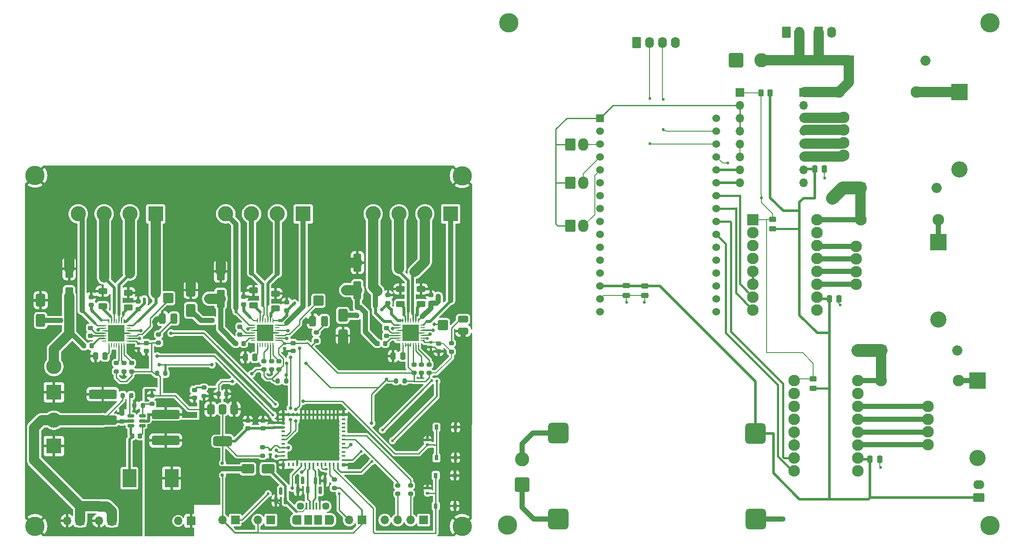
<source format=gbr>
%TF.GenerationSoftware,KiCad,Pcbnew,9.0.0*%
%TF.CreationDate,2025-05-09T16:36:09-07:00*%
%TF.ProjectId,Motor_Controller_Board_v1,4d6f746f-725f-4436-9f6e-74726f6c6c65,v1*%
%TF.SameCoordinates,Original*%
%TF.FileFunction,Copper,L1,Top*%
%TF.FilePolarity,Positive*%
%FSLAX46Y46*%
G04 Gerber Fmt 4.6, Leading zero omitted, Abs format (unit mm)*
G04 Created by KiCad (PCBNEW 9.0.0) date 2025-05-09 16:36:09*
%MOMM*%
%LPD*%
G01*
G04 APERTURE LIST*
G04 Aperture macros list*
%AMRoundRect*
0 Rectangle with rounded corners*
0 $1 Rounding radius*
0 $2 $3 $4 $5 $6 $7 $8 $9 X,Y pos of 4 corners*
0 Add a 4 corners polygon primitive as box body*
4,1,4,$2,$3,$4,$5,$6,$7,$8,$9,$2,$3,0*
0 Add four circle primitives for the rounded corners*
1,1,$1+$1,$2,$3*
1,1,$1+$1,$4,$5*
1,1,$1+$1,$6,$7*
1,1,$1+$1,$8,$9*
0 Add four rect primitives between the rounded corners*
20,1,$1+$1,$2,$3,$4,$5,0*
20,1,$1+$1,$4,$5,$6,$7,0*
20,1,$1+$1,$6,$7,$8,$9,0*
20,1,$1+$1,$8,$9,$2,$3,0*%
%AMFreePoly0*
4,1,6,0.725000,-0.725000,-0.725000,-0.725000,-0.725000,0.125000,-0.125000,0.725000,0.725000,0.725000,0.725000,-0.725000,0.725000,-0.725000,$1*%
G04 Aperture macros list end*
%TA.AperFunction,SMDPad,CuDef*%
%ADD10R,0.750000X1.000000*%
%TD*%
%TA.AperFunction,SMDPad,CuDef*%
%ADD11RoundRect,0.150000X0.150000X-0.587500X0.150000X0.587500X-0.150000X0.587500X-0.150000X-0.587500X0*%
%TD*%
%TA.AperFunction,SMDPad,CuDef*%
%ADD12RoundRect,0.225000X-0.250000X0.225000X-0.250000X-0.225000X0.250000X-0.225000X0.250000X0.225000X0*%
%TD*%
%TA.AperFunction,SMDPad,CuDef*%
%ADD13RoundRect,0.225000X0.250000X-0.225000X0.250000X0.225000X-0.250000X0.225000X-0.250000X-0.225000X0*%
%TD*%
%TA.AperFunction,SMDPad,CuDef*%
%ADD14RoundRect,0.250000X0.550000X-1.500000X0.550000X1.500000X-0.550000X1.500000X-0.550000X-1.500000X0*%
%TD*%
%TA.AperFunction,SMDPad,CuDef*%
%ADD15RoundRect,0.140000X0.170000X-0.140000X0.170000X0.140000X-0.170000X0.140000X-0.170000X-0.140000X0*%
%TD*%
%TA.AperFunction,SMDPad,CuDef*%
%ADD16RoundRect,0.250000X-0.750000X0.400000X-0.750000X-0.400000X0.750000X-0.400000X0.750000X0.400000X0*%
%TD*%
%TA.AperFunction,SMDPad,CuDef*%
%ADD17RoundRect,0.250000X-0.750000X0.750000X-0.750000X-0.750000X0.750000X-0.750000X0.750000X0.750000X0*%
%TD*%
%TA.AperFunction,SMDPad,CuDef*%
%ADD18RoundRect,0.250000X0.400000X0.750000X-0.400000X0.750000X-0.400000X-0.750000X0.400000X-0.750000X0*%
%TD*%
%TA.AperFunction,SMDPad,CuDef*%
%ADD19RoundRect,0.250000X0.750000X0.750000X-0.750000X0.750000X-0.750000X-0.750000X0.750000X-0.750000X0*%
%TD*%
%TA.AperFunction,ComponentPad*%
%ADD20R,3.000000X3.000000*%
%TD*%
%TA.AperFunction,ComponentPad*%
%ADD21C,3.000000*%
%TD*%
%TA.AperFunction,SMDPad,CuDef*%
%ADD22RoundRect,0.250000X-1.000000X-0.650000X1.000000X-0.650000X1.000000X0.650000X-1.000000X0.650000X0*%
%TD*%
%TA.AperFunction,SMDPad,CuDef*%
%ADD23RoundRect,0.225000X-0.225000X-0.250000X0.225000X-0.250000X0.225000X0.250000X-0.225000X0.250000X0*%
%TD*%
%TA.AperFunction,SMDPad,CuDef*%
%ADD24RoundRect,0.200000X0.200000X0.275000X-0.200000X0.275000X-0.200000X-0.275000X0.200000X-0.275000X0*%
%TD*%
%TA.AperFunction,ComponentPad*%
%ADD25R,1.700000X1.700000*%
%TD*%
%TA.AperFunction,ComponentPad*%
%ADD26O,1.700000X1.700000*%
%TD*%
%TA.AperFunction,ComponentPad*%
%ADD27C,3.800000*%
%TD*%
%TA.AperFunction,SMDPad,CuDef*%
%ADD28RoundRect,0.200000X0.275000X-0.200000X0.275000X0.200000X-0.275000X0.200000X-0.275000X-0.200000X0*%
%TD*%
%TA.AperFunction,SMDPad,CuDef*%
%ADD29RoundRect,0.200000X-0.275000X0.200000X-0.275000X-0.200000X0.275000X-0.200000X0.275000X0.200000X0*%
%TD*%
%TA.AperFunction,SMDPad,CuDef*%
%ADD30RoundRect,0.250000X2.450000X-0.650000X2.450000X0.650000X-2.450000X0.650000X-2.450000X-0.650000X0*%
%TD*%
%TA.AperFunction,SMDPad,CuDef*%
%ADD31RoundRect,0.218750X0.256250X-0.218750X0.256250X0.218750X-0.256250X0.218750X-0.256250X-0.218750X0*%
%TD*%
%TA.AperFunction,SMDPad,CuDef*%
%ADD32RoundRect,0.250000X0.625000X-0.312500X0.625000X0.312500X-0.625000X0.312500X-0.625000X-0.312500X0*%
%TD*%
%TA.AperFunction,SMDPad,CuDef*%
%ADD33RoundRect,0.250000X0.250000X0.475000X-0.250000X0.475000X-0.250000X-0.475000X0.250000X-0.475000X0*%
%TD*%
%TA.AperFunction,SMDPad,CuDef*%
%ADD34RoundRect,0.140000X-0.170000X0.140000X-0.170000X-0.140000X0.170000X-0.140000X0.170000X0.140000X0*%
%TD*%
%TA.AperFunction,SMDPad,CuDef*%
%ADD35RoundRect,0.250000X0.650000X-1.000000X0.650000X1.000000X-0.650000X1.000000X-0.650000X-1.000000X0*%
%TD*%
%TA.AperFunction,SMDPad,CuDef*%
%ADD36RoundRect,0.200000X-0.200000X-0.275000X0.200000X-0.275000X0.200000X0.275000X-0.200000X0.275000X0*%
%TD*%
%TA.AperFunction,SMDPad,CuDef*%
%ADD37RoundRect,0.062500X-0.387500X-0.062500X0.387500X-0.062500X0.387500X0.062500X-0.387500X0.062500X0*%
%TD*%
%TA.AperFunction,SMDPad,CuDef*%
%ADD38RoundRect,0.062500X-0.062500X-0.387500X0.062500X-0.387500X0.062500X0.387500X-0.062500X0.387500X0*%
%TD*%
%TA.AperFunction,HeatsinkPad*%
%ADD39C,0.500000*%
%TD*%
%TA.AperFunction,HeatsinkPad*%
%ADD40R,3.250000X3.250000*%
%TD*%
%TA.AperFunction,SMDPad,CuDef*%
%ADD41RoundRect,0.225000X0.225000X0.250000X-0.225000X0.250000X-0.225000X-0.250000X0.225000X-0.250000X0*%
%TD*%
%TA.AperFunction,SMDPad,CuDef*%
%ADD42R,2.700000X3.600000*%
%TD*%
%TA.AperFunction,SMDPad,CuDef*%
%ADD43R,0.400000X1.350000*%
%TD*%
%TA.AperFunction,HeatsinkPad*%
%ADD44O,1.200000X1.900000*%
%TD*%
%TA.AperFunction,SMDPad,CuDef*%
%ADD45R,1.200000X1.900000*%
%TD*%
%TA.AperFunction,HeatsinkPad*%
%ADD46C,1.450000*%
%TD*%
%TA.AperFunction,SMDPad,CuDef*%
%ADD47R,1.500000X1.900000*%
%TD*%
%TA.AperFunction,SMDPad,CuDef*%
%ADD48RoundRect,0.375000X-0.375000X0.625000X-0.375000X-0.625000X0.375000X-0.625000X0.375000X0.625000X0*%
%TD*%
%TA.AperFunction,SMDPad,CuDef*%
%ADD49RoundRect,0.500000X-1.400000X0.500000X-1.400000X-0.500000X1.400000X-0.500000X1.400000X0.500000X0*%
%TD*%
%TA.AperFunction,SMDPad,CuDef*%
%ADD50RoundRect,0.150000X0.512500X0.150000X-0.512500X0.150000X-0.512500X-0.150000X0.512500X-0.150000X0*%
%TD*%
%TA.AperFunction,SMDPad,CuDef*%
%ADD51RoundRect,0.150000X-0.150000X0.587500X-0.150000X-0.587500X0.150000X-0.587500X0.150000X0.587500X0*%
%TD*%
%TA.AperFunction,SMDPad,CuDef*%
%ADD52R,0.800000X0.400000*%
%TD*%
%TA.AperFunction,SMDPad,CuDef*%
%ADD53R,0.400000X0.800000*%
%TD*%
%TA.AperFunction,SMDPad,CuDef*%
%ADD54FreePoly0,0.000000*%
%TD*%
%TA.AperFunction,SMDPad,CuDef*%
%ADD55R,1.450000X1.450000*%
%TD*%
%TA.AperFunction,SMDPad,CuDef*%
%ADD56R,0.700000X0.700000*%
%TD*%
%TA.AperFunction,SMDPad,CuDef*%
%ADD57RoundRect,0.250000X-0.650000X1.000000X-0.650000X-1.000000X0.650000X-1.000000X0.650000X1.000000X0*%
%TD*%
%TA.AperFunction,ComponentPad*%
%ADD58O,2.286000X2.286000*%
%TD*%
%TA.AperFunction,ComponentPad*%
%ADD59RoundRect,0.250000X0.845000X-0.620000X0.845000X0.620000X-0.845000X0.620000X-0.845000X-0.620000X0*%
%TD*%
%TA.AperFunction,ComponentPad*%
%ADD60O,2.190000X1.740000*%
%TD*%
%TA.AperFunction,ComponentPad*%
%ADD61RoundRect,0.250001X-1.149999X-1.149999X1.149999X-1.149999X1.149999X1.149999X-1.149999X1.149999X0*%
%TD*%
%TA.AperFunction,ComponentPad*%
%ADD62C,2.800000*%
%TD*%
%TA.AperFunction,ComponentPad*%
%ADD63RoundRect,0.250000X-0.620000X-0.845000X0.620000X-0.845000X0.620000X0.845000X-0.620000X0.845000X0*%
%TD*%
%TA.AperFunction,ComponentPad*%
%ADD64O,1.740000X2.190000*%
%TD*%
%TA.AperFunction,ComponentPad*%
%ADD65R,2.286000X2.286000*%
%TD*%
%TA.AperFunction,ComponentPad*%
%ADD66RoundRect,0.250001X1.149999X-1.149999X1.149999X1.149999X-1.149999X1.149999X-1.149999X-1.149999X0*%
%TD*%
%TA.AperFunction,ComponentPad*%
%ADD67R,3.200000X3.200000*%
%TD*%
%TA.AperFunction,ComponentPad*%
%ADD68O,3.200000X3.200000*%
%TD*%
%TA.AperFunction,ComponentPad*%
%ADD69R,2.000000X2.000000*%
%TD*%
%TA.AperFunction,ComponentPad*%
%ADD70O,2.000000X2.000000*%
%TD*%
%TA.AperFunction,ComponentPad*%
%ADD71RoundRect,0.286494X-0.710506X-0.935506X0.710506X-0.935506X0.710506X0.935506X-0.710506X0.935506X0*%
%TD*%
%TA.AperFunction,ComponentPad*%
%ADD72O,1.994000X2.444000*%
%TD*%
%TA.AperFunction,SMDPad,CuDef*%
%ADD73RoundRect,0.250000X-0.262500X-0.450000X0.262500X-0.450000X0.262500X0.450000X-0.262500X0.450000X0*%
%TD*%
%TA.AperFunction,SMDPad,CuDef*%
%ADD74RoundRect,0.250000X-0.450000X0.262500X-0.450000X-0.262500X0.450000X-0.262500X0.450000X0.262500X0*%
%TD*%
%TA.AperFunction,SMDPad,CuDef*%
%ADD75RoundRect,0.600000X-1.400000X-1.400000X1.400000X-1.400000X1.400000X1.400000X-1.400000X1.400000X0*%
%TD*%
%TA.AperFunction,SMDPad,CuDef*%
%ADD76RoundRect,0.250000X0.475000X-0.250000X0.475000X0.250000X-0.475000X0.250000X-0.475000X-0.250000X0*%
%TD*%
%TA.AperFunction,ComponentPad*%
%ADD77R,1.524000X1.524000*%
%TD*%
%TA.AperFunction,ComponentPad*%
%ADD78C,1.524000*%
%TD*%
%TA.AperFunction,ViaPad*%
%ADD79C,0.700000*%
%TD*%
%TA.AperFunction,ViaPad*%
%ADD80C,0.600000*%
%TD*%
%TA.AperFunction,ViaPad*%
%ADD81C,1.016000*%
%TD*%
%TA.AperFunction,Conductor*%
%ADD82C,2.000000*%
%TD*%
%TA.AperFunction,Conductor*%
%ADD83C,0.600000*%
%TD*%
%TA.AperFunction,Conductor*%
%ADD84C,0.250000*%
%TD*%
%TA.AperFunction,Conductor*%
%ADD85C,1.000000*%
%TD*%
%TA.AperFunction,Conductor*%
%ADD86C,0.300000*%
%TD*%
%TA.AperFunction,Conductor*%
%ADD87C,0.500000*%
%TD*%
%TA.AperFunction,Conductor*%
%ADD88C,0.400000*%
%TD*%
%TA.AperFunction,Conductor*%
%ADD89C,0.200000*%
%TD*%
%TA.AperFunction,Conductor*%
%ADD90C,0.999998*%
%TD*%
%TA.AperFunction,Conductor*%
%ADD91C,0.381000*%
%TD*%
%TA.AperFunction,Conductor*%
%ADD92C,0.254000*%
%TD*%
%TA.AperFunction,Conductor*%
%ADD93C,1.016000*%
%TD*%
%TA.AperFunction,Conductor*%
%ADD94C,2.032000*%
%TD*%
%TA.AperFunction,Conductor*%
%ADD95C,2.540000*%
%TD*%
%TA.AperFunction,Conductor*%
%ADD96C,0.508000*%
%TD*%
%TA.AperFunction,Conductor*%
%ADD97C,0.203200*%
%TD*%
G04 APERTURE END LIST*
D10*
%TO.P,SW301,1,1*%
%TO.N,GND*%
X131180000Y-121500000D03*
X131180000Y-127500000D03*
%TO.P,SW301,2,2*%
%TO.N,/Microcontroller/EN*%
X127430000Y-121500000D03*
X127430000Y-127500000D03*
%TD*%
D11*
%TO.P,D304,1,K*%
%TO.N,GND*%
X95830000Y-135950000D03*
%TO.P,D304,2,A*%
%TO.N,/Microcontroller/+VBUS*%
X97730000Y-135950000D03*
%TO.P,D304,3*%
%TO.N,N/C*%
X96780000Y-134075000D03*
%TD*%
D12*
%TO.P,C424,1*%
%TO.N,/Stepper Drivers/V_CP1*%
X88780000Y-101725000D03*
%TO.P,C424,2*%
%TO.N,/Stepper Drivers/V_CP2*%
X88780000Y-103275000D03*
%TD*%
D13*
%TO.P,C206,1*%
%TO.N,+3.3V*%
X90330000Y-121725000D03*
%TO.P,C206,2*%
%TO.N,GND*%
X90330000Y-120175000D03*
%TD*%
D14*
%TO.P,C407,1*%
%TO.N,+24V*%
X111875000Y-94500000D03*
%TO.P,C407,2*%
%TO.N,GND*%
X111875000Y-89100000D03*
%TD*%
D15*
%TO.P,C409,1*%
%TO.N,GND*%
X68880000Y-105980000D03*
%TO.P,C409,2*%
%TO.N,+5V*%
X68880000Y-105020000D03*
%TD*%
D16*
%TO.P,RV401,1,1*%
%TO.N,/Stepper Drivers/A_POT_IN*%
X132680000Y-100250000D03*
D17*
%TO.P,RV401,2,2*%
%TO.N,/Stepper Drivers/A_VREF*%
X128680000Y-101400000D03*
D16*
%TO.P,RV401,3,3*%
%TO.N,GND*%
X132680000Y-102550000D03*
%TD*%
D18*
%TO.P,RV402,1,1*%
%TO.N,/Stepper Drivers/H_POT_IN*%
X75830000Y-100100000D03*
D19*
%TO.P,RV402,2,2*%
%TO.N,/Stepper Drivers/H_VREF*%
X74680000Y-96100000D03*
D18*
%TO.P,RV402,3,3*%
%TO.N,GND*%
X73530000Y-100100000D03*
%TD*%
D20*
%TO.P,J401,1,Pin_1*%
%TO.N,/Stepper Drivers/AGITATE_1B*%
X130230000Y-79500000D03*
D21*
%TO.P,J401,2,Pin_2*%
%TO.N,/Stepper Drivers/AGITATE_1A*%
X125150000Y-79500000D03*
%TO.P,J401,3,Pin_3*%
%TO.N,/Stepper Drivers/AGITATE_2A*%
X120070000Y-79500000D03*
%TO.P,J401,4,Pin_4*%
%TO.N,/Stepper Drivers/AGITATE_2B*%
X114990000Y-79500000D03*
%TD*%
D22*
%TO.P,D303,1,K*%
%TO.N,+5V*%
X90330000Y-129700000D03*
%TO.P,D303,2,A*%
%TO.N,/Microcontroller/+VBUS*%
X94330000Y-129700000D03*
%TD*%
D23*
%TO.P,C205,1*%
%TO.N,+5V*%
X84555000Y-114950000D03*
%TO.P,C205,2*%
%TO.N,GND*%
X86105000Y-114950000D03*
%TD*%
D24*
%TO.P,R410,1*%
%TO.N,+24V*%
X55185000Y-100500000D03*
%TO.P,R410,2*%
%TO.N,/Stepper Drivers/H_FLYBACK*%
X53535000Y-100500000D03*
%TD*%
D12*
%TO.P,C408,1*%
%TO.N,/Stepper Drivers/A_CP1*%
X117610000Y-101950000D03*
%TO.P,C408,2*%
%TO.N,/Stepper Drivers/A_CP2*%
X117610000Y-103500000D03*
%TD*%
D25*
%TO.P,J301,1,Pin_1*%
%TO.N,unconnected-(J301-Pin_1-Pad1)*%
X124900000Y-139775000D03*
D26*
%TO.P,J301,2,Pin_2*%
%TO.N,/Microcontroller/RXD*%
X122360000Y-139775000D03*
%TO.P,J301,3,Pin_3*%
%TO.N,/Microcontroller/TXD*%
X119820000Y-139775000D03*
%TO.P,J301,4,Pin_4*%
%TO.N,unconnected-(J301-Pin_4-Pad4)*%
X117280000Y-139775000D03*
%TD*%
D27*
%TO.P,H201,1,1*%
%TO.N,GND*%
X132480000Y-72000000D03*
%TD*%
%TO.P,H204,1,1*%
%TO.N,GND*%
X48480000Y-71920000D03*
%TD*%
D15*
%TO.P,C417,1*%
%TO.N,GND*%
X97580000Y-105980000D03*
%TO.P,C417,2*%
%TO.N,+5V*%
X97580000Y-105020000D03*
%TD*%
D27*
%TO.P,H203,1,1*%
%TO.N,GND*%
X48480000Y-141000000D03*
%TD*%
D11*
%TO.P,D301,1,K*%
%TO.N,GND*%
X100180000Y-133825000D03*
%TO.P,D301,2,A*%
%TO.N,/Microcontroller/USB_D-*%
X102080000Y-133825000D03*
%TO.P,D301,3*%
%TO.N,N/C*%
X101130000Y-131950000D03*
%TD*%
D28*
%TO.P,R406,1*%
%TO.N,+5V*%
X123000000Y-110825000D03*
%TO.P,R406,2*%
%TO.N,/Stepper Drivers/A_RESET*%
X123000000Y-109175000D03*
%TD*%
D20*
%TO.P,J403,1,Pin_1*%
%TO.N,/Stepper Drivers/VERTICAL_1B*%
X101230000Y-79500000D03*
D21*
%TO.P,J403,2,Pin_2*%
%TO.N,/Stepper Drivers/VERTICAL_1A*%
X96150000Y-79500000D03*
%TO.P,J403,3,Pin_3*%
%TO.N,/Stepper Drivers/VERTICAL_2A*%
X91070000Y-79500000D03*
%TO.P,J403,4,Pin_4*%
%TO.N,/Stepper Drivers/VERTICAL_2B*%
X85990000Y-79500000D03*
%TD*%
D29*
%TO.P,R407,1*%
%TO.N,/Stepper Drivers/H_POT_IN*%
X72780000Y-103250000D03*
%TO.P,R407,2*%
%TO.N,+5V*%
X72780000Y-104900000D03*
%TD*%
D25*
%TO.P,J304,1,Pin_1*%
%TO.N,/Microcontroller/VERTICAL_SWITCH*%
X94860000Y-139775000D03*
D26*
%TO.P,J304,2,Pin_2*%
%TO.N,+3.3V*%
X92320000Y-139775000D03*
%TD*%
D25*
%TO.P,J206,1,Pin_1*%
%TO.N,/Power Supply/DIGITAL_POWER_+24V*%
X63580000Y-139900000D03*
D26*
%TO.P,J206,2,Pin_2*%
%TO.N,GND*%
X61040000Y-139900000D03*
%TD*%
D15*
%TO.P,C401,1*%
%TO.N,GND*%
X126360000Y-105730000D03*
%TO.P,C401,2*%
%TO.N,+5V*%
X126360000Y-104770000D03*
%TD*%
D29*
%TO.P,R203,1*%
%TO.N,+5V*%
X71480000Y-115275000D03*
%TO.P,R203,2*%
%TO.N,/Power Supply/BUCK_FB*%
X71480000Y-116925000D03*
%TD*%
%TO.P,R201,1*%
%TO.N,Net-(D201-A)*%
X81680000Y-113710000D03*
%TO.P,R201,2*%
%TO.N,+5V*%
X81680000Y-115360000D03*
%TD*%
D30*
%TO.P,C204,1*%
%TO.N,+5V*%
X74180000Y-124100000D03*
%TO.P,C204,2*%
%TO.N,GND*%
X74180000Y-119000000D03*
%TD*%
D31*
%TO.P,D201,1,K*%
%TO.N,GND*%
X79830000Y-115737500D03*
%TO.P,D201,2,A*%
%TO.N,Net-(D201-A)*%
X79830000Y-114162500D03*
%TD*%
D29*
%TO.P,R302,1*%
%TO.N,/Microcontroller/TXD0*%
X122330000Y-132950000D03*
%TO.P,R302,2*%
%TO.N,/Microcontroller/RXD*%
X122330000Y-134600000D03*
%TD*%
%TO.P,R412,1*%
%TO.N,/Stepper Drivers/V_POT_IN*%
X103780000Y-102850000D03*
%TO.P,R412,2*%
%TO.N,+5V*%
X103780000Y-104500000D03*
%TD*%
D32*
%TO.P,R421,1*%
%TO.N,/Stepper Drivers/V_SENSE2*%
X91480000Y-97500000D03*
%TO.P,R421,2*%
%TO.N,GND*%
X91480000Y-94575000D03*
%TD*%
D25*
%TO.P,J305,1,Pin_1*%
%TO.N,/Microcontroller/HORIZONTAL_SWITCH*%
X87860000Y-139775000D03*
D26*
%TO.P,J305,2,Pin_2*%
%TO.N,+3.3V*%
X85320000Y-139775000D03*
%TD*%
D33*
%TO.P,C412,1*%
%TO.N,/Stepper Drivers/H_VREG*%
X62260000Y-107500000D03*
%TO.P,C412,2*%
%TO.N,GND*%
X60360000Y-107500000D03*
%TD*%
D34*
%TO.P,C304,1*%
%TO.N,/Microcontroller/EN*%
X94752000Y-125950000D03*
%TO.P,C304,2*%
%TO.N,GND*%
X94752000Y-126910000D03*
%TD*%
D25*
%TO.P,J303,1,Pin_1*%
%TO.N,+3.3V*%
X112820000Y-139775000D03*
D26*
%TO.P,J303,2,Pin_2*%
%TO.N,/Microcontroller/AGITATION_SWITCH*%
X110280000Y-139775000D03*
%TD*%
D14*
%TO.P,C415,1*%
%TO.N,+24V*%
X55180000Y-95700000D03*
%TO.P,C415,2*%
%TO.N,GND*%
X55180000Y-90300000D03*
%TD*%
D32*
%TO.P,R420,1*%
%TO.N,/Stepper Drivers/V_SENSE1*%
X95770000Y-98100000D03*
%TO.P,R420,2*%
%TO.N,GND*%
X95770000Y-95175000D03*
%TD*%
D34*
%TO.P,C301,1*%
%TO.N,GND*%
X95340000Y-120645000D03*
%TO.P,C301,2*%
%TO.N,+3.3V*%
X95340000Y-121605000D03*
%TD*%
D30*
%TO.P,C202,1*%
%TO.N,/Power Supply/DIGITAL_POWER_+24V*%
X61780000Y-120100000D03*
%TO.P,C202,2*%
%TO.N,GND*%
X61780000Y-115000000D03*
%TD*%
D35*
%TO.P,D403,1,K*%
%TO.N,/Stepper Drivers/V_FLYBACK*%
X79110000Y-98500000D03*
%TO.P,D403,2,A*%
%TO.N,GND*%
X79110000Y-94500000D03*
%TD*%
D12*
%TO.P,C421,1*%
%TO.N,GND*%
X89480000Y-95795000D03*
%TO.P,C421,2*%
%TO.N,+24V*%
X89480000Y-97345000D03*
%TD*%
D33*
%TO.P,C404,1*%
%TO.N,/Stepper Drivers/A_VREG*%
X120810000Y-107500000D03*
%TO.P,C404,2*%
%TO.N,GND*%
X118910000Y-107500000D03*
%TD*%
D32*
%TO.P,R404,1*%
%TO.N,/Stepper Drivers/A_SENSE1*%
X124360000Y-97212500D03*
%TO.P,R404,2*%
%TO.N,GND*%
X124360000Y-94287500D03*
%TD*%
D36*
%TO.P,R202,1*%
%TO.N,/Power Supply/DIGITAL_POWER_+24V*%
X65730000Y-115250000D03*
%TO.P,R202,2*%
%TO.N,/Power Supply/BUCK_EN*%
X67380000Y-115250000D03*
%TD*%
D29*
%TO.P,R401,1*%
%TO.N,/Stepper Drivers/A_POT_IN*%
X130380000Y-104975000D03*
%TO.P,R401,2*%
%TO.N,+5V*%
X130380000Y-106625000D03*
%TD*%
D25*
%TO.P,J207,1,Pin_1*%
%TO.N,/Power Supply/DIGITAL_POWER_+24V*%
X57355000Y-139900000D03*
D26*
%TO.P,J207,2,Pin_2*%
%TO.N,GND*%
X54815000Y-139900000D03*
%TD*%
D37*
%TO.P,U401,1,OUT2B*%
%TO.N,/Stepper Drivers/AGITATE_2B*%
X119960000Y-101400000D03*
%TO.P,U401,2,~{ENABLE}*%
%TO.N,DRIVER_ENABLE*%
X119960000Y-101900000D03*
%TO.P,U401,3,GND*%
%TO.N,GND*%
X119960000Y-102400000D03*
%TO.P,U401,4,CP1*%
%TO.N,/Stepper Drivers/A_CP1*%
X119960000Y-102900000D03*
%TO.P,U401,5,CP2*%
%TO.N,/Stepper Drivers/A_CP2*%
X119960000Y-103400000D03*
%TO.P,U401,6,VCP*%
%TO.N,/Stepper Drivers/A_VCP*%
X119960000Y-103900000D03*
%TO.P,U401,7,NC*%
%TO.N,unconnected-(U401-NC-Pad7)*%
X119960000Y-104400000D03*
D38*
%TO.P,U401,8,VREG*%
%TO.N,/Stepper Drivers/A_VREG*%
X120860000Y-105300000D03*
%TO.P,U401,9,MS1*%
%TO.N,+5V*%
X121360000Y-105300000D03*
%TO.P,U401,10,MS2*%
X121860000Y-105300000D03*
%TO.P,U401,11,MS3*%
X122360000Y-105300000D03*
%TO.P,U401,12,~{RESET}*%
%TO.N,/Stepper Drivers/A_RESET*%
X122860000Y-105300000D03*
%TO.P,U401,13,ROSC*%
%TO.N,/Stepper Drivers/A_ROSC*%
X123360000Y-105300000D03*
%TO.P,U401,14,~{SLEEP}*%
%TO.N,/Stepper Drivers/A_SLEEP*%
X123860000Y-105300000D03*
D37*
%TO.P,U401,15,VDD*%
%TO.N,+5V*%
X124760000Y-104400000D03*
%TO.P,U401,16,STEP*%
%TO.N,AGITATION_STEP*%
X124760000Y-103900000D03*
%TO.P,U401,17,VREF*%
%TO.N,/Stepper Drivers/A_VREF*%
X124760000Y-103400000D03*
%TO.P,U401,18,GND*%
%TO.N,GND*%
X124760000Y-102900000D03*
%TO.P,U401,19,DIR*%
%TO.N,AGITATION_DIR*%
X124760000Y-102400000D03*
%TO.P,U401,20,NC*%
%TO.N,unconnected-(U401-NC-Pad20)*%
X124760000Y-101900000D03*
%TO.P,U401,21,OUT1B*%
%TO.N,/Stepper Drivers/AGITATE_1B*%
X124760000Y-101400000D03*
D38*
%TO.P,U401,22,VBB1*%
%TO.N,+24V*%
X123860000Y-100500000D03*
%TO.P,U401,23,SENSE1*%
%TO.N,/Stepper Drivers/A_SENSE1*%
X123360000Y-100500000D03*
%TO.P,U401,24,OUT1A*%
%TO.N,/Stepper Drivers/AGITATE_1A*%
X122860000Y-100500000D03*
%TO.P,U401,25,NC*%
%TO.N,unconnected-(U401-NC-Pad25)*%
X122360000Y-100500000D03*
%TO.P,U401,26,OUT2A*%
%TO.N,/Stepper Drivers/AGITATE_2A*%
X121860000Y-100500000D03*
%TO.P,U401,27,SENSE2*%
%TO.N,/Stepper Drivers/A_SENSE2*%
X121360000Y-100500000D03*
%TO.P,U401,28,VBB2*%
%TO.N,+24V*%
X120860000Y-100500000D03*
D39*
%TO.P,U401,29,GND*%
%TO.N,GND*%
X121360000Y-101900000D03*
X121360000Y-102900000D03*
X121360000Y-103900000D03*
X122360000Y-101900000D03*
X122360000Y-102900000D03*
D40*
X122360000Y-102900000D03*
D39*
X122360000Y-103900000D03*
X123360000Y-101900000D03*
X123360000Y-102900000D03*
X123360000Y-103900000D03*
%TD*%
D29*
%TO.P,R303,1*%
%TO.N,/Microcontroller/RXD0*%
X119820000Y-132950000D03*
%TO.P,R303,2*%
%TO.N,/Microcontroller/TXD*%
X119820000Y-134600000D03*
%TD*%
D41*
%TO.P,C411,1*%
%TO.N,/Stepper Drivers/H_VCP*%
X59655000Y-105500000D03*
%TO.P,C411,2*%
%TO.N,+24V*%
X58105000Y-105500000D03*
%TD*%
D20*
%TO.P,J203,1,Pin_1*%
%TO.N,GND*%
X52180000Y-114640000D03*
D21*
%TO.P,J203,2,Pin_2*%
%TO.N,+24V*%
X52180000Y-109560000D03*
%TD*%
D42*
%TO.P,L201,1,1*%
%TO.N,/Power Supply/BUCK_SW*%
X67030000Y-131550000D03*
%TO.P,L201,2,2*%
%TO.N,+5V*%
X75330000Y-131550000D03*
%TD*%
D43*
%TO.P,J302,1,VBUS*%
%TO.N,/Microcontroller/+VBUS*%
X101880000Y-137075000D03*
%TO.P,J302,2,D-*%
%TO.N,/Microcontroller/USB_D-*%
X102530000Y-137075000D03*
%TO.P,J302,3,D+*%
%TO.N,/Microcontroller/USB_D+*%
X103180000Y-137075000D03*
%TO.P,J302,4,ID*%
%TO.N,unconnected-(J302-ID-Pad4)*%
X103830000Y-137075000D03*
%TO.P,J302,5,GND*%
%TO.N,GND*%
X104480000Y-137075000D03*
D44*
%TO.P,J302,6,Shield*%
%TO.N,unconnected-(J302-Shield-Pad6)_6*%
X99680000Y-139775000D03*
D45*
%TO.N,unconnected-(J302-Shield-Pad6)_2*%
X100280000Y-139775000D03*
D46*
%TO.N,unconnected-(J302-Shield-Pad6)_4*%
X100680000Y-137075000D03*
D47*
%TO.N,unconnected-(J302-Shield-Pad6)_3*%
X102180000Y-139775000D03*
%TO.N,unconnected-(J302-Shield-Pad6)_7*%
X104180000Y-139775000D03*
D46*
%TO.N,unconnected-(J302-Shield-Pad6)_1*%
X105680000Y-137075000D03*
D45*
%TO.N,unconnected-(J302-Shield-Pad6)_5*%
X106080000Y-139775000D03*
D44*
%TO.N,unconnected-(J302-Shield-Pad6)*%
X106680000Y-139775000D03*
%TD*%
D41*
%TO.P,C419,1*%
%TO.N,/Stepper Drivers/V_VCP*%
X89530000Y-105000000D03*
%TO.P,C419,2*%
%TO.N,+24V*%
X87980000Y-105000000D03*
%TD*%
D35*
%TO.P,D402,1,K*%
%TO.N,/Stepper Drivers/H_FLYBACK*%
X49580000Y-100500000D03*
%TO.P,D402,2,A*%
%TO.N,GND*%
X49580000Y-96500000D03*
%TD*%
D12*
%TO.P,C406,1*%
%TO.N,GND*%
X126300000Y-95505000D03*
%TO.P,C406,2*%
%TO.N,+24V*%
X126300000Y-97055000D03*
%TD*%
D28*
%TO.P,R423,1*%
%TO.N,+5V*%
X96480000Y-110150000D03*
%TO.P,R423,2*%
%TO.N,/Stepper Drivers/V_SLEEP*%
X96480000Y-108500000D03*
%TD*%
D12*
%TO.P,C422,1*%
%TO.N,GND*%
X97980000Y-96950000D03*
%TO.P,C422,2*%
%TO.N,+24V*%
X97980000Y-98500000D03*
%TD*%
D28*
%TO.P,R422,1*%
%TO.N,+5V*%
X93480000Y-110150000D03*
%TO.P,R422,2*%
%TO.N,/Stepper Drivers/V_RESET*%
X93480000Y-108500000D03*
%TD*%
D24*
%TO.P,R409,1*%
%TO.N,+5V*%
X121130000Y-112400000D03*
%TO.P,R409,2*%
%TO.N,DRIVER_ENABLE*%
X119480000Y-112400000D03*
%TD*%
D48*
%TO.P,U202,1,ADJ*%
%TO.N,GND*%
X87630000Y-117950000D03*
%TO.P,U202,2,VO*%
%TO.N,+3.3V*%
X85330000Y-117950000D03*
D49*
X85330000Y-124250000D03*
D48*
%TO.P,U202,3,VI*%
%TO.N,+5V*%
X83030000Y-117950000D03*
%TD*%
D50*
%TO.P,U201,1,BST*%
%TO.N,/Power Supply/BUCK_BST*%
X69605000Y-121200000D03*
%TO.P,U201,2,GND*%
%TO.N,GND*%
X69605000Y-120250000D03*
%TO.P,U201,3,FB*%
%TO.N,/Power Supply/BUCK_FB*%
X69605000Y-119300000D03*
%TO.P,U201,4,EN*%
%TO.N,/Power Supply/BUCK_EN*%
X67330000Y-119300000D03*
%TO.P,U201,5,VIN*%
%TO.N,/Power Supply/DIGITAL_POWER_+24V*%
X67330000Y-120250000D03*
%TO.P,U201,6,SW*%
%TO.N,/Power Supply/BUCK_SW*%
X67330000Y-121200000D03*
%TD*%
D34*
%TO.P,C305,1*%
%TO.N,GND*%
X125680000Y-133500000D03*
%TO.P,C305,2*%
%TO.N,/Microcontroller/BOOT*%
X125680000Y-134460000D03*
%TD*%
D37*
%TO.P,U403,1,OUT2B*%
%TO.N,/Stepper Drivers/VERTICAL_2B*%
X91330000Y-101400000D03*
%TO.P,U403,2,~{ENABLE}*%
%TO.N,DRIVER_ENABLE*%
X91330000Y-101900000D03*
%TO.P,U403,3,GND*%
%TO.N,GND*%
X91330000Y-102400000D03*
%TO.P,U403,4,CP1*%
%TO.N,/Stepper Drivers/V_CP1*%
X91330000Y-102900000D03*
%TO.P,U403,5,CP2*%
%TO.N,/Stepper Drivers/V_CP2*%
X91330000Y-103400000D03*
%TO.P,U403,6,VCP*%
%TO.N,/Stepper Drivers/V_VCP*%
X91330000Y-103900000D03*
%TO.P,U403,7,NC*%
%TO.N,unconnected-(U403-NC-Pad7)*%
X91330000Y-104400000D03*
D38*
%TO.P,U403,8,VREG*%
%TO.N,/Stepper Drivers/V_VREG*%
X92230000Y-105300000D03*
%TO.P,U403,9,MS1*%
%TO.N,unconnected-(U403-MS1-Pad9)*%
X92730000Y-105300000D03*
%TO.P,U403,10,MS2*%
%TO.N,unconnected-(U403-MS2-Pad10)*%
X93230000Y-105300000D03*
%TO.P,U403,11,MS3*%
%TO.N,unconnected-(U403-MS3-Pad11)*%
X93730000Y-105300000D03*
%TO.P,U403,12,~{RESET}*%
%TO.N,/Stepper Drivers/V_RESET*%
X94230000Y-105300000D03*
%TO.P,U403,13,ROSC*%
%TO.N,/Stepper Drivers/V_ROSC*%
X94730000Y-105300000D03*
%TO.P,U403,14,~{SLEEP}*%
%TO.N,/Stepper Drivers/V_SLEEP*%
X95230000Y-105300000D03*
D37*
%TO.P,U403,15,VDD*%
%TO.N,+5V*%
X96130000Y-104400000D03*
%TO.P,U403,16,STEP*%
%TO.N,VERTICAL_STEP*%
X96130000Y-103900000D03*
%TO.P,U403,17,VREF*%
%TO.N,/Stepper Drivers/V_VREF*%
X96130000Y-103400000D03*
%TO.P,U403,18,GND*%
%TO.N,GND*%
X96130000Y-102900000D03*
%TO.P,U403,19,DIR*%
%TO.N,VERTICAL_DIR*%
X96130000Y-102400000D03*
%TO.P,U403,20,NC*%
%TO.N,unconnected-(U403-NC-Pad20)*%
X96130000Y-101900000D03*
%TO.P,U403,21,OUT1B*%
%TO.N,/Stepper Drivers/VERTICAL_1B*%
X96130000Y-101400000D03*
D38*
%TO.P,U403,22,VBB1*%
%TO.N,+24V*%
X95230000Y-100500000D03*
%TO.P,U403,23,SENSE1*%
%TO.N,/Stepper Drivers/V_SENSE1*%
X94730000Y-100500000D03*
%TO.P,U403,24,OUT1A*%
%TO.N,/Stepper Drivers/VERTICAL_1A*%
X94230000Y-100500000D03*
%TO.P,U403,25,NC*%
%TO.N,unconnected-(U403-NC-Pad25)*%
X93730000Y-100500000D03*
%TO.P,U403,26,OUT2A*%
%TO.N,/Stepper Drivers/VERTICAL_2A*%
X93230000Y-100500000D03*
%TO.P,U403,27,SENSE2*%
%TO.N,/Stepper Drivers/V_SENSE2*%
X92730000Y-100500000D03*
%TO.P,U403,28,VBB2*%
%TO.N,+24V*%
X92230000Y-100500000D03*
D39*
%TO.P,U403,29,GND*%
%TO.N,GND*%
X92730000Y-101900000D03*
X92730000Y-102900000D03*
X92730000Y-103900000D03*
X93730000Y-101900000D03*
X93730000Y-102900000D03*
D40*
X93730000Y-102900000D03*
D39*
X93730000Y-103900000D03*
X94730000Y-101900000D03*
X94730000Y-102900000D03*
X94730000Y-103900000D03*
%TD*%
D20*
%TO.P,J402,1,Pin_1*%
%TO.N,/Stepper Drivers/HORIZONTAL_1B*%
X72220000Y-79500000D03*
D21*
%TO.P,J402,2,Pin_2*%
%TO.N,/Stepper Drivers/HORIZONTAL_1A*%
X67140000Y-79500000D03*
%TO.P,J402,3,Pin_3*%
%TO.N,/Stepper Drivers/HORIZONTAL_2A*%
X62060000Y-79500000D03*
%TO.P,J402,4,Pin_4*%
%TO.N,/Stepper Drivers/HORIZONTAL_2B*%
X56980000Y-79500000D03*
%TD*%
D37*
%TO.P,U402,1,OUT2B*%
%TO.N,/Stepper Drivers/HORIZONTAL_2B*%
X62080000Y-101500000D03*
%TO.P,U402,2,~{ENABLE}*%
%TO.N,DRIVER_ENABLE*%
X62080000Y-102000000D03*
%TO.P,U402,3,GND*%
%TO.N,GND*%
X62080000Y-102500000D03*
%TO.P,U402,4,CP1*%
%TO.N,/Stepper Drivers/H_CP1*%
X62080000Y-103000000D03*
%TO.P,U402,5,CP2*%
%TO.N,/Stepper Drivers/H_CP2*%
X62080000Y-103500000D03*
%TO.P,U402,6,VCP*%
%TO.N,/Stepper Drivers/H_VCP*%
X62080000Y-104000000D03*
%TO.P,U402,7,NC*%
%TO.N,unconnected-(U402-NC-Pad7)*%
X62080000Y-104500000D03*
D38*
%TO.P,U402,8,VREG*%
%TO.N,/Stepper Drivers/H_VREG*%
X62980000Y-105400000D03*
%TO.P,U402,9,MS1*%
%TO.N,unconnected-(U402-MS1-Pad9)*%
X63480000Y-105400000D03*
%TO.P,U402,10,MS2*%
%TO.N,unconnected-(U402-MS2-Pad10)*%
X63980000Y-105400000D03*
%TO.P,U402,11,MS3*%
%TO.N,unconnected-(U402-MS3-Pad11)*%
X64480000Y-105400000D03*
%TO.P,U402,12,~{RESET}*%
%TO.N,/Stepper Drivers/H_RESET*%
X64980000Y-105400000D03*
%TO.P,U402,13,ROSC*%
%TO.N,/Stepper Drivers/H_ROSC*%
X65480000Y-105400000D03*
%TO.P,U402,14,~{SLEEP}*%
%TO.N,/Stepper Drivers/H_SLEEP*%
X65980000Y-105400000D03*
D37*
%TO.P,U402,15,VDD*%
%TO.N,+5V*%
X66880000Y-104500000D03*
%TO.P,U402,16,STEP*%
%TO.N,HORIZONTAL_STEP*%
X66880000Y-104000000D03*
%TO.P,U402,17,VREF*%
%TO.N,/Stepper Drivers/H_VREF*%
X66880000Y-103500000D03*
%TO.P,U402,18,GND*%
%TO.N,GND*%
X66880000Y-103000000D03*
%TO.P,U402,19,DIR*%
%TO.N,HORIZONTAL_DIR*%
X66880000Y-102500000D03*
%TO.P,U402,20,NC*%
%TO.N,unconnected-(U402-NC-Pad20)*%
X66880000Y-102000000D03*
%TO.P,U402,21,OUT1B*%
%TO.N,/Stepper Drivers/HORIZONTAL_1B*%
X66880000Y-101500000D03*
D38*
%TO.P,U402,22,VBB1*%
%TO.N,+24V*%
X65980000Y-100600000D03*
%TO.P,U402,23,SENSE1*%
%TO.N,/Stepper Drivers/H_SENSE1*%
X65480000Y-100600000D03*
%TO.P,U402,24,OUT1A*%
%TO.N,/Stepper Drivers/HORIZONTAL_1A*%
X64980000Y-100600000D03*
%TO.P,U402,25,NC*%
%TO.N,unconnected-(U402-NC-Pad25)*%
X64480000Y-100600000D03*
%TO.P,U402,26,OUT2A*%
%TO.N,/Stepper Drivers/HORIZONTAL_2A*%
X63980000Y-100600000D03*
%TO.P,U402,27,SENSE2*%
%TO.N,/Stepper Drivers/H_SENSE2*%
X63480000Y-100600000D03*
%TO.P,U402,28,VBB2*%
%TO.N,+24V*%
X62980000Y-100600000D03*
D39*
%TO.P,U402,29,GND*%
%TO.N,GND*%
X63480000Y-102000000D03*
X63480000Y-103000000D03*
X63480000Y-104000000D03*
X64480000Y-102000000D03*
X64480000Y-103000000D03*
D40*
X64480000Y-103000000D03*
D39*
X64480000Y-104000000D03*
X65480000Y-102000000D03*
X65480000Y-103000000D03*
X65480000Y-104000000D03*
%TD*%
D12*
%TO.P,C405,1*%
%TO.N,GND*%
X117910000Y-95495000D03*
%TO.P,C405,2*%
%TO.N,+24V*%
X117910000Y-97045000D03*
%TD*%
D51*
%TO.P,D302,1,K*%
%TO.N,GND*%
X105530000Y-132075000D03*
%TO.P,D302,2,A*%
%TO.N,/Microcontroller/USB_D+*%
X103630000Y-132075000D03*
%TO.P,D302,3*%
%TO.N,N/C*%
X104580000Y-133950000D03*
%TD*%
D12*
%TO.P,C416,1*%
%TO.N,/Stepper Drivers/H_CP1*%
X59360000Y-101950000D03*
%TO.P,C416,2*%
%TO.N,/Stepper Drivers/H_CP2*%
X59360000Y-103500000D03*
%TD*%
D32*
%TO.P,R413,1*%
%TO.N,/Stepper Drivers/H_SENSE1*%
X66780000Y-97937500D03*
%TO.P,R413,2*%
%TO.N,GND*%
X66780000Y-95012500D03*
%TD*%
D28*
%TO.P,R304,1*%
%TO.N,+3.3V*%
X107330000Y-133450000D03*
%TO.P,R304,2*%
%TO.N,/Microcontroller/IO8*%
X107330000Y-131800000D03*
%TD*%
D36*
%TO.P,R424,1*%
%TO.N,+5V*%
X72455000Y-110900000D03*
%TO.P,R424,2*%
%TO.N,DRIVER_ENABLE*%
X74105000Y-110900000D03*
%TD*%
D23*
%TO.P,C201,1*%
%TO.N,/Power Supply/BUCK_SW*%
X67555000Y-123200000D03*
%TO.P,C201,2*%
%TO.N,/Power Supply/BUCK_BST*%
X69105000Y-123200000D03*
%TD*%
D52*
%TO.P,U301,1,GND*%
%TO.N,GND*%
X97330000Y-119950000D03*
%TO.P,U301,2,GND*%
X97330000Y-120750000D03*
%TO.P,U301,3,3V3*%
%TO.N,+3.3V*%
X97330000Y-121550000D03*
%TO.P,U301,4,NC*%
%TO.N,unconnected-(U301-NC-Pad4)*%
X97330000Y-122350000D03*
%TO.P,U301,5,IO2*%
%TO.N,VERTICAL_STEP*%
X97330000Y-123150000D03*
%TO.P,U301,6,IO3*%
%TO.N,VERTICAL_DIR*%
X97330000Y-123950000D03*
%TO.P,U301,7,NC*%
%TO.N,unconnected-(U301-NC-Pad7)*%
X97330000Y-124750000D03*
%TO.P,U301,8,EN*%
%TO.N,/Microcontroller/EN*%
X97330000Y-125550000D03*
%TO.P,U301,9,IO4*%
%TO.N,HORIZONTAL_DIR*%
X97330000Y-126350000D03*
%TO.P,U301,10,IO5*%
%TO.N,HORIZONTAL_STEP*%
X97330000Y-127150000D03*
%TO.P,U301,11,GND*%
%TO.N,GND*%
X97330000Y-127950000D03*
D53*
%TO.P,U301,12,IO0*%
%TO.N,unconnected-(U301-IO0-Pad12)*%
X98430000Y-128850000D03*
%TO.P,U301,13,IO1*%
%TO.N,unconnected-(U301-IO1-Pad13)*%
X99230000Y-128850000D03*
%TO.P,U301,14,GND*%
%TO.N,GND*%
X100030000Y-128850000D03*
%TO.P,U301,15,IO6*%
%TO.N,/Microcontroller/VERTICAL_SWITCH*%
X100830000Y-128850000D03*
%TO.P,U301,16,IO7*%
%TO.N,/Microcontroller/HORIZONTAL_SWITCH*%
X101630000Y-128850000D03*
%TO.P,U301,17,IO12*%
%TO.N,/Microcontroller/USB_D-*%
X102430000Y-128850000D03*
%TO.P,U301,18,IO13*%
%TO.N,/Microcontroller/USB_D+*%
X103230000Y-128850000D03*
%TO.P,U301,19,IO14*%
%TO.N,unconnected-(U301-IO14-Pad19)*%
X104030000Y-128850000D03*
%TO.P,U301,20,IO15*%
%TO.N,/Microcontroller/AGITATION_SWITCH*%
X104830000Y-128850000D03*
%TO.P,U301,21,NC*%
%TO.N,unconnected-(U301-NC-Pad21)*%
X105630000Y-128850000D03*
%TO.P,U301,22,IO8*%
%TO.N,/Microcontroller/IO8*%
X106430000Y-128850000D03*
%TO.P,U301,23,IO9*%
%TO.N,/Microcontroller/BOOT*%
X107230000Y-128850000D03*
%TO.P,U301,24,IO18*%
%TO.N,AGITATION_DIR*%
X108030000Y-128850000D03*
D52*
%TO.P,U301,25,IO19*%
%TO.N,AGITATION_STEP*%
X109130000Y-127950000D03*
%TO.P,U301,26,IO20*%
%TO.N,unconnected-(U301-IO20-Pad26)*%
X109130000Y-127150000D03*
%TO.P,U301,27,IO21*%
%TO.N,unconnected-(U301-IO21-Pad27)*%
X109130000Y-126350000D03*
%TO.P,U301,28,IO22*%
%TO.N,DRIVER_ENABLE*%
X109130000Y-125550000D03*
%TO.P,U301,29,IO23*%
%TO.N,unconnected-(U301-IO23-Pad29)*%
X109130000Y-124750000D03*
%TO.P,U301,30,RXD0*%
%TO.N,/Microcontroller/RXD0*%
X109130000Y-123950000D03*
%TO.P,U301,31,TXD0*%
%TO.N,/Microcontroller/TXD0*%
X109130000Y-123150000D03*
%TO.P,U301,32,NC*%
%TO.N,unconnected-(U301-NC-Pad32)*%
X109130000Y-122350000D03*
%TO.P,U301,33,NC*%
%TO.N,unconnected-(U301-NC-Pad33)*%
X109130000Y-121550000D03*
%TO.P,U301,34,NC*%
%TO.N,unconnected-(U301-NC-Pad34)*%
X109130000Y-120750000D03*
%TO.P,U301,35,NC*%
%TO.N,unconnected-(U301-NC-Pad35)*%
X109130000Y-119950000D03*
D53*
%TO.P,U301,36,GND*%
%TO.N,GND*%
X108030000Y-119050000D03*
%TO.P,U301,37,GND*%
X107230000Y-119050000D03*
%TO.P,U301,38,GND*%
X106430000Y-119050000D03*
%TO.P,U301,39,GND*%
X105630000Y-119050000D03*
%TO.P,U301,40,GND*%
X104830000Y-119050000D03*
%TO.P,U301,41,GND*%
X104030000Y-119050000D03*
%TO.P,U301,42,GND*%
X103230000Y-119050000D03*
%TO.P,U301,43,GND*%
X102430000Y-119050000D03*
%TO.P,U301,44,GND*%
X101630000Y-119050000D03*
%TO.P,U301,45,GND*%
X100830000Y-119050000D03*
%TO.P,U301,46,GND*%
X100030000Y-119050000D03*
%TO.P,U301,47,GND*%
X99230000Y-119050000D03*
%TO.P,U301,48,GND*%
X98430000Y-119050000D03*
D54*
%TO.P,U301,49,GND*%
X101255000Y-121975000D03*
D55*
X101255000Y-123950000D03*
X101255000Y-125925000D03*
X103230000Y-121975000D03*
X103230000Y-123950000D03*
X103230000Y-125925000D03*
X105205000Y-121975000D03*
X105205000Y-123950000D03*
X105205000Y-125925000D03*
D56*
%TO.P,U301,50,GND*%
X109180000Y-119000000D03*
%TO.P,U301,51,GND*%
X109180000Y-128900000D03*
%TO.P,U301,52,GND*%
X97280000Y-128900000D03*
%TO.P,U301,53,GND*%
X97280000Y-119000000D03*
%TD*%
D13*
%TO.P,C302,1*%
%TO.N,+3.3V*%
X93330000Y-121725000D03*
%TO.P,C302,2*%
%TO.N,GND*%
X93330000Y-120175000D03*
%TD*%
D34*
%TO.P,C303,1*%
%TO.N,GND*%
X125680000Y-124000000D03*
%TO.P,C303,2*%
%TO.N,/Microcontroller/EN*%
X125680000Y-124960000D03*
%TD*%
D36*
%TO.P,R204,1*%
%TO.N,GND*%
X68005000Y-117200000D03*
%TO.P,R204,2*%
%TO.N,/Power Supply/BUCK_FB*%
X69655000Y-117200000D03*
%TD*%
D27*
%TO.P,H202,1,1*%
%TO.N,GND*%
X132480000Y-141000000D03*
%TD*%
D28*
%TO.P,R301,1*%
%TO.N,+3.3V*%
X93252000Y-127100000D03*
%TO.P,R301,2*%
%TO.N,/Microcontroller/EN*%
X93252000Y-125450000D03*
%TD*%
%TO.P,R416,1*%
%TO.N,+5V*%
X67480000Y-110500000D03*
%TO.P,R416,2*%
%TO.N,/Stepper Drivers/H_SLEEP*%
X67480000Y-108850000D03*
%TD*%
D32*
%TO.P,R405,1*%
%TO.N,/Stepper Drivers/A_SENSE2*%
X120360000Y-97212500D03*
%TO.P,R405,2*%
%TO.N,GND*%
X120360000Y-94287500D03*
%TD*%
D20*
%TO.P,J201,1,Pin_1*%
%TO.N,GND*%
X52180000Y-125200000D03*
D21*
%TO.P,J201,2,Pin_2*%
%TO.N,/Power Supply/DIGITAL_POWER_+24V*%
X52180000Y-120120000D03*
%TD*%
D10*
%TO.P,SW302,1,1*%
%TO.N,GND*%
X131055000Y-131000000D03*
X131055000Y-137000000D03*
%TO.P,SW302,2,2*%
%TO.N,/Microcontroller/BOOT*%
X127305000Y-131000000D03*
X127305000Y-137000000D03*
%TD*%
D12*
%TO.P,C410,1*%
%TO.N,+5V*%
X70360000Y-104950000D03*
%TO.P,C410,2*%
%TO.N,GND*%
X70360000Y-106500000D03*
%TD*%
D28*
%TO.P,R408,1*%
%TO.N,+5V*%
X125980000Y-110825000D03*
%TO.P,R408,2*%
%TO.N,/Stepper Drivers/A_SLEEP*%
X125980000Y-109175000D03*
%TD*%
D24*
%TO.P,R417,1*%
%TO.N,+24V*%
X84980000Y-100500000D03*
%TO.P,R417,2*%
%TO.N,/Stepper Drivers/V_FLYBACK*%
X83330000Y-100500000D03*
%TD*%
D18*
%TO.P,RV403,1,1*%
%TO.N,/Stepper Drivers/V_POT_IN*%
X105380000Y-100600000D03*
D19*
%TO.P,RV403,2,2*%
%TO.N,/Stepper Drivers/V_VREF*%
X104230000Y-96600000D03*
D18*
%TO.P,RV403,3,3*%
%TO.N,GND*%
X103080000Y-100600000D03*
%TD*%
D12*
%TO.P,C414,1*%
%TO.N,GND*%
X68780000Y-96700000D03*
%TO.P,C414,2*%
%TO.N,+24V*%
X68780000Y-98250000D03*
%TD*%
D28*
%TO.P,R418,1*%
%TO.N,GND*%
X94980000Y-110150000D03*
%TO.P,R418,2*%
%TO.N,/Stepper Drivers/V_ROSC*%
X94980000Y-108500000D03*
%TD*%
D12*
%TO.P,C203,1*%
%TO.N,GND*%
X65580000Y-118775000D03*
%TO.P,C203,2*%
%TO.N,/Power Supply/DIGITAL_POWER_+24V*%
X65580000Y-120325000D03*
%TD*%
%TO.P,C402,1*%
%TO.N,+5V*%
X127860000Y-105000000D03*
%TO.P,C402,2*%
%TO.N,GND*%
X127860000Y-106550000D03*
%TD*%
D36*
%TO.P,R419,1*%
%TO.N,+5V*%
X96230000Y-112400000D03*
%TO.P,R419,2*%
%TO.N,DRIVER_ENABLE*%
X97880000Y-112400000D03*
%TD*%
D28*
%TO.P,R411,1*%
%TO.N,GND*%
X65980000Y-110500000D03*
%TO.P,R411,2*%
%TO.N,/Stepper Drivers/H_ROSC*%
X65980000Y-108850000D03*
%TD*%
D57*
%TO.P,D401,1,K*%
%TO.N,/Stepper Drivers/A_FLYBACK*%
X109030000Y-99475000D03*
%TO.P,D401,2,A*%
%TO.N,GND*%
X109030000Y-103475000D03*
%TD*%
D32*
%TO.P,R414,1*%
%TO.N,/Stepper Drivers/H_SENSE2*%
X61780000Y-97632500D03*
%TO.P,R414,2*%
%TO.N,GND*%
X61780000Y-94707500D03*
%TD*%
D28*
%TO.P,R415,1*%
%TO.N,+5V*%
X64480000Y-110500000D03*
%TO.P,R415,2*%
%TO.N,/Stepper Drivers/H_RESET*%
X64480000Y-108850000D03*
%TD*%
D25*
%TO.P,J202,1,Pin_1*%
%TO.N,+5V*%
X79180000Y-139950000D03*
D26*
%TO.P,J202,2,Pin_2*%
%TO.N,GND*%
X76640000Y-139950000D03*
%TD*%
D41*
%TO.P,C403,1*%
%TO.N,/Stepper Drivers/A_VCP*%
X117360000Y-105000000D03*
%TO.P,C403,2*%
%TO.N,+24V*%
X115810000Y-105000000D03*
%TD*%
D12*
%TO.P,C418,1*%
%TO.N,+5V*%
X99230000Y-104950000D03*
%TO.P,C418,2*%
%TO.N,GND*%
X99230000Y-106500000D03*
%TD*%
D14*
%TO.P,C423,1*%
%TO.N,+24V*%
X84980000Y-96200000D03*
%TO.P,C423,2*%
%TO.N,GND*%
X84980000Y-90800000D03*
%TD*%
D12*
%TO.P,C413,1*%
%TO.N,GND*%
X59510000Y-95870000D03*
%TO.P,C413,2*%
%TO.N,+24V*%
X59510000Y-97420000D03*
%TD*%
D24*
%TO.P,R402,1*%
%TO.N,+24V*%
X113435000Y-99500000D03*
%TO.P,R402,2*%
%TO.N,/Stepper Drivers/A_FLYBACK*%
X111785000Y-99500000D03*
%TD*%
D28*
%TO.P,R403,1*%
%TO.N,GND*%
X124480000Y-110825000D03*
%TO.P,R403,2*%
%TO.N,/Stepper Drivers/A_ROSC*%
X124480000Y-109175000D03*
%TD*%
D33*
%TO.P,C420,1*%
%TO.N,/Stepper Drivers/V_VREG*%
X91730000Y-107750000D03*
%TO.P,C420,2*%
%TO.N,GND*%
X89830000Y-107750000D03*
%TD*%
D58*
%TO.P,J26,1,Pin_1*%
%TO.N,Net-(J26-Pin_1)*%
X209979351Y-85889228D03*
%TO.P,J26,2,Pin_2*%
%TO.N,Net-(J26-Pin_2)*%
X209979351Y-88389228D03*
%TO.P,J26,3,Pin_3*%
%TO.N,Net-(J26-Pin_3)*%
X209979351Y-90889228D03*
%TO.P,J26,4,Pin_4*%
%TO.N,Net-(J26-Pin_4)*%
X209979351Y-93389228D03*
%TD*%
D59*
%TO.P,J4,1,Pin_1*%
%TO.N,+5V (Driver)*%
X234139351Y-135309228D03*
D60*
%TO.P,J4,2,Pin_2*%
%TO.N,GND*%
X234139351Y-132769228D03*
%TD*%
D61*
%TO.P,J6,1,Pin_1*%
%TO.N,SMPS GND*%
X186393351Y-49229228D03*
D62*
%TO.P,J6,2,Pin_2*%
%TO.N,Motor Voltage*%
X191393351Y-49229228D03*
%TD*%
D63*
%TO.P,J2,1,Pin_1*%
%TO.N,unconnected-(J2-Pin_1-Pad1)*%
X166799351Y-45757228D03*
D64*
%TO.P,J2,2,Pin_2*%
%TO.N,RX*%
X169339351Y-45757228D03*
%TO.P,J2,3,Pin_3*%
%TO.N,TX*%
X171879351Y-45757228D03*
%TO.P,J2,4,Pin_4*%
%TO.N,unconnected-(J2-Pin_4-Pad4)*%
X174419351Y-45757228D03*
%TD*%
D58*
%TO.P,U1,1A13*%
%TO.N,N/C*%
X202249351Y-90839228D03*
%TO.P,U1,1B14*%
X202249351Y-93379228D03*
%TO.P,U1,2A12*%
X202249351Y-88299228D03*
%TO.P,U1,2B11*%
X202249351Y-85759228D03*
%TO.P,U1,CFG18*%
%TO.N,GND*%
X189699351Y-83199228D03*
%TO.P,U1,CFG27*%
X189699351Y-85739228D03*
%TO.P,U1,CFG36*%
X189699351Y-88279228D03*
%TO.P,U1,DIR1*%
%TO.N,h_dir*%
X189699351Y-98439228D03*
D65*
%TO.P,U1,EN15*%
%TO.N,EN*%
X189699351Y-80659228D03*
D58*
%TO.P,U1,GND9*%
%TO.N,GND*%
X202249351Y-98459228D03*
%TO.P,U1,GND10*%
X202249351Y-83219228D03*
%TO.P,U1,RST5*%
%TO.N,N/C*%
X189699351Y-90819228D03*
%TO.P,U1,SLP4*%
X189699351Y-93359228D03*
%TO.P,U1,STEP2*%
%TO.N,h_step*%
X189699351Y-95899228D03*
%TO.P,U1,VDD3*%
%TO.N,+5V (Driver)*%
X202249351Y-95919228D03*
%TO.P,U1,Vmot16*%
%TO.N,Motor Voltage*%
X202249351Y-80679228D03*
%TD*%
D66*
%TO.P,J1,1,Pin_1*%
%TO.N,Net-(J1-Pin_1)*%
X144284351Y-132801728D03*
D62*
%TO.P,J1,2,Pin_2*%
%TO.N,+5V (MCU)*%
X144284351Y-127801728D03*
%TD*%
D67*
%TO.P,D3,1,K*%
%TO.N,Net-(D3-K)*%
X230339351Y-55519228D03*
D68*
%TO.P,D3,2,A*%
%TO.N,GND*%
X230339351Y-70759228D03*
%TD*%
D69*
%TO.P,C4,1*%
%TO.N,Motor Voltage*%
X214922601Y-106409228D03*
D70*
%TO.P,C4,2*%
%TO.N,GND*%
X229922601Y-106409228D03*
%TD*%
D69*
%TO.P,C3,1*%
%TO.N,Motor Voltage*%
X210857351Y-74349228D03*
D70*
%TO.P,C3,2*%
%TO.N,GND*%
X225857351Y-74349228D03*
%TD*%
D71*
%TO.P,J15,1,Pin_1*%
%TO.N,Net-(J14-Pin_1)*%
X153789351Y-73369228D03*
D72*
%TO.P,J15,2,Pin_2*%
%TO.N,Net-(J15-Pin_2)*%
X156329351Y-73369228D03*
%TD*%
D73*
%TO.P,REF\u002A\u002A,1*%
%TO.N,EN*%
X191264351Y-55659228D03*
%TO.P,REF\u002A\u002A,2*%
%TO.N,+5V (Driver)*%
X193089351Y-55659228D03*
%TD*%
D58*
%TO.P,U3,1A13*%
%TO.N,N/C*%
X210337351Y-122485228D03*
%TO.P,U3,1B14*%
X210337351Y-125025228D03*
%TO.P,U3,2A12*%
X210337351Y-119945228D03*
%TO.P,U3,2B11*%
X210337351Y-117405228D03*
%TO.P,U3,CFG18*%
%TO.N,GND*%
X197787351Y-114845228D03*
%TO.P,U3,CFG27*%
X197787351Y-117385228D03*
%TO.P,U3,CFG36*%
X197787351Y-119925228D03*
%TO.P,U3,DIR1*%
%TO.N,V_dir*%
X197787351Y-130085228D03*
%TO.P,U3,EN15*%
%TO.N,EN*%
X197787351Y-112305228D03*
%TO.P,U3,GND9*%
%TO.N,GND*%
X210337351Y-130105228D03*
%TO.P,U3,GND10*%
X210337351Y-114865228D03*
%TO.P,U3,RST5*%
%TO.N,N/C*%
X197787351Y-122465228D03*
%TO.P,U3,SLP4*%
X197787351Y-125005228D03*
%TO.P,U3,STEP2*%
%TO.N,V_step*%
X197787351Y-127545228D03*
%TO.P,U3,VDD3*%
%TO.N,+5V (Driver)*%
X210337351Y-127565228D03*
%TO.P,U3,Vmot16*%
%TO.N,Motor Voltage*%
X210337351Y-112325228D03*
%TD*%
D71*
%TO.P,J14,1,Pin_1*%
%TO.N,Net-(J14-Pin_1)*%
X153789351Y-65869228D03*
D72*
%TO.P,J14,2,Pin_2*%
%TO.N,Net-(J14-Pin_2)*%
X156329351Y-65869228D03*
%TD*%
D74*
%TO.P,REF\u002A\u002A,1*%
%TO.N,EN*%
X201539351Y-111996728D03*
%TO.P,REF\u002A\u002A,2*%
%TO.N,+5V (Driver)*%
X201539351Y-113821728D03*
%TD*%
D27*
%TO.P,REF\u002A\u002A,1*%
%TO.N,N/C*%
X236339351Y-140879228D03*
%TD*%
%TO.P,REF\u002A\u002A,1*%
%TO.N,N/C*%
X236339351Y-41879228D03*
%TD*%
D67*
%TO.P,D1,1,K*%
%TO.N,Net-(D1-K)*%
X233823601Y-112305228D03*
D68*
%TO.P,D1,2,A*%
%TO.N,GND*%
X233823601Y-127545228D03*
%TD*%
D69*
%TO.P,C2,1*%
%TO.N,Motor Voltage*%
X208575351Y-49313228D03*
D70*
%TO.P,C2,2*%
%TO.N,GND*%
X223575351Y-49313228D03*
%TD*%
D33*
%TO.P,C8,1*%
%TO.N,GND*%
X214616601Y-127837228D03*
%TO.P,C8,2*%
%TO.N,+5V (Driver)*%
X212716601Y-127837228D03*
%TD*%
D27*
%TO.P,REF\u002A\u002A,1*%
%TO.N,N/C*%
X141439351Y-140789228D03*
%TD*%
D63*
%TO.P,J7,1,Pin_1*%
%TO.N,Motor Voltage*%
X202613351Y-43725228D03*
D64*
%TO.P,J7,2,Pin_2*%
%TO.N,GND*%
X205153351Y-43725228D03*
%TD*%
D58*
%TO.P,J10,1,Pin_1*%
%TO.N,Net-(J10-Pin_1)*%
X224097351Y-117422728D03*
%TO.P,J10,2,Pin_2*%
%TO.N,Net-(J10-Pin_2)*%
X224097351Y-119922728D03*
%TO.P,J10,3,Pin_3*%
%TO.N,Net-(J10-Pin_3)*%
X224097351Y-122422728D03*
%TO.P,J10,4,Pin_4*%
%TO.N,Net-(J10-Pin_4)*%
X224097351Y-124922728D03*
%TD*%
D75*
%TO.P,U4,1(Vin+)*%
%TO.N,+5V (MCU)*%
X151376851Y-122676728D03*
%TO.P,U4,2(Vin-)*%
%TO.N,Net-(J1-Pin_1)*%
X151426851Y-139551728D03*
%TO.P,U4,3(Vout+)*%
%TO.N,N/C*%
X190176851Y-122751728D03*
%TO.P,U4,4(Vout-)*%
X190226851Y-139551728D03*
%TD*%
D27*
%TO.P,REF\u002A\u002A,1*%
%TO.N,N/C*%
X141649351Y-41889228D03*
%TD*%
D58*
%TO.P,R8,1*%
%TO.N,Motor Voltage*%
X214898601Y-112305228D03*
%TO.P,R8,2*%
%TO.N,Net-(D1-K)*%
X230138601Y-112305228D03*
%TD*%
D76*
%TO.P,C1,1*%
%TO.N,GND*%
X164779351Y-95549228D03*
%TO.P,C1,2*%
%TO.N,+5V (Driver)*%
X164779351Y-93649228D03*
%TD*%
D77*
%TO.P,U2,J1_1*%
%TO.N,Net-(J14-Pin_1)*%
X159619351Y-60669228D03*
D78*
%TO.P,U2,J1_2*%
%TO.N,N/C*%
X159619351Y-63209228D03*
%TO.P,U2,J1_3*%
%TO.N,Net-(J14-Pin_2)*%
X159619351Y-65749228D03*
%TO.P,U2,J1_4*%
%TO.N,Net-(J15-Pin_2)*%
X159619351Y-68289228D03*
%TO.P,U2,J1_5*%
%TO.N,Net-(J21-Pin_2)*%
X159619351Y-70829228D03*
%TO.P,U2,J1_6*%
%TO.N,N/C*%
X159619351Y-73369228D03*
%TO.P,U2,J1_7*%
X159619351Y-75909228D03*
%TO.P,U2,J1_8*%
X159619351Y-78449228D03*
%TO.P,U2,J1_9*%
X159619351Y-80989228D03*
%TO.P,U2,J1_10*%
X159619351Y-83529228D03*
%TO.P,U2,J1_11*%
X159619351Y-86069228D03*
%TO.P,U2,J1_12*%
X159619351Y-88609228D03*
%TO.P,U2,J1_13*%
X159619351Y-91149228D03*
%TO.P,U2,J1_14*%
%TO.N,+5V (MCU)*%
X159619351Y-93689228D03*
%TO.P,U2,J1_15*%
%TO.N,GND*%
X159619351Y-96229228D03*
%TO.P,U2,J1_16*%
%TO.N,N/C*%
X159619351Y-98769228D03*
%TO.P,U2,J3_1*%
%TO.N,GND*%
X182479351Y-60669228D03*
%TO.P,U2,J3_2*%
%TO.N,TX*%
X182479351Y-63209228D03*
%TO.P,U2,J3_3*%
%TO.N,RX*%
X182479351Y-65749228D03*
%TO.P,U2,J3_4*%
%TO.N,EN*%
X182479351Y-68289228D03*
%TO.P,U2,J3_5*%
%TO.N,a_step*%
X182479351Y-70829228D03*
%TO.P,U2,J3_6*%
%TO.N,a_dir*%
X182479351Y-73369228D03*
%TO.P,U2,J3_7*%
%TO.N,h_step*%
X182479351Y-75909228D03*
%TO.P,U2,J3_8*%
%TO.N,h_dir*%
X182479351Y-78449228D03*
%TO.P,U2,J3_9*%
%TO.N,V_step*%
X182479351Y-80989228D03*
%TO.P,U2,J3_10*%
%TO.N,V_dir*%
X182479351Y-83529228D03*
%TO.P,U2,J3_11*%
%TO.N,N/C*%
X182479351Y-86069228D03*
%TO.P,U2,J3_12*%
%TO.N,GND*%
X182479351Y-88609228D03*
%TO.P,U2,J3_13*%
%TO.N,N/C*%
X182479351Y-91149228D03*
%TO.P,U2,J3_14*%
X182479351Y-93689228D03*
%TO.P,U2,J3_15*%
%TO.N,GND*%
X182479351Y-96229228D03*
%TO.P,U2,J3_16*%
%TO.N,N/C*%
X182479351Y-98769228D03*
%TD*%
D67*
%TO.P,D2,1,K*%
%TO.N,Net-(D2-K)*%
X226149351Y-85019228D03*
D68*
%TO.P,D2,2,A*%
%TO.N,GND*%
X226149351Y-100259228D03*
%TD*%
D58*
%TO.P,J5,1,Pin_1*%
%TO.N,Net-(J5-Pin_1)*%
X207529351Y-60494228D03*
%TO.P,J5,2,Pin_2*%
%TO.N,Net-(J5-Pin_2)*%
X207529351Y-62994228D03*
%TO.P,J5,3,Pin_3*%
%TO.N,Net-(J5-Pin_3)*%
X207529351Y-65494228D03*
%TO.P,J5,4,Pin_4*%
%TO.N,Net-(J5-Pin_4)*%
X207529351Y-67994228D03*
%TD*%
D63*
%TO.P,J8,1,Pin_1*%
%TO.N,GND*%
X196263351Y-43725228D03*
D64*
%TO.P,J8,2,Pin_2*%
%TO.N,Motor Voltage*%
X198803351Y-43725228D03*
%TD*%
D58*
%TO.P,R10,1*%
%TO.N,Motor Voltage*%
X206634351Y-55544228D03*
%TO.P,R10,2*%
%TO.N,Net-(D3-K)*%
X221874351Y-55544228D03*
%TD*%
D33*
%TO.P,C6,1*%
%TO.N,GND*%
X203751351Y-70649228D03*
%TO.P,C6,2*%
%TO.N,+5V (Driver)*%
X201851351Y-70649228D03*
%TD*%
D76*
%TO.P,C5,1*%
%TO.N,GND*%
X168389351Y-95569228D03*
%TO.P,C5,2*%
%TO.N,+5V (Driver)*%
X168389351Y-93669228D03*
%TD*%
D58*
%TO.P,R9,1*%
%TO.N,Motor Voltage*%
X210939351Y-80669228D03*
%TO.P,R9,2*%
%TO.N,Net-(D2-K)*%
X226179351Y-80669228D03*
%TD*%
D71*
%TO.P,J21,1,Pin_1*%
%TO.N,Net-(J14-Pin_1)*%
X153789351Y-81869228D03*
D72*
%TO.P,J21,2,Pin_2*%
%TO.N,Net-(J21-Pin_2)*%
X156329351Y-81869228D03*
%TD*%
D33*
%TO.P,C7,1*%
%TO.N,GND*%
X206607351Y-96193228D03*
%TO.P,C7,2*%
%TO.N,+5V (Driver)*%
X204707351Y-96193228D03*
%TD*%
D74*
%TO.P,REF\u002A\u002A,1*%
%TO.N,EN*%
X193539351Y-80596728D03*
%TO.P,REF\u002A\u002A,2*%
%TO.N,+5V (Driver)*%
X193539351Y-82421728D03*
%TD*%
D26*
%TO.P,U5,1A13*%
%TO.N,N/C*%
X199689351Y-65759228D03*
%TO.P,U5,1B14*%
X199689351Y-68299228D03*
%TO.P,U5,2A12*%
X199689351Y-63219228D03*
%TO.P,U5,2B11*%
X199689351Y-60679228D03*
%TO.P,U5,CFG18*%
%TO.N,Net-(J14-Pin_1)*%
X187139351Y-58119228D03*
%TO.P,U5,CFG27*%
X187139351Y-60659228D03*
%TO.P,U5,CFG36*%
X187139351Y-63199228D03*
%TO.P,U5,DIR1*%
%TO.N,a_dir*%
X187139351Y-73359228D03*
D25*
%TO.P,U5,EN15*%
%TO.N,EN*%
X187139351Y-55579228D03*
D26*
%TO.P,U5,GND9*%
%TO.N,GND*%
X199689351Y-73379228D03*
%TO.P,U5,GND10*%
X199689351Y-58139228D03*
%TO.P,U5,RST5*%
%TO.N,N/C*%
X187139351Y-65739228D03*
%TO.P,U5,SLP4*%
X187139351Y-68279228D03*
%TO.P,U5,STEP2*%
%TO.N,a_step*%
X187139351Y-70819228D03*
%TO.P,U5,VDD3*%
%TO.N,+5V (Driver)*%
X199689351Y-70839228D03*
D25*
%TO.P,U5,Vmot16*%
%TO.N,Motor Voltage*%
X199689351Y-55599228D03*
%TD*%
D79*
%TO.N,+24V*%
X84980000Y-98500000D03*
X54780000Y-101600000D03*
X83560000Y-96670000D03*
X59810000Y-98670000D03*
D80*
X127796000Y-95708000D03*
X69980000Y-96216000D03*
D79*
X55730000Y-98425000D03*
D80*
X127796000Y-96724000D03*
D79*
X109510000Y-94070000D03*
X112475000Y-97950000D03*
X110460000Y-94870000D03*
X54705000Y-98450000D03*
X54780000Y-102800000D03*
D80*
X69980000Y-97050000D03*
D79*
X89560000Y-98620000D03*
X118510000Y-98370000D03*
D80*
X98790000Y-97690000D03*
D79*
X55780000Y-101600000D03*
X116710000Y-98370000D03*
X55780000Y-102725000D03*
X82560000Y-95720000D03*
D80*
X99348000Y-97232000D03*
D79*
%TO.N,GND*%
X48210000Y-80470000D03*
X125680000Y-132675000D03*
D80*
X65590000Y-117760000D03*
D79*
X52110000Y-80470000D03*
X86230000Y-113750000D03*
X101580000Y-100600000D03*
X84980000Y-88275000D03*
X80810000Y-80970000D03*
X113980000Y-109400000D03*
X106310000Y-81370000D03*
X89310000Y-92570000D03*
X69580000Y-87900000D03*
X93310000Y-118970000D03*
X93710000Y-87870000D03*
X131055000Y-130075000D03*
X97230000Y-130250000D03*
X121380000Y-119500000D03*
X101230000Y-127250000D03*
X96910000Y-92470000D03*
D80*
X69630000Y-83770000D03*
X127310000Y-83470000D03*
D79*
X59230000Y-107500000D03*
X80480000Y-105300000D03*
D80*
X94980000Y-111030000D03*
D79*
X78980000Y-92500000D03*
D80*
X97580000Y-106670000D03*
X128760000Y-83470000D03*
D79*
X122610000Y-87670000D03*
X60310000Y-92570000D03*
X122580000Y-124200000D03*
D80*
X124460000Y-111740000D03*
D79*
X68480000Y-116000000D03*
X104930000Y-88800000D03*
D80*
X89830000Y-109030000D03*
D79*
X78910000Y-80970000D03*
D80*
X47435000Y-96500000D03*
D79*
X122610000Y-83570000D03*
X106730000Y-126000000D03*
X103230000Y-127250000D03*
X90810000Y-92570000D03*
X103230000Y-120500000D03*
X110340000Y-128900000D03*
D80*
X96680000Y-137510000D03*
D79*
X97230000Y-118000000D03*
X127810000Y-87370000D03*
D80*
X70830000Y-119000000D03*
D79*
X108010000Y-81370000D03*
X89880000Y-133400000D03*
X124680000Y-136300000D03*
D80*
X55660000Y-83770000D03*
D79*
X99010000Y-92470000D03*
X50210000Y-80470000D03*
D80*
X59580000Y-83770000D03*
X112510000Y-83520000D03*
D79*
X58080000Y-129800000D03*
X124810000Y-92270000D03*
X99980000Y-127750000D03*
X109810000Y-81370000D03*
D80*
X97824000Y-84024000D03*
D79*
X68880000Y-106810000D03*
X68510000Y-92470000D03*
X101230000Y-120500000D03*
D80*
X89510000Y-84070000D03*
D79*
X132055000Y-127500000D03*
D80*
X104480000Y-135920000D03*
D79*
X130980000Y-138250000D03*
D80*
X94776000Y-127712000D03*
D79*
X64480000Y-91600000D03*
X70410000Y-92470000D03*
X132680000Y-104100000D03*
X65980000Y-111500000D03*
X57180000Y-100300000D03*
X109030000Y-105700000D03*
X107780000Y-88650000D03*
X76680000Y-111800000D03*
X105230000Y-120500000D03*
D80*
X70760000Y-120250000D03*
D79*
X55180000Y-87850000D03*
X76780000Y-105300000D03*
X90230000Y-119000000D03*
X70360000Y-107520000D03*
X89510000Y-88770000D03*
D80*
X85124000Y-84024000D03*
D79*
X119310000Y-92270000D03*
X125680000Y-123060000D03*
X98410000Y-86870000D03*
X105480000Y-130750000D03*
X114980000Y-132600000D03*
D80*
X118910000Y-108690000D03*
X99348000Y-84024000D03*
D79*
X127410000Y-92270000D03*
X106730000Y-124000000D03*
X112080000Y-106800000D03*
D80*
X46781000Y-96470000D03*
D79*
X61180000Y-129600000D03*
X64580000Y-87800000D03*
X117110000Y-92270000D03*
X87635000Y-116395000D03*
D80*
X64550000Y-83770000D03*
D79*
X71980000Y-100800000D03*
X93710000Y-84270000D03*
X131230000Y-120500000D03*
X117710000Y-87220000D03*
X117680000Y-117600000D03*
X59010000Y-92570000D03*
X98410000Y-89670000D03*
X79730000Y-117000000D03*
X117810000Y-89970000D03*
X93710000Y-90770000D03*
X110320000Y-89125000D03*
X76910000Y-80970000D03*
D80*
X128770000Y-106540000D03*
D79*
X89980000Y-136400000D03*
D80*
X100180000Y-135070000D03*
D79*
X59580000Y-87600000D03*
D80*
X117636000Y-83516000D03*
D79*
%TO.N,+5V*%
X87280000Y-112500000D03*
X91080000Y-111000000D03*
%TO.N,/Microcontroller/EN*%
X98280000Y-125550000D03*
X101155000Y-116370000D03*
D80*
%TO.N,/Microcontroller/AGITATION_SWITCH*%
X108330000Y-134570000D03*
X105740000Y-129750002D03*
D79*
%TO.N,/Microcontroller/VERTICAL_SWITCH*%
X99060000Y-133480000D03*
D80*
%TO.N,/Microcontroller/HORIZONTAL_SWITCH*%
X94320000Y-134590000D03*
D79*
X100910000Y-130370000D03*
%TO.N,/Stepper Drivers/A_VREF*%
X126180000Y-103200000D03*
X126980000Y-101200000D03*
D80*
%TO.N,AGITATION_STEP*%
X116810000Y-122050000D03*
X125670000Y-104000000D03*
X112590000Y-126260000D03*
X126500000Y-112360000D03*
D79*
%TO.N,HORIZONTAL_DIR*%
X69230000Y-102500000D03*
D80*
X95730000Y-117000000D03*
D79*
X95930000Y-126050000D03*
X75230000Y-103000000D03*
%TO.N,VERTICAL_STEP*%
X98730000Y-117750000D03*
X97980000Y-104000000D03*
X98730000Y-107750000D03*
X98730000Y-120000000D03*
D80*
%TO.N,HORIZONTAL_STEP*%
X95295000Y-119065000D03*
D79*
X95980000Y-127200000D03*
X68980000Y-104000000D03*
X72480000Y-107500000D03*
%TO.N,VERTICAL_DIR*%
X99730000Y-118000000D03*
X98230000Y-102500000D03*
X100480000Y-106000000D03*
X99730000Y-120250000D03*
D80*
%TO.N,AGITATION_DIR*%
X114760000Y-128220000D03*
X118810000Y-124140000D03*
D79*
X126780000Y-102400000D03*
D80*
X127510000Y-112430000D03*
D79*
%TO.N,+3.3V*%
X85310000Y-128570000D03*
X85310000Y-130970000D03*
%TO.N,DRIVER_ENABLE*%
X97880000Y-111200000D03*
X117580000Y-112100000D03*
X72880000Y-109200000D03*
X83280000Y-109200000D03*
X60880000Y-102300000D03*
X101810000Y-108970000D03*
X97956000Y-108970000D03*
X114680000Y-120700000D03*
X90346995Y-102192587D03*
X110580000Y-124900000D03*
X118780000Y-102100000D03*
D80*
%TO.N,GND*%
X206839351Y-97409228D03*
D81*
X195559351Y-139569228D03*
D80*
X214839351Y-129409228D03*
X194139351Y-139551728D03*
X164839351Y-96909228D03*
X168339351Y-96909228D03*
X203839351Y-72409228D03*
%TO.N,Motor Voltage*%
X205339351Y-76409228D03*
X210339351Y-106409228D03*
X207399351Y-74349228D03*
X211839351Y-106409228D03*
%TO.N,EN*%
X191339351Y-76309228D03*
X184739351Y-69509228D03*
%TO.N,TX*%
X172089351Y-62909228D03*
X172089351Y-56909228D03*
%TO.N,RX*%
X169459351Y-56809228D03*
X169459351Y-65679228D03*
%TD*%
D82*
%TO.N,+24V*%
X55185000Y-100500000D02*
X55185000Y-98900000D01*
D83*
X97980000Y-99500000D02*
X96980000Y-100500000D01*
D84*
X92230000Y-100500000D02*
X91440000Y-100500000D01*
D82*
X111875000Y-94500000D02*
X109680000Y-94500000D01*
X52180000Y-106100000D02*
X55185000Y-103095000D01*
D83*
X97980000Y-98500000D02*
X97980000Y-99500000D01*
X99480000Y-97000000D02*
X99480000Y-97100000D01*
D85*
X87980000Y-105000000D02*
X87879000Y-105000000D01*
D83*
X116710000Y-98370000D02*
X116710000Y-98245000D01*
D85*
X55700000Y-103095000D02*
X58004000Y-105399000D01*
D83*
X97980000Y-98500000D02*
X98790000Y-97690000D01*
D85*
X84980000Y-102101000D02*
X84980000Y-100500000D01*
D86*
X124620000Y-99740000D02*
X123860000Y-100500000D01*
D85*
X112475000Y-97950000D02*
X111875000Y-97950000D01*
X113435000Y-102726000D02*
X115709000Y-105000000D01*
D83*
X68780000Y-98250000D02*
X69980000Y-97050000D01*
X96980000Y-100500000D02*
X96480000Y-100500000D01*
X117910000Y-97770000D02*
X118510000Y-98370000D01*
D85*
X111875000Y-94500000D02*
X111875000Y-97950000D01*
D83*
X59810000Y-98670000D02*
X59510000Y-98370000D01*
D84*
X91440000Y-100500000D02*
X90810000Y-99870000D01*
D83*
X89560000Y-98620000D02*
X90810000Y-99870000D01*
D85*
X126300000Y-97055000D02*
X127465000Y-97055000D01*
D82*
X55180000Y-98000000D02*
X55180000Y-98895000D01*
D85*
X113435000Y-99500000D02*
X113435000Y-102726000D01*
D86*
X120860000Y-100500000D02*
X120310000Y-100500000D01*
D82*
X55180000Y-98895000D02*
X55185000Y-98900000D01*
D83*
X118510000Y-99170000D02*
X119840000Y-100500000D01*
D85*
X112475000Y-97950000D02*
X113435000Y-98910000D01*
D83*
X98790000Y-97690000D02*
X99480000Y-97000000D01*
X69980000Y-97050000D02*
X69980000Y-96216000D01*
X118510000Y-98370000D02*
X118510000Y-99170000D01*
D85*
X126300000Y-98060000D02*
X124620000Y-99740000D01*
D83*
X119840000Y-100500000D02*
X120310000Y-100500000D01*
X68780000Y-98250000D02*
X66430000Y-100600000D01*
D84*
X95230000Y-100500000D02*
X96480000Y-100500000D01*
D83*
X89480000Y-98540000D02*
X89560000Y-98620000D01*
D82*
X55185000Y-103095000D02*
X55185000Y-100500000D01*
D85*
X127465000Y-97055000D02*
X127796000Y-96724000D01*
D84*
X62750000Y-100370000D02*
X61510000Y-100370000D01*
D85*
X87879000Y-105000000D02*
X84980000Y-102101000D01*
D84*
X62980000Y-100600000D02*
X62750000Y-100370000D01*
D85*
X126300000Y-97055000D02*
X126300000Y-98060000D01*
D83*
X59510000Y-98370000D02*
X59510000Y-97420000D01*
D82*
X52180000Y-106100000D02*
X52180000Y-109560000D01*
D85*
X84980000Y-96200000D02*
X84980000Y-98500000D01*
D83*
X89480000Y-97345000D02*
X89480000Y-98540000D01*
D85*
X127796000Y-95708000D02*
X127796000Y-96724000D01*
D83*
X116710000Y-98245000D02*
X117910000Y-97045000D01*
X59810000Y-98670000D02*
X61510000Y-100370000D01*
D82*
X55180000Y-95700000D02*
X55180000Y-98000000D01*
D83*
X117910000Y-97045000D02*
X117910000Y-97770000D01*
D86*
X120310000Y-100500000D02*
X120210000Y-100500000D01*
D85*
X113435000Y-98910000D02*
X113435000Y-99500000D01*
D83*
X99480000Y-97100000D02*
X99348000Y-97232000D01*
X66430000Y-100600000D02*
X66106000Y-100600000D01*
D85*
X84980000Y-100500000D02*
X84980000Y-98500000D01*
D82*
X84980000Y-96200000D02*
X82730000Y-96200000D01*
D83*
%TO.N,GND*%
X70760000Y-120250000D02*
X70830000Y-120180000D01*
D84*
X63980000Y-102500000D02*
X64480000Y-103000000D01*
D85*
X65580000Y-118775000D02*
X65580000Y-117770000D01*
D86*
X97280000Y-128900000D02*
X97280000Y-130200000D01*
X105205000Y-125925000D02*
X106655000Y-125925000D01*
D83*
X69605000Y-120250000D02*
X70760000Y-120250000D01*
D86*
X105530000Y-130800000D02*
X105480000Y-130750000D01*
D87*
X127860000Y-106550000D02*
X128760000Y-106550000D01*
D86*
X97330000Y-128850000D02*
X97280000Y-128900000D01*
X105630000Y-120100000D02*
X105230000Y-120500000D01*
X105205000Y-121975000D02*
X105205000Y-120525000D01*
D83*
X47405000Y-96470000D02*
X46781000Y-96470000D01*
D84*
X121860000Y-102400000D02*
X122360000Y-102900000D01*
X95830000Y-135950000D02*
X96680000Y-136800000D01*
D86*
X95445000Y-120750000D02*
X95340000Y-120645000D01*
D87*
X65980000Y-110500000D02*
X65980000Y-111500000D01*
D84*
X121360000Y-101900000D02*
X122360000Y-102900000D01*
D86*
X105205000Y-123950000D02*
X106680000Y-123950000D01*
D85*
X132680000Y-102550000D02*
X132680000Y-104100000D01*
D87*
X109180000Y-128900000D02*
X110340000Y-128900000D01*
D86*
X105205000Y-120525000D02*
X105230000Y-120500000D01*
D85*
X103080000Y-100600000D02*
X101580000Y-100600000D01*
D84*
X119960000Y-102400000D02*
X121860000Y-102400000D01*
D87*
X131055000Y-131000000D02*
X131055000Y-130075000D01*
D86*
X66880000Y-103000000D02*
X64480000Y-103000000D01*
D87*
X68880000Y-105980000D02*
X68880000Y-106810000D01*
D86*
X101630000Y-120100000D02*
X101230000Y-120500000D01*
D87*
X118910000Y-107500000D02*
X118910000Y-108690000D01*
X97330000Y-120750000D02*
X97330000Y-119950000D01*
D83*
X74180000Y-119000000D02*
X70830000Y-119000000D01*
D86*
X86105000Y-113875000D02*
X86230000Y-113750000D01*
D87*
X93330000Y-120175000D02*
X93330000Y-119100000D01*
D85*
X87630000Y-116400000D02*
X87635000Y-116395000D01*
D86*
X97330000Y-127950000D02*
X97330000Y-128850000D01*
D84*
X124760000Y-102900000D02*
X122360000Y-102900000D01*
D86*
X79830000Y-115737500D02*
X79830000Y-116900000D01*
D82*
X109030000Y-103475000D02*
X109030000Y-105700000D01*
D88*
X97580000Y-105980000D02*
X97580000Y-106670000D01*
D84*
X94752000Y-126910000D02*
X94752000Y-127688000D01*
D86*
X103230000Y-121975000D02*
X103230000Y-120500000D01*
D87*
X131180000Y-127500000D02*
X132055000Y-127500000D01*
D86*
X97280000Y-119000000D02*
X97280000Y-118050000D01*
D84*
X126360000Y-105730000D02*
X127040000Y-105730000D01*
X124480000Y-110825000D02*
X124480000Y-111720000D01*
D87*
X125680000Y-124000000D02*
X125680000Y-123060000D01*
D86*
X131180000Y-120550000D02*
X131230000Y-120500000D01*
X106680000Y-123950000D02*
X106730000Y-124000000D01*
D84*
X127040000Y-105730000D02*
X127860000Y-106550000D01*
D87*
X97330000Y-119950000D02*
X97330000Y-119050000D01*
D82*
X79110000Y-94500000D02*
X79110000Y-92500000D01*
D86*
X131055000Y-138175000D02*
X130980000Y-138250000D01*
D88*
X99230000Y-106500000D02*
X97750000Y-106500000D01*
D84*
X124480000Y-111720000D02*
X124460000Y-111740000D01*
D82*
X110345000Y-89100000D02*
X110320000Y-89125000D01*
X55180000Y-90300000D02*
X55180000Y-87850000D01*
D86*
X101255000Y-121975000D02*
X101255000Y-120525000D01*
X100030000Y-128850000D02*
X100030000Y-127800000D01*
D83*
X68005000Y-117200000D02*
X68005000Y-116475000D01*
D84*
X63480000Y-102000000D02*
X64480000Y-103000000D01*
D86*
X97280000Y-130200000D02*
X97230000Y-130250000D01*
X101255000Y-120525000D02*
X101230000Y-120500000D01*
D84*
X91330000Y-102400000D02*
X93230000Y-102400000D01*
D86*
X105630000Y-119050000D02*
X105630000Y-120100000D01*
D82*
X111875000Y-89100000D02*
X110345000Y-89100000D01*
D86*
X106655000Y-125925000D02*
X106730000Y-126000000D01*
D88*
X97750000Y-106500000D02*
X97580000Y-106670000D01*
D86*
X96130000Y-102900000D02*
X93730000Y-102900000D01*
D87*
X70360000Y-106500000D02*
X70360000Y-107520000D01*
D85*
X73530000Y-100100000D02*
X72680000Y-100100000D01*
X72680000Y-100100000D02*
X71980000Y-100800000D01*
D82*
X84980000Y-90800000D02*
X84980000Y-88275000D01*
D84*
X128760000Y-106550000D02*
X128770000Y-106540000D01*
D86*
X131055000Y-137000000D02*
X131055000Y-138175000D01*
X100030000Y-127800000D02*
X99980000Y-127750000D01*
D84*
X62080000Y-102500000D02*
X63980000Y-102500000D01*
X96680000Y-136800000D02*
X96680000Y-137510000D01*
D86*
X86105000Y-114950000D02*
X86105000Y-113875000D01*
X90330000Y-119100000D02*
X90230000Y-119000000D01*
X131180000Y-121500000D02*
X131180000Y-120550000D01*
X103230000Y-125925000D02*
X103230000Y-127250000D01*
D84*
X104480000Y-137075000D02*
X104480000Y-135920000D01*
D86*
X79830000Y-116900000D02*
X79730000Y-117000000D01*
D88*
X89830000Y-107750000D02*
X89830000Y-109030000D01*
D85*
X87630000Y-117950000D02*
X87630000Y-116400000D01*
D86*
X109180000Y-119000000D02*
X97280000Y-119000000D01*
D87*
X100180000Y-133825000D02*
X100180000Y-135070000D01*
D86*
X103230000Y-119050000D02*
X103230000Y-120500000D01*
X101255000Y-127225000D02*
X101230000Y-127250000D01*
D87*
X125680000Y-133500000D02*
X125680000Y-132675000D01*
D86*
X101255000Y-125925000D02*
X101255000Y-127225000D01*
D88*
X94980000Y-110150000D02*
X94980000Y-111030000D01*
D87*
X93330000Y-120175000D02*
X94870000Y-120175000D01*
D83*
X70830000Y-120180000D02*
X70830000Y-119000000D01*
D87*
X97225000Y-120645000D02*
X95340000Y-120645000D01*
X94870000Y-120175000D02*
X95340000Y-120645000D01*
D84*
X94752000Y-127688000D02*
X94776000Y-127712000D01*
X93230000Y-102400000D02*
X93730000Y-102900000D01*
X92730000Y-101900000D02*
X93730000Y-102900000D01*
D86*
X101630000Y-119050000D02*
X101630000Y-120100000D01*
D83*
X47435000Y-96500000D02*
X49580000Y-96500000D01*
X68005000Y-116475000D02*
X68480000Y-116000000D01*
D87*
X97330000Y-119050000D02*
X97280000Y-119000000D01*
X105530000Y-132075000D02*
X105530000Y-130800000D01*
X60360000Y-107500000D02*
X59230000Y-107500000D01*
X97330000Y-120750000D02*
X97225000Y-120645000D01*
D86*
X97280000Y-118050000D02*
X97230000Y-118000000D01*
X90330000Y-120175000D02*
X90330000Y-119100000D01*
D85*
X65580000Y-117770000D02*
X65590000Y-117760000D01*
D87*
%TO.N,/Power Supply/BUCK_SW*%
X67030000Y-123950000D02*
X67030000Y-131550000D01*
X67555000Y-123425000D02*
X67030000Y-123950000D01*
X67330000Y-122975000D02*
X67555000Y-123200000D01*
X67330000Y-121200000D02*
X67330000Y-122975000D01*
X67555000Y-123200000D02*
X67555000Y-123425000D01*
D84*
%TO.N,+5V*%
X121860000Y-109685000D02*
X123000000Y-110825000D01*
X96480000Y-110150000D02*
X96480000Y-110550000D01*
X71480000Y-115275000D02*
X73110000Y-115275000D01*
X93480000Y-110150000D02*
X91930000Y-110150000D01*
D89*
X126360000Y-104770000D02*
X127630000Y-104770000D01*
D84*
X123000000Y-112300000D02*
X122900000Y-112400000D01*
X84555000Y-113125000D02*
X84555000Y-114950000D01*
X72455000Y-110900000D02*
X73110000Y-111555000D01*
X121360000Y-105300000D02*
X122360000Y-105300000D01*
D89*
X130380000Y-107800000D02*
X127355000Y-110825000D01*
X127860000Y-105000000D02*
X128755000Y-105000000D01*
D84*
X101855000Y-104950000D02*
X101980000Y-104825000D01*
X97281000Y-109349000D02*
X96480000Y-110150000D01*
X125200000Y-112500000D02*
X123000000Y-112500000D01*
X121130000Y-112400000D02*
X122900000Y-112400000D01*
X99160000Y-105020000D02*
X99230000Y-104950000D01*
X68360000Y-104500000D02*
X68880000Y-105020000D01*
X71380000Y-104950000D02*
X71380000Y-110430000D01*
X97650000Y-104950000D02*
X97580000Y-105020000D01*
X67480000Y-110500000D02*
X67480000Y-111400000D01*
X67480000Y-110500000D02*
X71310000Y-110500000D01*
X97281000Y-108001000D02*
X97281000Y-109349000D01*
X71430000Y-104900000D02*
X72780000Y-104900000D01*
D89*
X127355000Y-110825000D02*
X125980000Y-110825000D01*
X127630000Y-104770000D02*
X127860000Y-105000000D01*
D84*
X71880000Y-110900000D02*
X72455000Y-110900000D01*
X73110000Y-115275000D02*
X76015000Y-115275000D01*
X95030000Y-112000000D02*
X94080000Y-112000000D01*
X96230000Y-112400000D02*
X95430000Y-112400000D01*
X121860000Y-105300000D02*
X121860000Y-109685000D01*
D89*
X128755000Y-105000000D02*
X130380000Y-106625000D01*
D84*
X102767500Y-105612500D02*
X101980000Y-104825000D01*
X97580000Y-105020000D02*
X97360000Y-105020000D01*
X95430000Y-112400000D02*
X95030000Y-112000000D01*
X97360000Y-105020000D02*
X96380000Y-106000000D01*
X70360000Y-104950000D02*
X71380000Y-104950000D01*
X71380000Y-110430000D02*
X71310000Y-110500000D01*
X85180000Y-112500000D02*
X84555000Y-113125000D01*
X73110000Y-111555000D02*
X73110000Y-115275000D01*
X76015000Y-115275000D02*
X78690000Y-117950000D01*
X96130000Y-104400000D02*
X96960000Y-104400000D01*
X125980000Y-111720000D02*
X125200000Y-112500000D01*
X93480000Y-110150000D02*
X93480000Y-111400000D01*
X125130000Y-104770000D02*
X126360000Y-104770000D01*
X107980000Y-110825000D02*
X102767500Y-105612500D01*
X125980000Y-110825000D02*
X125980000Y-111720000D01*
X93480000Y-111400000D02*
X94080000Y-112000000D01*
X99230000Y-104950000D02*
X101855000Y-104950000D01*
X71380000Y-104950000D02*
X71430000Y-104900000D01*
D85*
X90330000Y-129700000D02*
X84480000Y-129700000D01*
D84*
X71310000Y-110500000D02*
X71480000Y-110500000D01*
X64480000Y-111700000D02*
X64480000Y-110500000D01*
X102767500Y-105512500D02*
X102767500Y-105612500D01*
D89*
X126340000Y-104790000D02*
X126360000Y-104770000D01*
D84*
X96380000Y-107100000D02*
X97281000Y-108001000D01*
X99230000Y-104950000D02*
X97650000Y-104950000D01*
X87280000Y-112500000D02*
X85180000Y-112500000D01*
X96480000Y-110550000D02*
X95030000Y-112000000D01*
X70290000Y-105020000D02*
X70360000Y-104950000D01*
X78690000Y-117950000D02*
X83030000Y-117950000D01*
X67480000Y-111400000D02*
X66380000Y-112500000D01*
X103780000Y-104500000D02*
X102767500Y-105512500D01*
D89*
X130380000Y-106625000D02*
X130380000Y-107800000D01*
D84*
X124760000Y-104400000D02*
X125130000Y-104770000D01*
X91930000Y-110150000D02*
X91080000Y-111000000D01*
X66880000Y-104500000D02*
X68360000Y-104500000D01*
X68880000Y-105020000D02*
X70290000Y-105020000D01*
X123000000Y-110825000D02*
X123000000Y-112300000D01*
X65280000Y-112500000D02*
X64480000Y-111700000D01*
X96380000Y-106000000D02*
X96380000Y-107100000D01*
X123000000Y-110825000D02*
X107980000Y-110825000D01*
X71480000Y-110500000D02*
X71880000Y-110900000D01*
X66380000Y-112500000D02*
X65280000Y-112500000D01*
X123000000Y-112500000D02*
X122900000Y-112400000D01*
X96960000Y-104400000D02*
X97580000Y-105020000D01*
%TO.N,/Power Supply/BUCK_EN*%
X67330000Y-119300000D02*
X67030001Y-119000001D01*
X67030001Y-119000001D02*
X67030001Y-115599999D01*
X67030001Y-115599999D02*
X67380000Y-115250000D01*
%TO.N,/Power Supply/BUCK_FB*%
X69930000Y-116925000D02*
X71480000Y-116925000D01*
X69605000Y-119300000D02*
X69605000Y-117250000D01*
X69605000Y-117250000D02*
X69655000Y-117200000D01*
X69655000Y-117200000D02*
X69930000Y-116925000D01*
%TO.N,/Microcontroller/EN*%
X94252000Y-125450000D02*
X94752000Y-125950000D01*
X119236000Y-126696000D02*
X108910000Y-116370000D01*
X95627000Y-125075000D02*
X94752000Y-125950000D01*
X97380000Y-125500000D02*
X97330000Y-125550000D01*
X96555000Y-125550000D02*
X96105000Y-125100000D01*
X97330000Y-125550000D02*
X98280000Y-125550000D01*
X126980000Y-125000000D02*
X126940000Y-124960000D01*
X93252000Y-125450000D02*
X94252000Y-125450000D01*
X127430000Y-121500000D02*
X127430000Y-125000000D01*
X108910000Y-116370000D02*
X103246000Y-116370000D01*
X125680000Y-124960000D02*
X123944000Y-126696000D01*
X127430000Y-125000000D02*
X126980000Y-125000000D01*
X126940000Y-124960000D02*
X125680000Y-124960000D01*
X103246000Y-116370000D02*
X101155000Y-116370000D01*
X123944000Y-126696000D02*
X119236000Y-126696000D01*
X96105000Y-125100000D02*
X96105000Y-125075000D01*
X127430000Y-125000000D02*
X127430000Y-127500000D01*
X96105000Y-125075000D02*
X95627000Y-125075000D01*
X97330000Y-125550000D02*
X96555000Y-125550000D01*
%TO.N,/Microcontroller/BOOT*%
X115250000Y-142380000D02*
X127290000Y-142380000D01*
X114980000Y-137500000D02*
X107230000Y-129750000D01*
X126440000Y-134460000D02*
X125680000Y-134460000D01*
X114980000Y-137500000D02*
X114980000Y-142110000D01*
X127290000Y-142380000D02*
X127305000Y-142365000D01*
X127305000Y-134500000D02*
X127305000Y-137000000D01*
X127305000Y-131000000D02*
X127305000Y-134500000D01*
X107230000Y-129750000D02*
X107230000Y-128850000D01*
X127305000Y-142365000D02*
X127305000Y-137000000D01*
X127305000Y-134500000D02*
X126480000Y-134500000D01*
X126480000Y-134500000D02*
X126440000Y-134460000D01*
X114980000Y-142110000D02*
X115250000Y-142380000D01*
%TO.N,/Stepper Drivers/A_VCP*%
X119960000Y-103900000D02*
X118470466Y-103900000D01*
X117370466Y-105000000D02*
X117360000Y-105000000D01*
X118470466Y-103900000D02*
X117370466Y-105000000D01*
D86*
%TO.N,/Stepper Drivers/H_VCP*%
X62080000Y-104000000D02*
X61155000Y-104000000D01*
X61155000Y-104000000D02*
X59655000Y-105500000D01*
D84*
%TO.N,/Stepper Drivers/A_VREG*%
X120860000Y-107450000D02*
X120810000Y-107500000D01*
X120860000Y-105300000D02*
X120860000Y-107450000D01*
%TO.N,/Stepper Drivers/H_VREG*%
X62980000Y-106780000D02*
X62260000Y-107500000D01*
X62980000Y-105400000D02*
X62980000Y-106780000D01*
%TO.N,/Stepper Drivers/A_CP1*%
X118560000Y-102900000D02*
X117610000Y-101950000D01*
X119960000Y-102900000D02*
X118560000Y-102900000D01*
%TO.N,/Stepper Drivers/A_CP2*%
X117710000Y-103400000D02*
X117610000Y-103500000D01*
X119960000Y-103400000D02*
X117710000Y-103400000D01*
D86*
%TO.N,/Stepper Drivers/H_CP2*%
X62080000Y-103500000D02*
X59360000Y-103500000D01*
%TO.N,/Stepper Drivers/H_CP1*%
X62080000Y-103000000D02*
X60410000Y-103000000D01*
X60410000Y-103000000D02*
X59360000Y-101950000D01*
D84*
%TO.N,/Stepper Drivers/V_VCP*%
X91330000Y-103900000D02*
X90630000Y-103900000D01*
X90630000Y-103900000D02*
X89530000Y-105000000D01*
%TO.N,/Stepper Drivers/V_VREG*%
X92230000Y-107000000D02*
X92230000Y-105300000D01*
X91730000Y-107750000D02*
X91730000Y-107500000D01*
X91730000Y-107500000D02*
X92230000Y-107000000D01*
%TO.N,/Stepper Drivers/V_CP1*%
X91330000Y-102900000D02*
X89955000Y-102900000D01*
X89955000Y-102900000D02*
X88780000Y-101725000D01*
%TO.N,/Stepper Drivers/V_CP2*%
X88905000Y-103400000D02*
X88780000Y-103275000D01*
X91330000Y-103400000D02*
X88905000Y-103400000D01*
%TO.N,/Power Supply/BUCK_BST*%
X69605000Y-122700000D02*
X69105000Y-123200000D01*
X69605000Y-121200000D02*
X69605000Y-122700000D01*
D85*
%TO.N,/Stepper Drivers/A_FLYBACK*%
X109030000Y-99475000D02*
X111709000Y-99475000D01*
X111709000Y-99475000D02*
X111734000Y-99500000D01*
%TO.N,/Stepper Drivers/H_FLYBACK*%
X49980000Y-100500000D02*
X53484000Y-100500000D01*
D86*
%TO.N,Net-(D201-A)*%
X80282500Y-113710000D02*
X79830000Y-114162500D01*
X81680000Y-113710000D02*
X80282500Y-113710000D01*
%TO.N,/Microcontroller/USB_D-*%
X102530000Y-136100000D02*
X102080000Y-135650000D01*
X102430000Y-128850000D02*
X102430000Y-129700000D01*
X102430000Y-129700000D02*
X102080000Y-130050000D01*
X102530000Y-137075000D02*
X102530000Y-136100000D01*
X102080000Y-130050000D02*
X102080000Y-133825000D01*
X102080000Y-135650000D02*
X102080000Y-133825000D01*
%TO.N,/Microcontroller/USB_D+*%
X103630000Y-130200000D02*
X103230000Y-129800000D01*
X103630000Y-135550000D02*
X103630000Y-132075000D01*
X103180000Y-137075000D02*
X103180000Y-136000000D01*
X103180000Y-136000000D02*
X103630000Y-135550000D01*
X103630000Y-132075000D02*
X103630000Y-130200000D01*
X103230000Y-129800000D02*
X103230000Y-128850000D01*
D87*
%TO.N,/Microcontroller/+VBUS*%
X97730000Y-133100000D02*
X94330000Y-129700000D01*
D89*
X101880000Y-137325984D02*
X101104984Y-138101000D01*
X101880000Y-137075000D02*
X101880000Y-137325984D01*
D87*
X97730000Y-135950000D02*
X97730000Y-133100000D01*
X99881000Y-138101000D02*
X97730000Y-135950000D01*
D89*
X101104984Y-138101000D02*
X99881000Y-138101000D01*
D84*
%TO.N,/Microcontroller/RXD*%
X122360000Y-139775000D02*
X122360000Y-134630000D01*
X122360000Y-134630000D02*
X122330000Y-134600000D01*
%TO.N,/Microcontroller/TXD*%
X119820000Y-134600000D02*
X119820000Y-139775000D01*
%TO.N,/Microcontroller/AGITATION_SWITCH*%
X108330000Y-137825000D02*
X108330000Y-134570000D01*
X105080002Y-129750002D02*
X104830000Y-129500000D01*
X110280000Y-139775000D02*
X108330000Y-137825000D01*
X104830000Y-129500000D02*
X104830000Y-128850000D01*
X105740000Y-129750002D02*
X105080002Y-129750002D01*
%TO.N,/Microcontroller/VERTICAL_SWITCH*%
X100830000Y-129175000D02*
X99060000Y-130945000D01*
X99060000Y-130945000D02*
X99060000Y-133480000D01*
X100830000Y-128850000D02*
X100830000Y-129175000D01*
%TO.N,/Microcontroller/HORIZONTAL_SWITCH*%
X101630000Y-129650000D02*
X100910000Y-130370000D01*
X101630000Y-129500000D02*
X101630000Y-128850000D01*
X89135000Y-139775000D02*
X94320000Y-134590000D01*
X101630000Y-129500000D02*
X101630000Y-129650000D01*
X87860000Y-139775000D02*
X89135000Y-139775000D01*
D82*
%TO.N,/Stepper Drivers/AGITATE_2A*%
X120070000Y-90315000D02*
X120080000Y-90325000D01*
D86*
X121860000Y-100500000D02*
X121860000Y-98720000D01*
D82*
X120070000Y-79500000D02*
X120070000Y-90315000D01*
D83*
X121880000Y-98700000D02*
X121880000Y-92575000D01*
D86*
X121860000Y-98720000D02*
X121880000Y-98700000D01*
D83*
X121880000Y-92575000D02*
X120080000Y-90775000D01*
%TO.N,/Stepper Drivers/AGITATE_2B*%
X117110000Y-100670000D02*
X118410000Y-100670000D01*
X117110000Y-100670000D02*
X115455000Y-99015000D01*
D85*
X115455000Y-95039204D02*
X115455000Y-97625000D01*
D83*
X115455000Y-99015000D02*
X115455000Y-97625000D01*
D82*
X114990000Y-93874204D02*
X115805000Y-94689204D01*
D86*
X119140000Y-101400000D02*
X119960000Y-101400000D01*
X118410000Y-100670000D02*
X119140000Y-101400000D01*
D82*
X114990000Y-79500000D02*
X114990000Y-93874204D01*
D83*
%TO.N,/Stepper Drivers/AGITATE_1B*%
X125505000Y-100655000D02*
X126125000Y-100655000D01*
X126125000Y-100655000D02*
X130230000Y-96550000D01*
D84*
X124760000Y-101400000D02*
X125505000Y-100655000D01*
D90*
X130230000Y-79500000D02*
X130230000Y-96550000D01*
D82*
%TO.N,/Stepper Drivers/AGITATE_1A*%
X125150000Y-79500000D02*
X125150000Y-88930000D01*
D83*
X122681000Y-91399000D02*
X122681000Y-99040000D01*
X123155000Y-90925000D02*
X122681000Y-91399000D01*
D82*
X125150000Y-88930000D02*
X123155000Y-90925000D01*
D86*
X122860000Y-99219000D02*
X122681000Y-99040000D01*
X122860000Y-100500000D02*
X122860000Y-99219000D01*
D83*
%TO.N,/Stepper Drivers/HORIZONTAL_1A*%
X67140000Y-91240000D02*
X64980000Y-93400000D01*
X64980000Y-93400000D02*
X64980000Y-99300000D01*
D82*
X67140000Y-79500000D02*
X67140000Y-91240000D01*
D84*
X64980000Y-100600000D02*
X64980000Y-99300000D01*
D82*
%TO.N,/Stepper Drivers/HORIZONTAL_2A*%
X62060000Y-79500000D02*
X62060000Y-92030000D01*
D84*
X63980000Y-100600000D02*
X63980000Y-99050000D01*
D83*
X62060000Y-92030000D02*
X64030000Y-94000000D01*
X64030000Y-94000000D02*
X64030000Y-99000000D01*
D84*
X63980000Y-99050000D02*
X64030000Y-99000000D01*
D83*
%TO.N,/Stepper Drivers/HORIZONTAL_1B*%
X72220000Y-97060000D02*
X72220000Y-95170000D01*
D86*
X66880000Y-101500000D02*
X67780000Y-101500000D01*
D82*
X72220000Y-79500000D02*
X72220000Y-95170000D01*
D83*
X72220000Y-97060000D02*
X68755000Y-100525000D01*
D86*
X67780000Y-101500000D02*
X68755000Y-100525000D01*
D85*
%TO.N,/Stepper Drivers/HORIZONTAL_2B*%
X57730000Y-80250000D02*
X56980000Y-79500000D01*
X57730000Y-98500000D02*
X57730000Y-80250000D01*
D84*
X60730000Y-101500000D02*
X60230000Y-101000000D01*
X62080000Y-101500000D02*
X60730000Y-101500000D01*
D83*
X57730000Y-98500000D02*
X60230000Y-101000000D01*
D84*
%TO.N,/Stepper Drivers/VERTICAL_1A*%
X94104000Y-97376000D02*
X94230000Y-97250000D01*
X94230000Y-99635298D02*
X94104000Y-99509298D01*
D85*
X96150000Y-79500000D02*
X96150000Y-91230000D01*
D83*
X96150000Y-91230000D02*
X94230000Y-93150000D01*
D84*
X94104000Y-99509298D02*
X94104000Y-97376000D01*
D83*
X94230000Y-93150000D02*
X94230000Y-97250000D01*
D84*
X94230000Y-100500000D02*
X94230000Y-99635298D01*
D85*
%TO.N,/Stepper Drivers/VERTICAL_2B*%
X85990000Y-79500000D02*
X87980000Y-81490000D01*
D84*
X87980000Y-98750000D02*
X90630001Y-101400000D01*
D85*
X87980000Y-81490000D02*
X87980000Y-98000000D01*
D84*
X90630001Y-101400000D02*
X91330000Y-101400000D01*
D83*
X87980000Y-98000000D02*
X87980000Y-98750000D01*
%TO.N,/Stepper Drivers/VERTICAL_2A*%
X93230000Y-97500000D02*
X93230000Y-93300000D01*
D84*
X93480000Y-99385298D02*
X93480000Y-97750000D01*
D85*
X91070000Y-91140000D02*
X91070000Y-79500000D01*
D84*
X93230000Y-100500000D02*
X93230000Y-99635298D01*
X93230000Y-99635298D02*
X93480000Y-99385298D01*
D83*
X93230000Y-93300000D02*
X91070000Y-91140000D01*
D84*
X93480000Y-97750000D02*
X93230000Y-97500000D01*
%TO.N,/Stepper Drivers/VERTICAL_1B*%
X96130000Y-101400000D02*
X97580000Y-101400000D01*
D85*
X101230000Y-79500000D02*
X101230000Y-97750000D01*
X101230000Y-97750000D02*
X97980000Y-101000000D01*
D84*
X97580000Y-101400000D02*
X97980000Y-101000000D01*
%TO.N,/Microcontroller/TXD0*%
X113630000Y-123150000D02*
X122330000Y-131850000D01*
X109130000Y-123150000D02*
X113630000Y-123150000D01*
X122330000Y-131850000D02*
X122330000Y-132950000D01*
%TO.N,/Microcontroller/RXD0*%
X119820000Y-132340000D02*
X119820000Y-132950000D01*
X109130000Y-123950000D02*
X111430000Y-123950000D01*
X111430000Y-123950000D02*
X119820000Y-132340000D01*
%TO.N,/Microcontroller/IO8*%
X106430000Y-128850000D02*
X106430000Y-130900000D01*
X106430000Y-130900000D02*
X107330000Y-131800000D01*
%TO.N,/Stepper Drivers/A_VREF*%
X124760000Y-103400000D02*
X124786000Y-103374000D01*
X126980000Y-101200000D02*
X128480000Y-101200000D01*
X128480000Y-101200000D02*
X128680000Y-101400000D01*
X124786000Y-103374000D02*
X126006000Y-103374000D01*
X126006000Y-103374000D02*
X126180000Y-103200000D01*
%TO.N,/Stepper Drivers/H_VREF*%
X68523991Y-103500000D02*
X68847991Y-103176000D01*
X66880000Y-103500000D02*
X68523991Y-103500000D01*
X71154000Y-100001247D02*
X74680000Y-96475247D01*
X68847991Y-103176000D02*
X69510009Y-103176000D01*
X69510009Y-103176000D02*
X71154000Y-101532009D01*
X71154000Y-101532009D02*
X71154000Y-100001247D01*
X74680000Y-96475247D02*
X74680000Y-96100000D01*
%TO.N,/Stepper Drivers/A_ROSC*%
X124480000Y-109175000D02*
X124480000Y-107610000D01*
X124480000Y-107610000D02*
X123360000Y-106490000D01*
X123360000Y-106490000D02*
X123360000Y-105300000D01*
%TO.N,/Stepper Drivers/H_ROSC*%
X65480000Y-105400000D02*
X65480000Y-108350000D01*
X65480000Y-108350000D02*
X65980000Y-108850000D01*
D83*
%TO.N,/Stepper Drivers/A_SENSE1*%
X124360000Y-97212500D02*
X123619000Y-97953500D01*
D86*
X123360000Y-100500000D02*
X123360000Y-99249000D01*
D83*
X123619000Y-97953500D02*
X123619000Y-98990000D01*
X123619000Y-98990000D02*
X123619000Y-99350000D01*
D86*
X123360000Y-99249000D02*
X123619000Y-98990000D01*
%TO.N,/Stepper Drivers/A_SENSE2*%
X121360000Y-99690000D02*
X121040000Y-99370000D01*
X121360000Y-100500000D02*
X121360000Y-99690000D01*
D83*
X121040000Y-97892500D02*
X121040000Y-99370000D01*
X120360000Y-97212500D02*
X121040000Y-97892500D01*
D84*
%TO.N,/Stepper Drivers/A_RESET*%
X122860000Y-109035000D02*
X122860000Y-105300000D01*
X123000000Y-109175000D02*
X122860000Y-109035000D01*
%TO.N,/Stepper Drivers/H_SENSE1*%
X65781000Y-99584298D02*
X65781000Y-98936500D01*
D83*
X66780000Y-97937500D02*
X65781000Y-98936500D01*
D84*
X65480000Y-99885298D02*
X65781000Y-99584298D01*
D83*
X65781000Y-98936500D02*
X65781000Y-99270000D01*
D84*
X65480000Y-100600000D02*
X65480000Y-99885298D01*
%TO.N,/Stepper Drivers/A_SLEEP*%
X125980000Y-108280000D02*
X125980000Y-109175000D01*
X123860000Y-106160000D02*
X125980000Y-108280000D01*
X123860000Y-105300000D02*
X123860000Y-106160000D01*
D83*
%TO.N,/Stepper Drivers/H_SENSE2*%
X61810000Y-97662500D02*
X61810000Y-98165298D01*
D84*
X63480000Y-99835298D02*
X63229000Y-99584298D01*
D83*
X61810000Y-98165298D02*
X63229000Y-99584298D01*
D84*
X63480000Y-100600000D02*
X63480000Y-99835298D01*
D83*
X61780000Y-97632500D02*
X61810000Y-97662500D01*
D84*
%TO.N,/Stepper Drivers/H_RESET*%
X64980000Y-108350000D02*
X64480000Y-108850000D01*
X64980000Y-105400000D02*
X64980000Y-108350000D01*
%TO.N,/Stepper Drivers/H_SLEEP*%
X65980000Y-107200000D02*
X67480000Y-108700000D01*
X67480000Y-108700000D02*
X67480000Y-108850000D01*
X65980000Y-105400000D02*
X65980000Y-107200000D01*
%TO.N,/Stepper Drivers/V_VREF*%
X97623991Y-103400000D02*
X97847991Y-103176000D01*
X97847991Y-103176000D02*
X98510009Y-103176000D01*
X100480000Y-101206009D02*
X100480000Y-100350000D01*
X96130000Y-103400000D02*
X97623991Y-103400000D01*
X100480000Y-100350000D02*
X104230000Y-96600000D01*
X98510009Y-103176000D02*
X100480000Y-101206009D01*
%TO.N,/Stepper Drivers/V_ROSC*%
X94730000Y-108250000D02*
X94980000Y-108500000D01*
X94730000Y-105300000D02*
X94730000Y-108250000D01*
D83*
%TO.N,/Stepper Drivers/V_SENSE1*%
X95770000Y-98100000D02*
X94856000Y-99014000D01*
X94856000Y-99014000D02*
X94856000Y-99600000D01*
D84*
X94730000Y-100500000D02*
X94730000Y-99650000D01*
X94730000Y-99650000D02*
X94780000Y-99600000D01*
%TO.N,/Stepper Drivers/V_SENSE2*%
X92730000Y-100500000D02*
X92730000Y-98750000D01*
D83*
X91480000Y-97500000D02*
X92730000Y-98750000D01*
D84*
%TO.N,/Stepper Drivers/V_RESET*%
X94230000Y-106000000D02*
X93480000Y-106750000D01*
X93480000Y-106750000D02*
X93480000Y-108500000D01*
X94230000Y-105300000D02*
X94230000Y-106000000D01*
%TO.N,/Stepper Drivers/V_SLEEP*%
X95230000Y-105300000D02*
X95230000Y-107230000D01*
X96480000Y-108480000D02*
X96480000Y-108500000D01*
X95230000Y-107230000D02*
X96480000Y-108480000D01*
%TO.N,AGITATION_STEP*%
X124760000Y-103900000D02*
X125770000Y-103900000D01*
D86*
X110900000Y-127950000D02*
X109130000Y-127950000D01*
X126500000Y-112360000D02*
X116810000Y-122050000D01*
X112590000Y-126260000D02*
X110900000Y-127950000D01*
D84*
X125770000Y-103900000D02*
X125670000Y-104000000D01*
%TO.N,HORIZONTAL_DIR*%
X97330000Y-126350000D02*
X96230000Y-126350000D01*
D86*
X81730000Y-103000000D02*
X95730000Y-117000000D01*
D84*
X97330000Y-126350000D02*
X97279000Y-126401000D01*
D86*
X75230000Y-103000000D02*
X81730000Y-103000000D01*
X66880000Y-102500000D02*
X69230000Y-102500000D01*
D84*
X96230000Y-126350000D02*
X95930000Y-126050000D01*
%TO.N,VERTICAL_STEP*%
X97880000Y-103900000D02*
X96130000Y-103900000D01*
X98730000Y-122400000D02*
X98730000Y-120000000D01*
X97980000Y-123150000D02*
X98730000Y-122400000D01*
X97980000Y-104000000D02*
X97880000Y-103900000D01*
X97330000Y-123150000D02*
X97980000Y-123150000D01*
X98730000Y-117750000D02*
X98730000Y-107750000D01*
D86*
%TO.N,HORIZONTAL_STEP*%
X83730000Y-107500000D02*
X95295000Y-119065000D01*
D84*
X96030000Y-127150000D02*
X95980000Y-127200000D01*
X97330000Y-127150000D02*
X96030000Y-127150000D01*
D86*
X66880000Y-104000000D02*
X68980000Y-104000000D01*
X72480000Y-107500000D02*
X83730000Y-107500000D01*
D84*
%TO.N,VERTICAL_DIR*%
X99730000Y-122037810D02*
X99730000Y-120250000D01*
X98130000Y-102400000D02*
X96130000Y-102400000D01*
X98230000Y-102500000D02*
X98130000Y-102400000D01*
X97330000Y-123950000D02*
X97817810Y-123950000D01*
X97817810Y-123950000D02*
X99730000Y-122037810D01*
X97530000Y-123950000D02*
X97330000Y-123950000D01*
X100480000Y-117250000D02*
X100480000Y-116750000D01*
X99730000Y-118000000D02*
X100480000Y-117250000D01*
X100480000Y-116750000D02*
X100480000Y-106000000D01*
D86*
%TO.N,AGITATION_DIR*%
X108600000Y-130330000D02*
X108030000Y-129760000D01*
X127510000Y-115440000D02*
X118810000Y-124140000D01*
X124760000Y-102400000D02*
X125700000Y-102400000D01*
X108030000Y-129760000D02*
X108030000Y-128850000D01*
X112650000Y-130330000D02*
X108600000Y-130330000D01*
X127510000Y-112430000D02*
X127510000Y-115440000D01*
X114760000Y-128220000D02*
X112650000Y-130330000D01*
X125700000Y-102400000D02*
X126780000Y-102400000D01*
D87*
%TO.N,+3.3V*%
X90330000Y-121725000D02*
X93330000Y-121725000D01*
D86*
X112820000Y-137840000D02*
X112820000Y-139775000D01*
D84*
X92320000Y-139775000D02*
X92320000Y-142210000D01*
X85330000Y-124250000D02*
X85330000Y-128550000D01*
X85330000Y-124250000D02*
X85330000Y-117950000D01*
X112820000Y-140490000D02*
X112820000Y-139775000D01*
D87*
X95340000Y-121605000D02*
X93450000Y-121605000D01*
X85330000Y-124250000D02*
X87805000Y-124250000D01*
D84*
X92320000Y-142210000D02*
X92360000Y-142250000D01*
X92360000Y-142250000D02*
X111060000Y-142250000D01*
X85320000Y-130980000D02*
X85320000Y-139775000D01*
X93450000Y-121605000D02*
X93330000Y-121725000D01*
X85310000Y-130970000D02*
X85320000Y-130980000D01*
D86*
X92360000Y-142250000D02*
X87795000Y-142250000D01*
X87795000Y-142250000D02*
X85320000Y-139775000D01*
D84*
X85330000Y-128550000D02*
X85310000Y-128570000D01*
D87*
X95395000Y-121550000D02*
X97330000Y-121550000D01*
D86*
X108430000Y-133450000D02*
X112820000Y-137840000D01*
D87*
X95340000Y-121605000D02*
X95395000Y-121550000D01*
D86*
X107330000Y-133450000D02*
X108430000Y-133450000D01*
D84*
X97275000Y-121605000D02*
X97330000Y-121550000D01*
D87*
X87805000Y-124250000D02*
X90330000Y-121725000D01*
D84*
X88180000Y-127100000D02*
X93252000Y-127100000D01*
D86*
X85330000Y-124250000D02*
X85310000Y-124270000D01*
D84*
X85330000Y-124250000D02*
X88180000Y-127100000D01*
X111060000Y-142250000D02*
X112820000Y-140490000D01*
D85*
%TO.N,/Stepper Drivers/V_FLYBACK*%
X81110000Y-100500000D02*
X83330000Y-100500000D01*
X79110000Y-98500000D02*
X81110000Y-100500000D01*
D82*
%TO.N,/Power Supply/DIGITAL_POWER_+24V*%
X49760000Y-120120000D02*
X48280000Y-121600000D01*
X48280000Y-121600000D02*
X48280000Y-127975000D01*
X63580000Y-138100000D02*
X63580000Y-139900000D01*
X61140553Y-137100000D02*
X62580000Y-137100000D01*
D83*
X62005000Y-120325000D02*
X61780000Y-120100000D01*
D82*
X61760000Y-120120000D02*
X61780000Y-120100000D01*
X57355000Y-137050000D02*
X57355000Y-139900000D01*
D84*
X65730000Y-116150000D02*
X61780000Y-120100000D01*
D82*
X62580000Y-137100000D02*
X63580000Y-138100000D01*
X61090553Y-137050000D02*
X61140553Y-137100000D01*
D83*
X67330000Y-120250000D02*
X65655000Y-120250000D01*
D82*
X52180000Y-120120000D02*
X61760000Y-120120000D01*
D83*
X65580000Y-120325000D02*
X62005000Y-120325000D01*
D82*
X61090553Y-137050000D02*
X57355000Y-137050000D01*
D83*
X65655000Y-120250000D02*
X65580000Y-120325000D01*
D84*
X65730000Y-115250000D02*
X65730000Y-116150000D01*
D82*
X48280000Y-127975000D02*
X57355000Y-137050000D01*
X52180000Y-120120000D02*
X49760000Y-120120000D01*
D84*
%TO.N,DRIVER_ENABLE*%
X74080000Y-109200000D02*
X83280000Y-109200000D01*
X62080000Y-102000000D02*
X61180000Y-102000000D01*
X109130000Y-125550000D02*
X109930000Y-125550000D01*
X90639582Y-101900000D02*
X90346995Y-102192587D01*
X114680000Y-120700000D02*
X114680000Y-115000000D01*
X61180000Y-102000000D02*
X60880000Y-102300000D01*
D88*
X74105000Y-109225000D02*
X74080000Y-109200000D01*
D84*
X97956000Y-108970000D02*
X97956000Y-111124000D01*
X101810000Y-108970000D02*
X106490000Y-113650000D01*
X109930000Y-125550000D02*
X110580000Y-124900000D01*
X97880000Y-111200000D02*
X97880000Y-112400000D01*
X106490000Y-113650000D02*
X116030000Y-113650000D01*
X117580000Y-112100000D02*
X117880000Y-112400000D01*
X91330000Y-101900000D02*
X90639582Y-101900000D01*
X119960000Y-101900000D02*
X118980000Y-101900000D01*
X97956000Y-111124000D02*
X97880000Y-111200000D01*
D88*
X74105000Y-110900000D02*
X74105000Y-109225000D01*
D84*
X117880000Y-112400000D02*
X119480000Y-112400000D01*
X114680000Y-115000000D02*
X116030000Y-113650000D01*
X116030000Y-113650000D02*
X117580000Y-112100000D01*
X118980000Y-101900000D02*
X118780000Y-102100000D01*
X72880000Y-109200000D02*
X74080000Y-109200000D01*
%TO.N,/Stepper Drivers/A_POT_IN*%
X130380000Y-104975000D02*
X130380000Y-102000000D01*
X130380000Y-102000000D02*
X132130000Y-100250000D01*
X132130000Y-100250000D02*
X132680000Y-100250000D01*
%TO.N,/Stepper Drivers/H_POT_IN*%
X72780000Y-103150000D02*
X72780000Y-103250000D01*
X75830000Y-100100000D02*
X72780000Y-103150000D01*
%TO.N,/Stepper Drivers/V_POT_IN*%
X105380000Y-101250000D02*
X103780000Y-102850000D01*
X105380000Y-100600000D02*
X105380000Y-101250000D01*
D89*
%TO.N,*%
X187139351Y-65739228D02*
X187139351Y-68279228D01*
X197787351Y-125005228D02*
X197787351Y-122465228D01*
D91*
X189699351Y-90819228D02*
X189699351Y-93359228D01*
D89*
%TO.N,GND*%
X164779351Y-95549228D02*
X160299351Y-95549228D01*
X164779351Y-96849228D02*
X164839351Y-96909228D01*
X206607351Y-96193228D02*
X206607351Y-97177228D01*
X214616601Y-127837228D02*
X214616601Y-129186478D01*
X168389351Y-96859228D02*
X168339351Y-96909228D01*
X203751351Y-72321228D02*
X203839351Y-72409228D01*
X164799351Y-95569228D02*
X164779351Y-95549228D01*
X164779351Y-95549228D02*
X164779351Y-96849228D01*
D85*
X190226851Y-139551728D02*
X194139351Y-139551728D01*
D89*
X195541851Y-139551728D02*
X195559351Y-139569228D01*
X203751351Y-70649228D02*
X203751351Y-72321228D01*
X206607351Y-97177228D02*
X206839351Y-97409228D01*
X168389351Y-95569228D02*
X164799351Y-95569228D01*
X168389351Y-95569228D02*
X168389351Y-96859228D01*
X214616601Y-129186478D02*
X214839351Y-129409228D01*
X160299351Y-95549228D02*
X159619351Y-96229228D01*
D85*
X195541851Y-139551728D02*
X194139351Y-139551728D01*
D92*
%TO.N,Net-(J14-Pin_1)*%
X150899351Y-65869228D02*
X150899351Y-73359228D01*
X150899351Y-65869228D02*
X153789351Y-65869228D01*
X187139351Y-58119228D02*
X162169351Y-58119228D01*
X159619351Y-60669228D02*
X153069351Y-60669228D01*
X150889351Y-73369228D02*
X150889351Y-81479228D01*
D89*
X150929351Y-65839228D02*
X150899351Y-65869228D01*
D92*
X150889351Y-73369228D02*
X153789351Y-73369228D01*
D89*
X150899351Y-73359228D02*
X150889351Y-73369228D01*
X187261851Y-63174228D02*
X187264351Y-63176728D01*
X187246851Y-60619228D02*
X187264351Y-60636728D01*
D92*
X162169351Y-58119228D02*
X159619351Y-60669228D01*
X187139351Y-63199228D02*
X187139351Y-58119228D01*
X150929351Y-62809228D02*
X150929351Y-65839228D01*
X151279351Y-81869228D02*
X153789351Y-81869228D01*
X153069351Y-60669228D02*
X150929351Y-62809228D01*
X150889351Y-81479228D02*
X151279351Y-81869228D01*
D89*
%TO.N,Net-(J21-Pin_2)*%
X158556351Y-79642228D02*
X158556351Y-71892228D01*
X156329351Y-81869228D02*
X158556351Y-79642228D01*
X158556351Y-71892228D02*
X159619351Y-70829228D01*
%TO.N,Net-(J14-Pin_2)*%
X159499351Y-65869228D02*
X159619351Y-65749228D01*
X156449351Y-65749228D02*
X156329351Y-65869228D01*
X156329351Y-65869228D02*
X159499351Y-65869228D01*
%TO.N,Net-(J15-Pin_2)*%
X159529351Y-68289228D02*
X159359351Y-68289228D01*
X156329351Y-71579228D02*
X159619351Y-68289228D01*
X156329351Y-73369228D02*
X156329351Y-71579228D01*
D93*
%TO.N,Net-(J10-Pin_2)*%
X224097351Y-119922728D02*
X210359851Y-119922728D01*
D89*
X210359851Y-119922728D02*
X210337351Y-119945228D01*
%TO.N,Net-(J10-Pin_1)*%
X224079851Y-117405228D02*
X224097351Y-117422728D01*
D93*
X210337351Y-117405228D02*
X224079851Y-117405228D01*
%TO.N,Net-(J10-Pin_3)*%
X210337351Y-122485228D02*
X224034851Y-122485228D01*
D89*
X224034851Y-122485228D02*
X224097351Y-122422728D01*
%TO.N,Net-(J10-Pin_4)*%
X210439851Y-124922728D02*
X210337351Y-125025228D01*
D93*
X224097351Y-124922728D02*
X210439851Y-124922728D01*
D94*
%TO.N,Net-(J5-Pin_1)*%
X199814351Y-60616728D02*
X207406851Y-60616728D01*
D89*
X207406851Y-60616728D02*
X207529351Y-60494228D01*
D94*
%TO.N,Net-(J5-Pin_4)*%
X199814351Y-68236728D02*
X207286851Y-68236728D01*
D89*
X207286851Y-68236728D02*
X207529351Y-67994228D01*
D94*
%TO.N,Net-(J5-Pin_2)*%
X207529351Y-62994228D02*
X199976851Y-62994228D01*
D89*
X199976851Y-62994228D02*
X199814351Y-63156728D01*
%TO.N,Net-(J5-Pin_3)*%
X207326851Y-65696728D02*
X207529351Y-65494228D01*
D94*
X199814351Y-65696728D02*
X207326851Y-65696728D01*
D93*
%TO.N,Net-(J26-Pin_2)*%
X209979351Y-88389228D02*
X202339351Y-88389228D01*
%TO.N,Net-(J26-Pin_1)*%
X209979351Y-85889228D02*
X202379351Y-85889228D01*
%TO.N,Net-(J26-Pin_3)*%
X202249351Y-90839228D02*
X209929351Y-90839228D01*
%TO.N,Net-(J26-Pin_4)*%
X202249351Y-93379228D02*
X209969351Y-93379228D01*
D94*
%TO.N,Net-(D3-K)*%
X221899351Y-55519228D02*
X230339351Y-55519228D01*
D89*
X221899351Y-55519228D02*
X221874351Y-55544228D01*
%TO.N,Net-(D2-K)*%
X224869351Y-84589228D02*
X224859351Y-84599228D01*
D93*
X226149351Y-85019228D02*
X226149351Y-80699228D01*
%TO.N,Net-(D1-K)*%
X230138601Y-112305228D02*
X233823601Y-112305228D01*
%TO.N,+5V (MCU)*%
X144284351Y-127801728D02*
X144284351Y-124764228D01*
X144284351Y-124764228D02*
X146371851Y-122676728D01*
X146371851Y-122676728D02*
X151376851Y-122676728D01*
%TO.N,Net-(J1-Pin_1)*%
X144284351Y-137254228D02*
X146581851Y-139551728D01*
X146581851Y-139551728D02*
X151426851Y-139551728D01*
X144284351Y-132801728D02*
X144284351Y-137254228D01*
D89*
%TO.N,Motor Voltage*%
X214878601Y-112325228D02*
X214908601Y-112295228D01*
D94*
X202613351Y-43725228D02*
X202613351Y-49003228D01*
D95*
X214922601Y-106409228D02*
X211839351Y-106409228D01*
D94*
X208575351Y-49313228D02*
X208575351Y-53603228D01*
X214922601Y-106409228D02*
X214922601Y-112281228D01*
X202839351Y-49229228D02*
X208491351Y-49229228D01*
X198803351Y-49193228D02*
X198839351Y-49229228D01*
X191393351Y-49229228D02*
X198839351Y-49229228D01*
D89*
X206626851Y-55536728D02*
X206634351Y-55544228D01*
D95*
X207399351Y-74349228D02*
X205339351Y-76409228D01*
D89*
X214908601Y-112295228D02*
X214898601Y-112305228D01*
D95*
X211839351Y-106409228D02*
X210339351Y-106409228D01*
D94*
X202613351Y-49003228D02*
X202839351Y-49229228D01*
D89*
X206679351Y-55499228D02*
X206634351Y-55544228D01*
D95*
X210857351Y-74349228D02*
X207399351Y-74349228D01*
D94*
X210857351Y-80587228D02*
X210939351Y-80669228D01*
X208575351Y-53603228D02*
X206634351Y-55544228D01*
X210857351Y-74349228D02*
X210857351Y-80587228D01*
D93*
X210531851Y-80669228D02*
X202259351Y-80669228D01*
D94*
X198803351Y-43725228D02*
X198803351Y-49193228D01*
D89*
X210362351Y-112300228D02*
X210337351Y-112325228D01*
D93*
X210337351Y-112325228D02*
X214878601Y-112325228D01*
D94*
X198839351Y-49229228D02*
X202839351Y-49229228D01*
X199814351Y-55536728D02*
X206626851Y-55536728D01*
X208491351Y-49229228D02*
X208575351Y-49313228D01*
X214922601Y-112281228D02*
X214898601Y-112305228D01*
D96*
%TO.N,+5V (Driver)*%
X193689351Y-130559228D02*
X198803351Y-135673228D01*
X212716601Y-135362478D02*
X212716601Y-127837228D01*
X190176851Y-112476728D02*
X171359351Y-93659228D01*
X195676851Y-78909228D02*
X198839351Y-78909228D01*
X190176851Y-122751728D02*
X190176851Y-117909228D01*
X204707351Y-96193228D02*
X202523351Y-96193228D01*
X212405851Y-135673228D02*
X212716601Y-135362478D01*
X212716601Y-127837228D02*
X210609351Y-127837228D01*
D91*
X201539351Y-113821728D02*
X204619851Y-113821728D01*
D96*
X204707351Y-96193228D02*
X204707351Y-102909228D01*
X204391351Y-135673228D02*
X204839351Y-135673228D01*
X190176851Y-117909228D02*
X190176851Y-112476728D01*
X205407351Y-135673228D02*
X212405851Y-135673228D01*
X171329351Y-93689228D02*
X159619351Y-93689228D01*
X204707351Y-135541228D02*
X204839351Y-135673228D01*
X193089351Y-55659228D02*
X193089351Y-76321728D01*
X210609351Y-127837228D02*
X210337351Y-127565228D01*
X199622403Y-76409228D02*
X201839351Y-76409228D01*
X204707351Y-102909228D02*
X202339351Y-102909228D01*
X204707351Y-102909228D02*
X204707351Y-113909228D01*
X201839351Y-76409228D02*
X201839351Y-75409228D01*
X171359351Y-93659228D02*
X171329351Y-93689228D01*
D91*
X198751851Y-82421728D02*
X198839351Y-82509228D01*
D96*
X199879351Y-70649228D02*
X199689351Y-70839228D01*
X202523351Y-96193228D02*
X202249351Y-95919228D01*
X198839351Y-99409228D02*
X198839351Y-82509228D01*
X213245851Y-135309228D02*
X234139351Y-135309228D01*
D91*
X204619851Y-113821728D02*
X204707351Y-113909228D01*
D96*
X201839351Y-75409228D02*
X201851351Y-75397228D01*
X198839351Y-77192280D02*
X199622403Y-76409228D01*
X193279351Y-122769228D02*
X193261851Y-122751728D01*
X193689351Y-122769228D02*
X193279351Y-122769228D01*
X204707351Y-113909228D02*
X204707351Y-135541228D01*
X204839351Y-135673228D02*
X205407351Y-135673228D01*
X201851351Y-75397228D02*
X201851351Y-70649228D01*
X212716601Y-135362478D02*
X213192601Y-135362478D01*
D91*
X193539351Y-82421728D02*
X198751851Y-82421728D01*
D96*
X198839351Y-82509228D02*
X198839351Y-78909228D01*
X201851351Y-70649228D02*
X199879351Y-70649228D01*
X198803351Y-135673228D02*
X204391351Y-135673228D01*
X198839351Y-78909228D02*
X198839351Y-77192280D01*
X193261851Y-122751728D02*
X190176851Y-122751728D01*
X193689351Y-122769228D02*
X193689351Y-130559228D01*
X202339351Y-102909228D02*
X198839351Y-99409228D01*
X213192601Y-135362478D02*
X213245851Y-135309228D01*
X193089351Y-76321728D02*
X195676851Y-78909228D01*
D91*
%TO.N,h_step*%
X187089351Y-75909228D02*
X182479351Y-75909228D01*
X189699351Y-95899228D02*
X187089351Y-93289228D01*
X187089351Y-93289228D02*
X187089351Y-75909228D01*
D89*
%TO.N,h_dir*%
X182279351Y-78369228D02*
X182349351Y-78439228D01*
D91*
X186339351Y-95079228D02*
X189699351Y-98439228D01*
X186339351Y-78409228D02*
X186339351Y-95079228D01*
X182479351Y-78449228D02*
X186299351Y-78449228D01*
X186299351Y-78449228D02*
X186339351Y-78409228D01*
D89*
X182349351Y-78439228D02*
X182389351Y-78439228D01*
D91*
%TO.N,V_step*%
X185339351Y-102659228D02*
X195589351Y-112909228D01*
X195725351Y-127545228D02*
X197787351Y-127545228D01*
X195589351Y-112909228D02*
X195589351Y-127409228D01*
X182479351Y-80989228D02*
X185169351Y-80989228D01*
X195589351Y-127409228D02*
X195725351Y-127545228D01*
X185169351Y-80989228D02*
X185339351Y-81159228D01*
X185339351Y-81159228D02*
X185339351Y-102659228D01*
%TO.N,V_dir*%
X194589351Y-127232300D02*
X194589351Y-113159228D01*
X197442279Y-130085228D02*
X194589351Y-127232300D01*
X184339351Y-102909228D02*
X184339351Y-85389228D01*
X184339351Y-85389228D02*
X182479351Y-83529228D01*
X197787351Y-130085228D02*
X197442279Y-130085228D01*
X194589351Y-113159228D02*
X184339351Y-102909228D01*
D89*
X182879351Y-83529228D02*
X182479351Y-83529228D01*
%TO.N,EN*%
X192401851Y-80596728D02*
X193539351Y-80596728D01*
X192339351Y-80659228D02*
X192339351Y-106857228D01*
X192339351Y-80659228D02*
X189699351Y-80659228D01*
X191339351Y-76309228D02*
X191339351Y-75709228D01*
X199487351Y-106857228D02*
X201539351Y-108909228D01*
X201539351Y-108909228D02*
X201539351Y-111996728D01*
X193539351Y-79509228D02*
X193539351Y-80596728D01*
X183699351Y-69509228D02*
X182479351Y-68289228D01*
X191264351Y-75634228D02*
X191264351Y-55659228D01*
X201539351Y-111996728D02*
X198095851Y-111996728D01*
X192339351Y-80659228D02*
X192401851Y-80596728D01*
X198095851Y-111996728D02*
X197787351Y-112305228D01*
X187219351Y-55659228D02*
X187139351Y-55579228D01*
X184739351Y-69509228D02*
X183699351Y-69509228D01*
X191339351Y-75709228D02*
X191264351Y-75634228D01*
X191339351Y-76309228D02*
X191339351Y-77309228D01*
X191339351Y-77309228D02*
X193539351Y-79509228D01*
X192339351Y-106857228D02*
X199487351Y-106857228D01*
X191264351Y-55659228D02*
X187219351Y-55659228D01*
D96*
%TO.N,a_step*%
X182479351Y-70829228D02*
X187129351Y-70829228D01*
D89*
X187129351Y-70829228D02*
X187139351Y-70819228D01*
X182391851Y-70821728D02*
X182389351Y-70819228D01*
D96*
%TO.N,a_dir*%
X182479351Y-73369228D02*
X187129351Y-73369228D01*
D89*
%TO.N,TX*%
X182479351Y-63209228D02*
X172639351Y-63209228D01*
X182391851Y-63201728D02*
X182389351Y-63199228D01*
X172639351Y-63209228D02*
X172589351Y-63159228D01*
X172089351Y-63159228D02*
X172089351Y-62909228D01*
X172589351Y-63159228D02*
X172089351Y-63159228D01*
X171879351Y-56699228D02*
X171879351Y-45757228D01*
X172089351Y-56909228D02*
X171879351Y-56699228D01*
%TO.N,RX*%
X169559351Y-46154228D02*
X169459351Y-46254228D01*
D97*
X169339351Y-56689228D02*
X169459351Y-56809228D01*
D89*
X182479351Y-65749228D02*
X169529351Y-65749228D01*
X169529351Y-65749228D02*
X169459351Y-65679228D01*
D97*
X169339351Y-45757228D02*
X169339351Y-56689228D01*
D89*
X182391851Y-65741728D02*
X182389351Y-65739228D01*
%TD*%
%TA.AperFunction,Conductor*%
%TO.N,GND*%
G36*
X130912353Y-70020185D02*
G01*
X130958108Y-70072989D01*
X130969119Y-70131453D01*
X130968900Y-70135346D01*
X131897263Y-71063709D01*
X131763398Y-71160967D01*
X131640967Y-71283398D01*
X131543709Y-71417262D01*
X130615345Y-70488899D01*
X130519568Y-70609001D01*
X130376152Y-70837247D01*
X130259198Y-71080104D01*
X130259192Y-71080118D01*
X130170167Y-71334536D01*
X130170163Y-71334548D01*
X130110181Y-71597348D01*
X130110178Y-71597366D01*
X130080000Y-71865212D01*
X130080000Y-72134787D01*
X130110178Y-72402633D01*
X130110181Y-72402651D01*
X130170163Y-72665451D01*
X130170167Y-72665463D01*
X130259192Y-72919881D01*
X130259198Y-72919895D01*
X130376152Y-73162752D01*
X130519568Y-73390998D01*
X130615346Y-73511099D01*
X131543708Y-72582736D01*
X131640967Y-72716602D01*
X131763398Y-72839033D01*
X131897262Y-72936290D01*
X130968899Y-73864652D01*
X130968900Y-73864653D01*
X131088993Y-73960427D01*
X131088997Y-73960429D01*
X131317247Y-74103847D01*
X131560104Y-74220801D01*
X131560118Y-74220807D01*
X131814536Y-74309832D01*
X131814548Y-74309836D01*
X132077348Y-74369818D01*
X132077366Y-74369821D01*
X132345212Y-74399999D01*
X132345216Y-74400000D01*
X132614784Y-74400000D01*
X132614787Y-74399999D01*
X132882633Y-74369821D01*
X132882651Y-74369818D01*
X133145451Y-74309836D01*
X133145463Y-74309832D01*
X133399881Y-74220807D01*
X133399895Y-74220801D01*
X133642752Y-74103847D01*
X133870999Y-73960431D01*
X133991098Y-73864653D01*
X133991099Y-73864652D01*
X133062737Y-72936290D01*
X133196602Y-72839033D01*
X133319033Y-72716602D01*
X133416290Y-72582737D01*
X134355275Y-73521722D01*
X134384586Y-73528569D01*
X134433232Y-73578722D01*
X134447505Y-73636566D01*
X134427999Y-102161535D01*
X134408269Y-102228561D01*
X134355433Y-102274280D01*
X134286268Y-102284176D01*
X134222732Y-102255107D01*
X134184998Y-102196303D01*
X134179999Y-102161450D01*
X134179999Y-102100028D01*
X134179998Y-102100012D01*
X134169505Y-101997302D01*
X134114358Y-101830880D01*
X134114356Y-101830875D01*
X134022315Y-101681654D01*
X133898345Y-101557684D01*
X133749124Y-101465643D01*
X133749119Y-101465641D01*
X133738360Y-101462076D01*
X133680917Y-101422301D01*
X133654096Y-101357785D01*
X133666413Y-101289009D01*
X133713956Y-101237811D01*
X133831865Y-101168081D01*
X133948081Y-101051865D01*
X134031744Y-100910398D01*
X134077598Y-100752569D01*
X134080500Y-100715694D01*
X134080500Y-99784306D01*
X134077598Y-99747431D01*
X134076446Y-99743467D01*
X134034620Y-99599500D01*
X134031744Y-99589602D01*
X133948081Y-99448135D01*
X133948079Y-99448133D01*
X133948076Y-99448129D01*
X133831870Y-99331923D01*
X133831862Y-99331917D01*
X133690396Y-99248255D01*
X133690393Y-99248254D01*
X133532573Y-99202402D01*
X133532567Y-99202401D01*
X133495701Y-99199500D01*
X133495694Y-99199500D01*
X131864306Y-99199500D01*
X131864298Y-99199500D01*
X131827432Y-99202401D01*
X131827426Y-99202402D01*
X131669606Y-99248254D01*
X131669603Y-99248255D01*
X131528137Y-99331917D01*
X131528129Y-99331923D01*
X131411923Y-99448129D01*
X131411917Y-99448137D01*
X131328255Y-99589603D01*
X131328254Y-99589606D01*
X131282402Y-99747426D01*
X131282401Y-99747432D01*
X131279500Y-99784298D01*
X131279500Y-100305968D01*
X131259815Y-100373007D01*
X131243181Y-100393649D01*
X130292181Y-101344649D01*
X130230858Y-101378134D01*
X130161166Y-101373150D01*
X130105233Y-101331278D01*
X130080816Y-101265814D01*
X130080500Y-101256968D01*
X130080500Y-100584313D01*
X130080499Y-100584298D01*
X130079969Y-100577569D01*
X130077598Y-100547431D01*
X130076479Y-100543580D01*
X130040338Y-100419183D01*
X130031744Y-100389602D01*
X129948081Y-100248135D01*
X129948079Y-100248133D01*
X129948076Y-100248129D01*
X129831870Y-100131923D01*
X129831862Y-100131917D01*
X129740424Y-100077841D01*
X129690398Y-100048256D01*
X129690397Y-100048255D01*
X129690396Y-100048255D01*
X129690393Y-100048254D01*
X129532573Y-100002402D01*
X129532567Y-100002401D01*
X129495701Y-99999500D01*
X129495694Y-99999500D01*
X128070518Y-99999500D01*
X128003479Y-99979815D01*
X127957724Y-99927011D01*
X127947780Y-99857853D01*
X127976805Y-99794297D01*
X127982837Y-99787819D01*
X129136621Y-98634035D01*
X130293926Y-97476729D01*
X130355247Y-97443246D01*
X130357242Y-97442829D01*
X130492666Y-97415893D01*
X130656546Y-97348012D01*
X130804035Y-97249463D01*
X130929463Y-97124035D01*
X131028012Y-96976546D01*
X131028860Y-96974500D01*
X131052206Y-96918137D01*
X131095893Y-96812666D01*
X131130499Y-96638691D01*
X131130499Y-81524499D01*
X131150184Y-81457460D01*
X131202988Y-81411705D01*
X131254499Y-81400499D01*
X131761517Y-81400499D01*
X131761518Y-81400499D01*
X131855304Y-81385646D01*
X131968342Y-81328050D01*
X132058050Y-81238342D01*
X132115646Y-81125304D01*
X132115646Y-81125302D01*
X132115647Y-81125301D01*
X132130499Y-81031524D01*
X132130500Y-81031519D01*
X132130499Y-77968482D01*
X132115646Y-77874696D01*
X132058050Y-77761658D01*
X132058046Y-77761654D01*
X132058045Y-77761652D01*
X131968347Y-77671954D01*
X131968344Y-77671952D01*
X131968342Y-77671950D01*
X131889969Y-77632017D01*
X131855301Y-77614352D01*
X131761524Y-77599500D01*
X128698482Y-77599500D01*
X128617519Y-77612323D01*
X128604696Y-77614354D01*
X128491658Y-77671950D01*
X128491657Y-77671951D01*
X128491652Y-77671954D01*
X128401954Y-77761652D01*
X128401951Y-77761657D01*
X128401950Y-77761658D01*
X128386573Y-77791837D01*
X128344352Y-77874698D01*
X128329500Y-77968475D01*
X128329500Y-81031517D01*
X128337749Y-81083597D01*
X128344354Y-81125304D01*
X128401950Y-81238342D01*
X128401952Y-81238344D01*
X128401954Y-81238347D01*
X128491652Y-81328045D01*
X128491654Y-81328046D01*
X128491658Y-81328050D01*
X128599289Y-81382891D01*
X128604698Y-81385647D01*
X128676919Y-81397085D01*
X128698468Y-81400498D01*
X128698475Y-81400499D01*
X128698481Y-81400500D01*
X129205501Y-81400499D01*
X129272540Y-81420183D01*
X129318295Y-81472987D01*
X129329501Y-81524499D01*
X129329501Y-96408479D01*
X129309816Y-96475518D01*
X129293182Y-96496160D01*
X128908181Y-96881161D01*
X128846858Y-96914646D01*
X128777166Y-96909662D01*
X128721233Y-96867790D01*
X128696816Y-96802326D01*
X128696500Y-96793480D01*
X128696500Y-95619306D01*
X128696499Y-95619304D01*
X128661896Y-95445341D01*
X128661893Y-95445332D01*
X128661625Y-95444686D01*
X128635246Y-95381000D01*
X128594016Y-95281459D01*
X128594009Y-95281446D01*
X128495464Y-95133965D01*
X128495461Y-95133961D01*
X128370038Y-95008538D01*
X128370034Y-95008535D01*
X128222553Y-94909990D01*
X128222540Y-94909983D01*
X128058667Y-94842106D01*
X128058658Y-94842103D01*
X127884694Y-94807500D01*
X127884691Y-94807500D01*
X127707309Y-94807500D01*
X127707306Y-94807500D01*
X127533341Y-94842103D01*
X127533332Y-94842106D01*
X127369460Y-94909983D01*
X127369449Y-94909989D01*
X127337677Y-94931219D01*
X127270999Y-94952096D01*
X127203619Y-94933611D01*
X127163249Y-94893213D01*
X127122575Y-94827271D01*
X127122572Y-94827267D01*
X127002732Y-94707427D01*
X127002728Y-94707424D01*
X126858492Y-94618457D01*
X126858481Y-94618452D01*
X126697606Y-94565144D01*
X126598322Y-94555000D01*
X126550000Y-94555000D01*
X126550000Y-95381000D01*
X126530315Y-95448039D01*
X126477511Y-95493794D01*
X126426000Y-95505000D01*
X126300000Y-95505000D01*
X126300000Y-95631000D01*
X126280315Y-95698039D01*
X126227511Y-95743794D01*
X126176000Y-95755000D01*
X125325001Y-95755000D01*
X125325001Y-95778322D01*
X125335144Y-95877607D01*
X125388452Y-96038481D01*
X125388454Y-96038486D01*
X125459144Y-96153091D01*
X125477584Y-96220483D01*
X125456662Y-96287147D01*
X125403020Y-96331917D01*
X125333689Y-96340578D01*
X125290485Y-96324920D01*
X125245398Y-96298256D01*
X125245397Y-96298255D01*
X125245396Y-96298255D01*
X125245393Y-96298254D01*
X125087573Y-96252402D01*
X125087567Y-96252401D01*
X125050701Y-96249500D01*
X125050694Y-96249500D01*
X123669306Y-96249500D01*
X123669298Y-96249500D01*
X123632432Y-96252401D01*
X123540094Y-96279228D01*
X123470225Y-96279028D01*
X123411555Y-96241085D01*
X123382712Y-96177447D01*
X123381500Y-96160151D01*
X123381500Y-95444686D01*
X123401185Y-95377647D01*
X123453989Y-95331892D01*
X123523147Y-95321948D01*
X123544504Y-95326980D01*
X123582302Y-95339505D01*
X123582309Y-95339506D01*
X123685019Y-95349999D01*
X124109999Y-95349999D01*
X124610000Y-95349999D01*
X125034972Y-95349999D01*
X125034986Y-95349998D01*
X125137693Y-95339506D01*
X125137694Y-95339506D01*
X125194999Y-95320516D01*
X125205187Y-95306408D01*
X125260392Y-95263581D01*
X125305718Y-95255000D01*
X126050000Y-95255000D01*
X126050000Y-94555000D01*
X126049999Y-94554999D01*
X126001693Y-94555000D01*
X126001675Y-94555001D01*
X125902392Y-94565144D01*
X125870024Y-94575869D01*
X125800196Y-94578269D01*
X125743342Y-94545843D01*
X125734999Y-94537500D01*
X124610000Y-94537500D01*
X124610000Y-95349999D01*
X124109999Y-95349999D01*
X124110000Y-95349998D01*
X124110000Y-94037500D01*
X124610000Y-94037500D01*
X125734999Y-94037500D01*
X125734999Y-93925028D01*
X125734998Y-93925013D01*
X125724505Y-93822302D01*
X125669358Y-93655880D01*
X125669356Y-93655875D01*
X125577315Y-93506654D01*
X125453345Y-93382684D01*
X125304124Y-93290643D01*
X125304119Y-93290641D01*
X125137697Y-93235494D01*
X125137690Y-93235493D01*
X125034986Y-93225000D01*
X124610000Y-93225000D01*
X124610000Y-94037500D01*
X124110000Y-94037500D01*
X124110000Y-93225000D01*
X123685028Y-93225000D01*
X123685012Y-93225001D01*
X123582301Y-93235494D01*
X123544503Y-93248019D01*
X123474675Y-93250420D01*
X123414633Y-93214688D01*
X123383441Y-93152168D01*
X123381500Y-93130313D01*
X123381500Y-92412988D01*
X123401185Y-92345949D01*
X123453989Y-92300194D01*
X123478389Y-92292846D01*
X123478222Y-92292150D01*
X123482947Y-92291015D01*
X123482951Y-92291015D01*
X123692606Y-92222895D01*
X123889022Y-92122815D01*
X124067364Y-91993242D01*
X126055296Y-90005308D01*
X126055303Y-90005303D01*
X126062363Y-89998243D01*
X126062365Y-89998242D01*
X126218242Y-89842365D01*
X126347815Y-89664022D01*
X126447895Y-89467606D01*
X126516015Y-89257951D01*
X126517788Y-89246758D01*
X126550501Y-89040222D01*
X126550501Y-88819778D01*
X126550501Y-88815377D01*
X126550500Y-88815362D01*
X126550500Y-80838295D01*
X126570185Y-80771256D01*
X126581271Y-80756537D01*
X126581933Y-80755781D01*
X126581938Y-80755776D01*
X126733599Y-80558127D01*
X126858164Y-80342373D01*
X126953502Y-80112207D01*
X127017982Y-79871565D01*
X127050500Y-79624565D01*
X127050500Y-79375435D01*
X127017982Y-79128435D01*
X126953502Y-78887793D01*
X126858164Y-78657627D01*
X126733599Y-78441873D01*
X126581938Y-78244224D01*
X126581933Y-78244218D01*
X126405781Y-78068066D01*
X126405774Y-78068060D01*
X126208126Y-77916400D01*
X125992376Y-77791837D01*
X125992361Y-77791830D01*
X125762207Y-77696498D01*
X125670608Y-77671954D01*
X125521565Y-77632018D01*
X125521564Y-77632017D01*
X125521561Y-77632017D01*
X125274575Y-77599501D01*
X125274570Y-77599500D01*
X125274565Y-77599500D01*
X125025435Y-77599500D01*
X125025429Y-77599500D01*
X125025424Y-77599501D01*
X124778438Y-77632017D01*
X124537792Y-77696498D01*
X124307638Y-77791830D01*
X124307623Y-77791837D01*
X124091873Y-77916400D01*
X123894225Y-78068060D01*
X123894218Y-78068066D01*
X123718066Y-78244218D01*
X123718060Y-78244225D01*
X123566400Y-78441873D01*
X123441837Y-78657623D01*
X123441830Y-78657638D01*
X123346498Y-78887792D01*
X123282017Y-79128438D01*
X123249501Y-79375424D01*
X123249500Y-79375441D01*
X123249500Y-79624558D01*
X123249501Y-79624575D01*
X123282017Y-79871561D01*
X123346498Y-80112207D01*
X123441830Y-80342361D01*
X123441837Y-80342376D01*
X123566400Y-80558126D01*
X123718060Y-80755774D01*
X123718729Y-80756537D01*
X123718856Y-80756812D01*
X123720533Y-80758997D01*
X123720044Y-80759372D01*
X123748131Y-80819919D01*
X123749500Y-80838295D01*
X123749500Y-88298532D01*
X123729815Y-88365571D01*
X123713181Y-88386213D01*
X122086760Y-90012633D01*
X121957185Y-90190977D01*
X121857104Y-90387393D01*
X121857103Y-90387396D01*
X121788985Y-90597047D01*
X121754499Y-90814779D01*
X121754499Y-91035221D01*
X121774520Y-91161631D01*
X121765565Y-91230925D01*
X121720569Y-91284377D01*
X121653817Y-91305016D01*
X121586504Y-91286291D01*
X121564366Y-91268710D01*
X121367463Y-91071807D01*
X121333978Y-91010484D01*
X121338962Y-90940792D01*
X121344655Y-90927840D01*
X121377895Y-90862605D01*
X121446015Y-90652951D01*
X121480501Y-90435222D01*
X121480501Y-90214778D01*
X121472027Y-90161276D01*
X121470500Y-90141878D01*
X121470500Y-80838295D01*
X121490185Y-80771256D01*
X121501271Y-80756537D01*
X121501933Y-80755781D01*
X121501938Y-80755776D01*
X121653599Y-80558127D01*
X121778164Y-80342373D01*
X121873502Y-80112207D01*
X121937982Y-79871565D01*
X121970500Y-79624565D01*
X121970500Y-79375435D01*
X121937982Y-79128435D01*
X121873502Y-78887793D01*
X121778164Y-78657627D01*
X121653599Y-78441873D01*
X121501938Y-78244224D01*
X121501933Y-78244218D01*
X121325781Y-78068066D01*
X121325774Y-78068060D01*
X121128126Y-77916400D01*
X120912376Y-77791837D01*
X120912361Y-77791830D01*
X120682207Y-77696498D01*
X120590608Y-77671954D01*
X120441565Y-77632018D01*
X120441564Y-77632017D01*
X120441561Y-77632017D01*
X120194575Y-77599501D01*
X120194570Y-77599500D01*
X120194565Y-77599500D01*
X119945435Y-77599500D01*
X119945429Y-77599500D01*
X119945424Y-77599501D01*
X119698438Y-77632017D01*
X119457792Y-77696498D01*
X119227638Y-77791830D01*
X119227623Y-77791837D01*
X119011873Y-77916400D01*
X118814225Y-78068060D01*
X118814218Y-78068066D01*
X118638066Y-78244218D01*
X118638060Y-78244225D01*
X118486400Y-78441873D01*
X118361837Y-78657623D01*
X118361830Y-78657638D01*
X118266498Y-78887792D01*
X118202017Y-79128438D01*
X118169501Y-79375424D01*
X118169500Y-79375441D01*
X118169500Y-79624558D01*
X118169501Y-79624575D01*
X118202017Y-79871561D01*
X118266498Y-80112207D01*
X118361830Y-80342361D01*
X118361837Y-80342376D01*
X118486400Y-80558126D01*
X118638060Y-80755774D01*
X118638729Y-80756537D01*
X118638856Y-80756812D01*
X118640533Y-80758997D01*
X118640044Y-80759372D01*
X118668131Y-80819919D01*
X118669500Y-80838295D01*
X118669500Y-90200362D01*
X118669499Y-90200377D01*
X118669499Y-90425220D01*
X118696715Y-90597049D01*
X118696715Y-90597050D01*
X118703985Y-90642951D01*
X118703985Y-90642954D01*
X118772103Y-90852603D01*
X118772104Y-90852606D01*
X118810434Y-90927830D01*
X118865153Y-91035222D01*
X118872187Y-91049025D01*
X119001751Y-91227357D01*
X119001755Y-91227361D01*
X119001758Y-91227365D01*
X119093084Y-91318691D01*
X119161965Y-91387572D01*
X119161976Y-91387582D01*
X119167636Y-91393242D01*
X119345978Y-91522815D01*
X119434563Y-91567952D01*
X119542393Y-91622895D01*
X119542396Y-91622896D01*
X119636742Y-91653550D01*
X119752049Y-91691015D01*
X119969778Y-91725501D01*
X119988482Y-91725501D01*
X120055521Y-91745186D01*
X120076163Y-91761820D01*
X121143181Y-92828837D01*
X121157884Y-92855764D01*
X121174477Y-92881583D01*
X121175368Y-92887783D01*
X121176666Y-92890160D01*
X121179500Y-92916518D01*
X121179500Y-93102450D01*
X121159815Y-93169489D01*
X121107011Y-93215244D01*
X121042906Y-93225809D01*
X121034989Y-93225000D01*
X120610000Y-93225000D01*
X120610000Y-95349999D01*
X121034972Y-95349999D01*
X121034986Y-95349998D01*
X121042898Y-95349190D01*
X121111591Y-95361959D01*
X121162475Y-95409840D01*
X121179500Y-95472548D01*
X121179500Y-96125593D01*
X121159815Y-96192632D01*
X121107011Y-96238387D01*
X121053129Y-96249007D01*
X121053129Y-96249500D01*
X119669298Y-96249500D01*
X119632432Y-96252401D01*
X119632426Y-96252402D01*
X119474606Y-96298254D01*
X119474603Y-96298255D01*
X119333137Y-96381917D01*
X119333129Y-96381923D01*
X119216923Y-96498129D01*
X119216917Y-96498137D01*
X119133255Y-96639603D01*
X119133254Y-96639606D01*
X119087402Y-96797426D01*
X119087401Y-96797432D01*
X119084500Y-96834298D01*
X119084500Y-97590702D01*
X119086086Y-97610849D01*
X119084202Y-97619812D01*
X119086198Y-97628750D01*
X119077133Y-97653464D01*
X119071721Y-97679226D01*
X119065292Y-97685747D01*
X119062138Y-97694347D01*
X119041147Y-97710238D01*
X119022669Y-97728983D01*
X119013733Y-97730993D01*
X119006433Y-97736521D01*
X118980187Y-97738541D01*
X118954504Y-97744321D01*
X118944054Y-97741324D01*
X118936769Y-97741885D01*
X118917093Y-97733591D01*
X118903634Y-97729731D01*
X118898457Y-97726941D01*
X118865495Y-97704916D01*
X118831374Y-97690782D01*
X118825820Y-97687789D01*
X118818973Y-97681016D01*
X118796973Y-97666316D01*
X118770758Y-97640101D01*
X118737273Y-97578778D01*
X118739363Y-97517825D01*
X118743573Y-97503334D01*
X118782709Y-97368627D01*
X118785500Y-97333163D01*
X118785499Y-96756838D01*
X118782709Y-96721373D01*
X118738618Y-96569610D01*
X118658170Y-96433580D01*
X118652632Y-96428042D01*
X118619144Y-96366721D01*
X118624125Y-96297029D01*
X118652628Y-96252675D01*
X118732576Y-96172727D01*
X118821542Y-96028492D01*
X118821547Y-96028481D01*
X118874855Y-95867606D01*
X118884999Y-95768322D01*
X118885000Y-95768309D01*
X118885000Y-95745000D01*
X118034000Y-95745000D01*
X117966961Y-95725315D01*
X117921206Y-95672511D01*
X117910000Y-95621000D01*
X117910000Y-95495000D01*
X117784000Y-95495000D01*
X117716961Y-95475315D01*
X117671206Y-95422511D01*
X117660000Y-95371000D01*
X117660000Y-95245000D01*
X118160000Y-95245000D01*
X118884999Y-95245000D01*
X118884999Y-95221692D01*
X118884998Y-95221677D01*
X118874856Y-95122394D01*
X118860563Y-95079264D01*
X118785130Y-94902475D01*
X118732575Y-94817271D01*
X118732572Y-94817267D01*
X118612732Y-94697427D01*
X118612728Y-94697424D01*
X118535820Y-94649986D01*
X118985001Y-94649986D01*
X118995494Y-94752698D01*
X119011620Y-94801365D01*
X119087054Y-94978155D01*
X119142684Y-95068345D01*
X119266654Y-95192315D01*
X119415875Y-95284356D01*
X119415880Y-95284358D01*
X119582302Y-95339505D01*
X119582309Y-95339506D01*
X119685019Y-95349999D01*
X120109999Y-95349999D01*
X120110000Y-95349998D01*
X120110000Y-94537500D01*
X118985001Y-94537500D01*
X118985001Y-94649986D01*
X118535820Y-94649986D01*
X118468492Y-94608457D01*
X118468481Y-94608452D01*
X118307606Y-94555144D01*
X118208322Y-94545000D01*
X118160000Y-94545000D01*
X118160000Y-95245000D01*
X117660000Y-95245000D01*
X117660000Y-94545000D01*
X117659999Y-94544999D01*
X117611693Y-94545000D01*
X117611675Y-94545001D01*
X117512392Y-94555144D01*
X117355847Y-94607018D01*
X117286018Y-94609420D01*
X117225977Y-94573688D01*
X117194784Y-94511167D01*
X117194380Y-94508774D01*
X117171015Y-94361253D01*
X117102895Y-94151598D01*
X117102893Y-94151592D01*
X117014523Y-93978160D01*
X117014522Y-93978158D01*
X117002816Y-93955183D01*
X116980896Y-93925013D01*
X118985000Y-93925013D01*
X118985000Y-94037500D01*
X120110000Y-94037500D01*
X120110000Y-93225000D01*
X119685028Y-93225000D01*
X119685012Y-93225001D01*
X119582302Y-93235494D01*
X119415880Y-93290641D01*
X119415875Y-93290643D01*
X119266654Y-93382684D01*
X119142684Y-93506654D01*
X119050643Y-93655875D01*
X119050641Y-93655880D01*
X118995494Y-93822302D01*
X118995493Y-93822309D01*
X118985000Y-93925013D01*
X116980896Y-93925013D01*
X116906272Y-93822302D01*
X116873242Y-93776840D01*
X116426819Y-93330417D01*
X116393334Y-93269094D01*
X116390500Y-93242736D01*
X116390500Y-80838295D01*
X116410185Y-80771256D01*
X116421271Y-80756537D01*
X116421933Y-80755781D01*
X116421938Y-80755776D01*
X116573599Y-80558127D01*
X116698164Y-80342373D01*
X116793502Y-80112207D01*
X116857982Y-79871565D01*
X116890500Y-79624565D01*
X116890500Y-79375435D01*
X116857982Y-79128435D01*
X116793502Y-78887793D01*
X116698164Y-78657627D01*
X116573599Y-78441873D01*
X116421938Y-78244224D01*
X116421933Y-78244218D01*
X116245781Y-78068066D01*
X116245774Y-78068060D01*
X116048126Y-77916400D01*
X115832376Y-77791837D01*
X115832361Y-77791830D01*
X115602207Y-77696498D01*
X115510608Y-77671954D01*
X115361565Y-77632018D01*
X115361564Y-77632017D01*
X115361561Y-77632017D01*
X115114575Y-77599501D01*
X115114570Y-77599500D01*
X115114565Y-77599500D01*
X114865435Y-77599500D01*
X114865429Y-77599500D01*
X114865424Y-77599501D01*
X114618438Y-77632017D01*
X114377792Y-77696498D01*
X114147638Y-77791830D01*
X114147623Y-77791837D01*
X113931873Y-77916400D01*
X113734225Y-78068060D01*
X113734218Y-78068066D01*
X113558066Y-78244218D01*
X113558060Y-78244225D01*
X113406400Y-78441873D01*
X113281837Y-78657623D01*
X113281830Y-78657638D01*
X113186498Y-78887792D01*
X113122017Y-79128438D01*
X113089501Y-79375424D01*
X113089500Y-79375441D01*
X113089500Y-79624558D01*
X113089501Y-79624575D01*
X113122017Y-79871561D01*
X113186498Y-80112207D01*
X113281830Y-80342361D01*
X113281837Y-80342376D01*
X113406400Y-80558126D01*
X113558060Y-80755774D01*
X113558729Y-80756537D01*
X113558856Y-80756812D01*
X113560533Y-80758997D01*
X113560044Y-80759372D01*
X113588131Y-80819919D01*
X113589500Y-80838295D01*
X113589500Y-93759566D01*
X113589499Y-93759581D01*
X113589499Y-93984425D01*
X113619216Y-94172046D01*
X113623985Y-94202158D01*
X113692103Y-94411807D01*
X113692104Y-94411810D01*
X113742730Y-94511167D01*
X113791569Y-94607018D01*
X113792187Y-94608229D01*
X113921751Y-94786561D01*
X113921755Y-94786565D01*
X113921758Y-94786569D01*
X114003219Y-94868030D01*
X114081965Y-94946776D01*
X114081976Y-94946786D01*
X114518181Y-95382991D01*
X114551666Y-95444314D01*
X114554500Y-95470672D01*
X114554500Y-97713695D01*
X114589103Y-97887658D01*
X114589106Y-97887667D01*
X114656984Y-98051542D01*
X114656985Y-98051543D01*
X114656987Y-98051547D01*
X114733602Y-98166208D01*
X114754480Y-98232885D01*
X114754500Y-98235099D01*
X114754500Y-98946006D01*
X114754500Y-99083994D01*
X114754500Y-99083996D01*
X114754499Y-99083996D01*
X114781418Y-99219322D01*
X114781421Y-99219332D01*
X114834222Y-99346807D01*
X114910887Y-99461545D01*
X114910888Y-99461546D01*
X116565886Y-101116542D01*
X116617420Y-101168076D01*
X116663459Y-101214115D01*
X116760819Y-101279169D01*
X116805624Y-101332781D01*
X116814331Y-101402106D01*
X116798662Y-101445388D01*
X116781384Y-101474604D01*
X116781380Y-101474614D01*
X116737292Y-101626366D01*
X116737290Y-101626379D01*
X116734500Y-101661829D01*
X116734500Y-102238150D01*
X116734501Y-102238175D01*
X116737291Y-102273627D01*
X116781380Y-102425385D01*
X116781382Y-102425390D01*
X116861827Y-102561416D01*
X116861834Y-102561425D01*
X116937728Y-102637319D01*
X116971213Y-102698642D01*
X116966229Y-102768334D01*
X116937728Y-102812681D01*
X116861834Y-102888574D01*
X116861827Y-102888583D01*
X116781382Y-103024609D01*
X116781380Y-103024614D01*
X116737292Y-103176366D01*
X116737290Y-103176379D01*
X116734500Y-103211829D01*
X116734500Y-103788150D01*
X116734501Y-103788175D01*
X116737291Y-103823627D01*
X116781380Y-103975385D01*
X116781382Y-103975390D01*
X116825801Y-104050499D01*
X116830884Y-104059093D01*
X116848067Y-104126817D01*
X116825907Y-104193079D01*
X116804284Y-104216844D01*
X116796285Y-104223616D01*
X116748580Y-104251830D01*
X116669054Y-104331355D01*
X116665132Y-104334677D01*
X116637690Y-104346834D01*
X116611358Y-104361213D01*
X116606085Y-104360835D01*
X116601251Y-104362978D01*
X116571599Y-104358369D01*
X116541666Y-104356229D01*
X116536511Y-104352916D01*
X116532210Y-104352248D01*
X116523615Y-104344628D01*
X116497319Y-104327728D01*
X116421425Y-104251834D01*
X116421416Y-104251827D01*
X116285390Y-104171382D01*
X116285384Y-104171380D01*
X116130601Y-104126411D01*
X116077515Y-104095016D01*
X114371819Y-102389319D01*
X114338334Y-102327996D01*
X114335500Y-102301638D01*
X114335500Y-98821312D01*
X114335498Y-98821299D01*
X114335043Y-98819006D01*
X114304341Y-98664658D01*
X114300895Y-98647334D01*
X114259403Y-98547165D01*
X114233013Y-98483453D01*
X114152528Y-98362999D01*
X114134464Y-98335964D01*
X114134462Y-98335961D01*
X113049038Y-97250537D01*
X113032678Y-97239606D01*
X112979882Y-97204329D01*
X112901547Y-97151987D01*
X112845089Y-97128601D01*
X112838521Y-97124892D01*
X112819213Y-97105024D01*
X112797644Y-97087642D01*
X112795207Y-97080320D01*
X112789828Y-97074785D01*
X112784326Y-97047629D01*
X112775579Y-97021347D01*
X112775500Y-97016922D01*
X112775500Y-96618670D01*
X112795185Y-96551631D01*
X112823507Y-96520685D01*
X112826858Y-96518084D01*
X112826865Y-96518081D01*
X112943081Y-96401865D01*
X113026744Y-96260398D01*
X113072598Y-96102569D01*
X113075500Y-96065694D01*
X113075500Y-95258522D01*
X113089016Y-95202226D01*
X113172893Y-95037611D01*
X113172896Y-95037603D01*
X113190490Y-94983452D01*
X113241015Y-94827951D01*
X113275500Y-94610222D01*
X113275500Y-94389778D01*
X113241015Y-94172049D01*
X113191010Y-94018147D01*
X113172896Y-93962396D01*
X113172895Y-93962393D01*
X113089015Y-93797771D01*
X113075500Y-93741476D01*
X113075500Y-92934313D01*
X113075499Y-92934298D01*
X113072598Y-92897432D01*
X113072597Y-92897426D01*
X113026745Y-92739606D01*
X113026744Y-92739603D01*
X113026744Y-92739602D01*
X112943081Y-92598135D01*
X112943079Y-92598133D01*
X112943076Y-92598129D01*
X112826870Y-92481923D01*
X112826862Y-92481917D01*
X112748681Y-92435681D01*
X112685398Y-92398256D01*
X112685397Y-92398255D01*
X112685396Y-92398255D01*
X112685393Y-92398254D01*
X112527573Y-92352402D01*
X112527567Y-92352401D01*
X112490701Y-92349500D01*
X112490694Y-92349500D01*
X111259306Y-92349500D01*
X111259298Y-92349500D01*
X111222432Y-92352401D01*
X111222426Y-92352402D01*
X111064606Y-92398254D01*
X111064603Y-92398255D01*
X110923137Y-92481917D01*
X110923129Y-92481923D01*
X110806923Y-92598129D01*
X110806917Y-92598137D01*
X110723255Y-92739603D01*
X110723254Y-92739606D01*
X110677402Y-92897426D01*
X110677401Y-92897432D01*
X110674500Y-92934298D01*
X110674500Y-92975500D01*
X110654815Y-93042539D01*
X110602011Y-93088294D01*
X110550500Y-93099500D01*
X109569778Y-93099500D01*
X109497201Y-93110995D01*
X109352047Y-93133985D01*
X109142396Y-93202103D01*
X109142393Y-93202104D01*
X108945974Y-93302187D01*
X108767641Y-93431752D01*
X108767636Y-93431756D01*
X108611756Y-93587636D01*
X108611752Y-93587641D01*
X108482187Y-93765974D01*
X108382104Y-93962393D01*
X108382103Y-93962396D01*
X108313985Y-94172047D01*
X108289760Y-94325000D01*
X108279500Y-94389778D01*
X108279500Y-94610222D01*
X108293312Y-94697427D01*
X108313985Y-94827952D01*
X108382103Y-95037603D01*
X108382104Y-95037606D01*
X108409607Y-95091582D01*
X108475902Y-95221692D01*
X108482187Y-95234025D01*
X108611752Y-95412358D01*
X108611756Y-95412363D01*
X108767636Y-95568243D01*
X108767641Y-95568247D01*
X108909070Y-95671000D01*
X108945978Y-95697815D01*
X109043354Y-95747431D01*
X109142393Y-95797895D01*
X109142396Y-95797896D01*
X109247221Y-95831955D01*
X109352049Y-95866015D01*
X109569778Y-95900500D01*
X110550500Y-95900500D01*
X110617539Y-95920185D01*
X110663294Y-95972989D01*
X110674500Y-96024500D01*
X110674500Y-96065701D01*
X110677401Y-96102567D01*
X110677402Y-96102573D01*
X110723254Y-96260393D01*
X110723255Y-96260396D01*
X110723256Y-96260398D01*
X110745645Y-96298256D01*
X110806917Y-96401862D01*
X110806923Y-96401870D01*
X110923129Y-96518076D01*
X110926493Y-96520685D01*
X110928456Y-96523403D01*
X110928651Y-96523598D01*
X110928619Y-96523629D01*
X110967404Y-96577324D01*
X110974500Y-96618670D01*
X110974500Y-98038695D01*
X111009103Y-98212658D01*
X111009106Y-98212667D01*
X111076983Y-98376540D01*
X111076988Y-98376549D01*
X111080368Y-98381607D01*
X111101247Y-98448284D01*
X111082764Y-98515664D01*
X111030786Y-98562356D01*
X110977267Y-98574500D01*
X110454500Y-98574500D01*
X110387461Y-98554815D01*
X110341706Y-98502011D01*
X110330500Y-98450500D01*
X110330500Y-98409313D01*
X110330499Y-98409298D01*
X110329622Y-98398157D01*
X110327598Y-98372431D01*
X110323857Y-98359556D01*
X110287050Y-98232866D01*
X110281744Y-98214602D01*
X110198081Y-98073135D01*
X110198079Y-98073133D01*
X110198076Y-98073129D01*
X110081870Y-97956923D01*
X110081862Y-97956917D01*
X110003681Y-97910681D01*
X109940398Y-97873256D01*
X109940397Y-97873255D01*
X109940396Y-97873255D01*
X109940393Y-97873254D01*
X109782573Y-97827402D01*
X109782567Y-97827401D01*
X109745701Y-97824500D01*
X109745694Y-97824500D01*
X108314306Y-97824500D01*
X108314298Y-97824500D01*
X108277432Y-97827401D01*
X108277426Y-97827402D01*
X108119606Y-97873254D01*
X108119603Y-97873255D01*
X107978137Y-97956917D01*
X107978129Y-97956923D01*
X107861923Y-98073129D01*
X107861917Y-98073137D01*
X107778255Y-98214603D01*
X107778254Y-98214606D01*
X107732402Y-98372426D01*
X107732401Y-98372432D01*
X107729500Y-98409298D01*
X107729500Y-100540701D01*
X107732401Y-100577567D01*
X107732402Y-100577573D01*
X107778254Y-100735393D01*
X107778255Y-100735396D01*
X107861917Y-100876862D01*
X107861923Y-100876870D01*
X107978129Y-100993076D01*
X107978133Y-100993079D01*
X107978135Y-100993081D01*
X108119602Y-101076744D01*
X108123378Y-101077841D01*
X108277426Y-101122597D01*
X108277429Y-101122597D01*
X108277431Y-101122598D01*
X108314306Y-101125500D01*
X108314314Y-101125500D01*
X109745686Y-101125500D01*
X109745694Y-101125500D01*
X109782569Y-101122598D01*
X109782571Y-101122597D01*
X109782573Y-101122597D01*
X109852465Y-101102291D01*
X109940398Y-101076744D01*
X110081865Y-100993081D01*
X110198081Y-100876865D01*
X110281744Y-100735398D01*
X110327598Y-100577569D01*
X110330500Y-100540694D01*
X110330500Y-100499500D01*
X110350185Y-100432461D01*
X110402989Y-100386706D01*
X110454500Y-100375500D01*
X111507415Y-100375500D01*
X111531605Y-100377882D01*
X111559855Y-100383502D01*
X111645305Y-100400500D01*
X111645308Y-100400500D01*
X111822693Y-100400500D01*
X111936397Y-100377882D01*
X111960589Y-100375499D01*
X112024363Y-100375499D01*
X112141753Y-100360046D01*
X112141757Y-100360044D01*
X112141762Y-100360044D01*
X112287841Y-100299536D01*
X112335014Y-100263338D01*
X112400183Y-100238145D01*
X112468627Y-100252183D01*
X112518617Y-100300997D01*
X112534500Y-100361715D01*
X112534500Y-102814696D01*
X112569103Y-102988658D01*
X112569105Y-102988666D01*
X112594324Y-103049549D01*
X112594324Y-103049550D01*
X112636984Y-103152542D01*
X112636988Y-103152549D01*
X112677036Y-103212486D01*
X112677037Y-103212486D01*
X112735537Y-103300038D01*
X112735540Y-103300041D01*
X115134959Y-105699459D01*
X115134960Y-105699460D01*
X115134963Y-105699462D01*
X115134965Y-105699464D01*
X115179895Y-105729485D01*
X115198580Y-105748170D01*
X115279320Y-105795919D01*
X115281999Y-105797709D01*
X115282454Y-105798013D01*
X115282460Y-105798015D01*
X115284320Y-105799010D01*
X115288975Y-105801630D01*
X115334610Y-105828618D01*
X115400834Y-105847857D01*
X115413673Y-105852366D01*
X115446334Y-105865895D01*
X115609631Y-105898376D01*
X115620304Y-105900499D01*
X115620308Y-105900500D01*
X115620309Y-105900500D01*
X115797693Y-105900500D01*
X115797693Y-105900499D01*
X115911401Y-105877881D01*
X115935592Y-105875499D01*
X116098150Y-105875499D01*
X116098162Y-105875499D01*
X116133627Y-105872709D01*
X116285390Y-105828618D01*
X116421420Y-105748170D01*
X116458308Y-105711282D01*
X116497319Y-105672272D01*
X116558642Y-105638787D01*
X116628334Y-105643771D01*
X116672681Y-105672272D01*
X116748574Y-105748165D01*
X116748583Y-105748172D01*
X116757792Y-105753618D01*
X116884610Y-105828618D01*
X117036373Y-105872709D01*
X117071837Y-105875500D01*
X117648162Y-105875499D01*
X117683627Y-105872709D01*
X117835390Y-105828618D01*
X117971420Y-105748170D01*
X118083170Y-105636420D01*
X118163618Y-105500390D01*
X118207709Y-105348627D01*
X118210500Y-105313163D01*
X118210499Y-104954495D01*
X118230183Y-104887457D01*
X118246813Y-104866820D01*
X118651816Y-104461819D01*
X118678743Y-104447115D01*
X118704562Y-104430523D01*
X118710762Y-104429631D01*
X118713139Y-104428334D01*
X118739497Y-104425500D01*
X118987884Y-104425500D01*
X119054923Y-104445185D01*
X119100678Y-104497989D01*
X119111342Y-104537921D01*
X119112432Y-104549549D01*
X119112432Y-104549551D01*
X119158529Y-104681285D01*
X119158534Y-104681294D01*
X119241410Y-104793588D01*
X119241411Y-104793589D01*
X119353705Y-104876465D01*
X119353707Y-104876466D01*
X119353711Y-104876469D01*
X119353714Y-104876470D01*
X119485449Y-104922567D01*
X119516724Y-104925500D01*
X119516728Y-104925500D01*
X120210500Y-104925500D01*
X120277539Y-104945185D01*
X120323294Y-104997989D01*
X120334500Y-105049500D01*
X120334500Y-106331889D01*
X120314815Y-106398928D01*
X120273621Y-106438621D01*
X120158137Y-106506917D01*
X120158129Y-106506923D01*
X120041923Y-106623129D01*
X120041916Y-106623138D01*
X120024734Y-106652193D01*
X119973665Y-106699876D01*
X119904923Y-106712380D01*
X119840334Y-106685735D01*
X119812463Y-106654169D01*
X119752315Y-106556654D01*
X119628345Y-106432684D01*
X119479124Y-106340643D01*
X119479119Y-106340641D01*
X119312697Y-106285494D01*
X119312690Y-106285493D01*
X119209986Y-106275000D01*
X119160000Y-106275000D01*
X119160000Y-108724999D01*
X119209972Y-108724999D01*
X119209986Y-108724998D01*
X119312697Y-108714505D01*
X119479119Y-108659358D01*
X119479124Y-108659356D01*
X119628345Y-108567315D01*
X119752317Y-108443343D01*
X119812463Y-108345831D01*
X119864411Y-108299106D01*
X119933373Y-108287883D01*
X119997455Y-108315726D01*
X120024732Y-108347803D01*
X120041919Y-108376865D01*
X120041921Y-108376867D01*
X120041923Y-108376870D01*
X120158129Y-108493076D01*
X120158133Y-108493079D01*
X120158135Y-108493081D01*
X120299602Y-108576744D01*
X120341224Y-108588836D01*
X120457426Y-108622597D01*
X120457429Y-108622597D01*
X120457431Y-108622598D01*
X120494306Y-108625500D01*
X120494314Y-108625500D01*
X121125686Y-108625500D01*
X121125694Y-108625500D01*
X121162569Y-108622598D01*
X121175903Y-108618724D01*
X121245769Y-108618921D01*
X121304441Y-108656860D01*
X121333287Y-108720497D01*
X121334500Y-108737799D01*
X121334500Y-109608204D01*
X121334499Y-109608222D01*
X121334499Y-109615817D01*
X121334499Y-109754183D01*
X121342207Y-109782948D01*
X121353609Y-109825501D01*
X121353608Y-109825501D01*
X121370310Y-109887831D01*
X121370313Y-109887838D01*
X121439492Y-110007661D01*
X121439496Y-110007666D01*
X121519649Y-110087819D01*
X121553134Y-110149142D01*
X121548150Y-110218834D01*
X121506278Y-110274767D01*
X121440814Y-110299184D01*
X121431968Y-110299500D01*
X108249031Y-110299500D01*
X108181992Y-110279815D01*
X108161350Y-110263181D01*
X105923155Y-108024986D01*
X117910001Y-108024986D01*
X117920494Y-108127697D01*
X117975641Y-108294119D01*
X117975643Y-108294124D01*
X118067684Y-108443345D01*
X118191654Y-108567315D01*
X118340875Y-108659356D01*
X118340880Y-108659358D01*
X118507302Y-108714505D01*
X118507309Y-108714506D01*
X118610019Y-108724999D01*
X118659999Y-108724998D01*
X118660000Y-108724998D01*
X118660000Y-107750000D01*
X117910001Y-107750000D01*
X117910001Y-108024986D01*
X105923155Y-108024986D01*
X104873182Y-106975013D01*
X117910000Y-106975013D01*
X117910000Y-107250000D01*
X118660000Y-107250000D01*
X118660000Y-106275000D01*
X118659999Y-106274999D01*
X118610029Y-106275000D01*
X118610011Y-106275001D01*
X118507302Y-106285494D01*
X118340880Y-106340641D01*
X118340875Y-106340643D01*
X118191654Y-106432684D01*
X118067684Y-106556654D01*
X117975643Y-106705875D01*
X117975641Y-106705880D01*
X117920494Y-106872302D01*
X117920493Y-106872309D01*
X117910000Y-106975013D01*
X104873182Y-106975013D01*
X103548349Y-105650180D01*
X103544010Y-105642234D01*
X103536763Y-105636809D01*
X103527528Y-105612049D01*
X103514864Y-105588857D01*
X103515509Y-105579827D01*
X103512346Y-105571345D01*
X103517962Y-105545524D01*
X103519848Y-105519165D01*
X103525666Y-105510110D01*
X103527198Y-105503072D01*
X103548341Y-105474827D01*
X103686352Y-105336815D01*
X103747673Y-105303333D01*
X103774031Y-105300499D01*
X104094363Y-105300499D01*
X104211753Y-105285046D01*
X104211757Y-105285044D01*
X104211762Y-105285044D01*
X104357841Y-105224536D01*
X104483282Y-105128282D01*
X104579536Y-105002841D01*
X104640044Y-104856762D01*
X104655500Y-104739361D01*
X104655500Y-104524986D01*
X107630001Y-104524986D01*
X107640494Y-104627697D01*
X107695641Y-104794119D01*
X107695643Y-104794124D01*
X107787684Y-104943345D01*
X107911654Y-105067315D01*
X108060875Y-105159356D01*
X108060880Y-105159358D01*
X108227302Y-105214505D01*
X108227309Y-105214506D01*
X108330019Y-105224999D01*
X108779999Y-105224999D01*
X109280000Y-105224999D01*
X109729972Y-105224999D01*
X109729986Y-105224998D01*
X109832697Y-105214505D01*
X109999119Y-105159358D01*
X109999124Y-105159356D01*
X110148345Y-105067315D01*
X110272315Y-104943345D01*
X110364356Y-104794124D01*
X110364358Y-104794119D01*
X110419505Y-104627697D01*
X110419506Y-104627690D01*
X110429999Y-104524986D01*
X110430000Y-104524973D01*
X110430000Y-103725000D01*
X109280000Y-103725000D01*
X109280000Y-105224999D01*
X108779999Y-105224999D01*
X108780000Y-105224998D01*
X108780000Y-103725000D01*
X107630001Y-103725000D01*
X107630001Y-104524986D01*
X104655500Y-104524986D01*
X104655499Y-104260640D01*
X104655499Y-104260639D01*
X104655499Y-104260636D01*
X104640046Y-104143246D01*
X104640044Y-104143239D01*
X104640044Y-104143238D01*
X104579536Y-103997159D01*
X104483282Y-103871718D01*
X104483280Y-103871717D01*
X104483280Y-103871716D01*
X104355120Y-103773376D01*
X104340377Y-103753186D01*
X104322489Y-103735718D01*
X104320227Y-103725888D01*
X104319587Y-103725149D01*
X104319508Y-103724606D01*
X104313917Y-103716948D01*
X104312430Y-103691992D01*
X104306825Y-103667626D01*
X104310032Y-103658702D01*
X104309643Y-103655991D01*
X104310211Y-103654746D01*
X104309762Y-103647202D01*
X104322004Y-103625402D01*
X104330462Y-103601876D01*
X104337778Y-103594383D01*
X104338668Y-103592435D01*
X104342597Y-103588732D01*
X104343974Y-103586282D01*
X104355120Y-103576624D01*
X104356895Y-103575262D01*
X104390402Y-103549551D01*
X104483282Y-103478282D01*
X104579536Y-103352841D01*
X104640044Y-103206762D01*
X104655500Y-103089361D01*
X104655499Y-102769030D01*
X104675183Y-102701992D01*
X104691813Y-102681355D01*
X104948156Y-102425013D01*
X107630000Y-102425013D01*
X107630000Y-103225000D01*
X108780000Y-103225000D01*
X109280000Y-103225000D01*
X110429999Y-103225000D01*
X110429999Y-102425028D01*
X110429998Y-102425013D01*
X110419505Y-102322302D01*
X110364358Y-102155880D01*
X110364356Y-102155875D01*
X110272315Y-102006654D01*
X110148345Y-101882684D01*
X109999124Y-101790643D01*
X109999119Y-101790641D01*
X109832697Y-101735494D01*
X109832690Y-101735493D01*
X109729986Y-101725000D01*
X109280000Y-101725000D01*
X109280000Y-103225000D01*
X108780000Y-103225000D01*
X108780000Y-101725000D01*
X108330028Y-101725000D01*
X108330012Y-101725001D01*
X108227302Y-101735494D01*
X108060880Y-101790641D01*
X108060875Y-101790643D01*
X107911654Y-101882684D01*
X107787684Y-102006654D01*
X107695643Y-102155875D01*
X107695641Y-102155880D01*
X107640494Y-102322302D01*
X107640493Y-102322309D01*
X107630000Y-102425013D01*
X104948156Y-102425013D01*
X105336351Y-102036819D01*
X105397674Y-102003334D01*
X105424032Y-102000500D01*
X105845686Y-102000500D01*
X105845694Y-102000500D01*
X105882569Y-101997598D01*
X105882571Y-101997597D01*
X105882573Y-101997597D01*
X105942766Y-101980109D01*
X106040398Y-101951744D01*
X106181865Y-101868081D01*
X106298081Y-101751865D01*
X106381744Y-101610398D01*
X106421193Y-101474614D01*
X106427597Y-101452573D01*
X106427598Y-101452567D01*
X106427761Y-101450500D01*
X106430500Y-101415694D01*
X106430500Y-99784306D01*
X106427598Y-99747431D01*
X106426446Y-99743467D01*
X106384620Y-99599500D01*
X106381744Y-99589602D01*
X106298081Y-99448135D01*
X106298079Y-99448133D01*
X106298076Y-99448129D01*
X106181870Y-99331923D01*
X106181862Y-99331917D01*
X106040396Y-99248255D01*
X106040393Y-99248254D01*
X105882573Y-99202402D01*
X105882567Y-99202401D01*
X105845701Y-99199500D01*
X105845694Y-99199500D01*
X104914306Y-99199500D01*
X104914298Y-99199500D01*
X104877432Y-99202401D01*
X104877426Y-99202402D01*
X104719606Y-99248254D01*
X104719603Y-99248255D01*
X104578137Y-99331917D01*
X104578129Y-99331923D01*
X104461923Y-99448129D01*
X104461916Y-99448138D01*
X104392360Y-99565752D01*
X104341291Y-99613436D01*
X104272549Y-99625939D01*
X104207960Y-99599293D01*
X104168030Y-99541958D01*
X104167922Y-99541635D01*
X104164358Y-99530880D01*
X104164356Y-99530875D01*
X104072315Y-99381654D01*
X103948345Y-99257684D01*
X103799124Y-99165643D01*
X103799119Y-99165641D01*
X103632697Y-99110494D01*
X103632690Y-99110493D01*
X103529986Y-99100000D01*
X103330000Y-99100000D01*
X103330000Y-100476000D01*
X103310315Y-100543039D01*
X103257511Y-100588794D01*
X103206000Y-100600000D01*
X103080000Y-100600000D01*
X103080000Y-100726000D01*
X103060315Y-100793039D01*
X103007511Y-100838794D01*
X102956000Y-100850000D01*
X101930001Y-100850000D01*
X101930001Y-101399986D01*
X101940494Y-101502697D01*
X101995641Y-101669119D01*
X101995643Y-101669124D01*
X102087684Y-101818345D01*
X102211654Y-101942315D01*
X102360875Y-102034356D01*
X102360880Y-102034358D01*
X102527302Y-102089505D01*
X102527309Y-102089506D01*
X102630019Y-102099999D01*
X102918668Y-102099999D01*
X102985707Y-102119683D01*
X103031462Y-102172487D01*
X103041406Y-102241646D01*
X103017045Y-102299484D01*
X102980464Y-102347158D01*
X102919956Y-102493237D01*
X102919955Y-102493239D01*
X102904500Y-102610638D01*
X102904500Y-103089363D01*
X102919953Y-103206753D01*
X102919956Y-103206762D01*
X102980464Y-103352841D01*
X103076718Y-103478282D01*
X103169582Y-103549539D01*
X103204880Y-103576624D01*
X103246082Y-103633053D01*
X103250237Y-103702799D01*
X103216024Y-103763719D01*
X103204880Y-103773376D01*
X103076718Y-103871718D01*
X102980463Y-103997160D01*
X102919956Y-104143237D01*
X102919955Y-104143239D01*
X102905034Y-104256582D01*
X102904501Y-104260636D01*
X102904500Y-104260645D01*
X102904500Y-104580968D01*
X102895855Y-104610405D01*
X102889332Y-104640396D01*
X102885576Y-104645412D01*
X102884815Y-104648007D01*
X102868184Y-104668645D01*
X102830208Y-104706621D01*
X102805180Y-104731650D01*
X102743856Y-104765134D01*
X102674165Y-104760149D01*
X102629818Y-104731649D01*
X102407575Y-104509406D01*
X102407573Y-104509403D01*
X102302667Y-104404497D01*
X102302661Y-104404492D01*
X102182838Y-104335312D01*
X102182839Y-104335312D01*
X102154535Y-104327728D01*
X102049184Y-104299499D01*
X101910817Y-104299499D01*
X101805465Y-104327728D01*
X101777161Y-104335312D01*
X101651460Y-104407887D01*
X101589460Y-104424500D01*
X100099711Y-104424500D01*
X100032672Y-104404815D01*
X99992979Y-104363621D01*
X99978170Y-104338580D01*
X99978167Y-104338577D01*
X99978165Y-104338574D01*
X99866425Y-104226834D01*
X99866416Y-104226827D01*
X99730390Y-104146382D01*
X99730385Y-104146380D01*
X99578633Y-104102292D01*
X99578620Y-104102290D01*
X99543163Y-104099500D01*
X98916849Y-104099500D01*
X98916824Y-104099501D01*
X98881379Y-104102290D01*
X98881373Y-104102290D01*
X98881373Y-104102291D01*
X98881372Y-104102291D01*
X98876777Y-104103131D01*
X98807292Y-104095810D01*
X98752795Y-104052085D01*
X98731763Y-103998799D01*
X98730500Y-103990016D01*
X98730500Y-103926082D01*
X98701658Y-103781087D01*
X98699814Y-103776636D01*
X98698028Y-103764214D01*
X98701712Y-103738582D01*
X98701481Y-103712692D01*
X98706602Y-103704564D01*
X98707969Y-103695055D01*
X98724926Y-103675484D01*
X98738729Y-103653579D01*
X98752456Y-103643710D01*
X98753723Y-103642249D01*
X98755019Y-103641868D01*
X98758761Y-103639178D01*
X98832674Y-103596505D01*
X98930514Y-103498665D01*
X98930514Y-103498663D01*
X98940718Y-103488460D01*
X98940722Y-103488455D01*
X100792455Y-101636722D01*
X100792460Y-101636718D01*
X100802663Y-101626514D01*
X100802665Y-101626514D01*
X100900505Y-101528674D01*
X100969688Y-101408845D01*
X100978891Y-101374499D01*
X101005501Y-101275192D01*
X101005501Y-101136826D01*
X101005501Y-101129231D01*
X101005500Y-101129213D01*
X101005500Y-100619030D01*
X101025185Y-100551991D01*
X101041814Y-100531354D01*
X101718321Y-99854847D01*
X101779642Y-99821364D01*
X101849334Y-99826348D01*
X101905267Y-99868220D01*
X101929684Y-99933684D01*
X101930000Y-99942530D01*
X101930000Y-100350000D01*
X102830000Y-100350000D01*
X102830000Y-99100000D01*
X102772529Y-99100000D01*
X102705490Y-99080315D01*
X102659735Y-99027511D01*
X102649791Y-98958353D01*
X102678816Y-98894797D01*
X102684820Y-98888348D01*
X103536350Y-98036819D01*
X103597673Y-98003334D01*
X103624031Y-98000500D01*
X105045686Y-98000500D01*
X105045694Y-98000500D01*
X105082569Y-97997598D01*
X105082571Y-97997597D01*
X105082573Y-97997597D01*
X105124191Y-97985505D01*
X105240398Y-97951744D01*
X105381865Y-97868081D01*
X105498081Y-97751865D01*
X105581744Y-97610398D01*
X105623130Y-97467948D01*
X105627597Y-97452573D01*
X105627598Y-97452567D01*
X105627698Y-97451302D01*
X105630500Y-97415694D01*
X105630500Y-95784306D01*
X105627598Y-95747431D01*
X105627182Y-95746000D01*
X105590866Y-95621000D01*
X105581744Y-95589602D01*
X105498081Y-95448135D01*
X105498079Y-95448133D01*
X105498076Y-95448129D01*
X105381870Y-95331923D01*
X105381862Y-95331917D01*
X105257757Y-95258522D01*
X105240398Y-95248256D01*
X105240397Y-95248255D01*
X105240396Y-95248255D01*
X105240393Y-95248254D01*
X105082573Y-95202402D01*
X105082567Y-95202401D01*
X105045701Y-95199500D01*
X105045694Y-95199500D01*
X103414306Y-95199500D01*
X103414298Y-95199500D01*
X103377432Y-95202401D01*
X103377426Y-95202402D01*
X103219606Y-95248254D01*
X103219603Y-95248255D01*
X103078137Y-95331917D01*
X103078129Y-95331923D01*
X102961923Y-95448129D01*
X102961917Y-95448137D01*
X102878255Y-95589603D01*
X102878254Y-95589606D01*
X102832402Y-95747426D01*
X102832401Y-95747432D01*
X102829500Y-95784298D01*
X102829500Y-97205968D01*
X102809815Y-97273007D01*
X102793181Y-97293649D01*
X102342181Y-97744649D01*
X102280858Y-97778134D01*
X102211166Y-97773150D01*
X102155233Y-97731278D01*
X102130816Y-97665814D01*
X102130500Y-97656968D01*
X102130500Y-90649986D01*
X110575001Y-90649986D01*
X110585494Y-90752697D01*
X110640641Y-90919119D01*
X110640643Y-90919124D01*
X110732684Y-91068345D01*
X110856654Y-91192315D01*
X111005875Y-91284356D01*
X111005880Y-91284358D01*
X111172302Y-91339505D01*
X111172309Y-91339506D01*
X111275019Y-91349999D01*
X111624999Y-91349999D01*
X112125000Y-91349999D01*
X112474972Y-91349999D01*
X112474986Y-91349998D01*
X112577697Y-91339505D01*
X112744119Y-91284358D01*
X112744124Y-91284356D01*
X112893345Y-91192315D01*
X113017315Y-91068345D01*
X113109356Y-90919124D01*
X113109358Y-90919119D01*
X113164505Y-90752697D01*
X113164506Y-90752690D01*
X113174999Y-90649986D01*
X113175000Y-90649973D01*
X113175000Y-89350000D01*
X112125000Y-89350000D01*
X112125000Y-91349999D01*
X111624999Y-91349999D01*
X111625000Y-91349998D01*
X111625000Y-89350000D01*
X110575001Y-89350000D01*
X110575001Y-90649986D01*
X102130500Y-90649986D01*
X102130500Y-87550013D01*
X110575000Y-87550013D01*
X110575000Y-88850000D01*
X111625000Y-88850000D01*
X112125000Y-88850000D01*
X113174999Y-88850000D01*
X113174999Y-87550028D01*
X113174998Y-87550013D01*
X113164505Y-87447302D01*
X113109358Y-87280880D01*
X113109356Y-87280875D01*
X113017315Y-87131654D01*
X112893345Y-87007684D01*
X112744124Y-86915643D01*
X112744119Y-86915641D01*
X112577697Y-86860494D01*
X112577690Y-86860493D01*
X112474986Y-86850000D01*
X112125000Y-86850000D01*
X112125000Y-88850000D01*
X111625000Y-88850000D01*
X111625000Y-86850000D01*
X111275028Y-86850000D01*
X111275012Y-86850001D01*
X111172302Y-86860494D01*
X111005880Y-86915641D01*
X111005875Y-86915643D01*
X110856654Y-87007684D01*
X110732684Y-87131654D01*
X110640643Y-87280875D01*
X110640641Y-87280880D01*
X110585494Y-87447302D01*
X110585493Y-87447309D01*
X110575000Y-87550013D01*
X102130500Y-87550013D01*
X102130500Y-81524499D01*
X102150185Y-81457460D01*
X102202989Y-81411705D01*
X102254500Y-81400499D01*
X102761517Y-81400499D01*
X102761518Y-81400499D01*
X102855304Y-81385646D01*
X102968342Y-81328050D01*
X103058050Y-81238342D01*
X103115646Y-81125304D01*
X103115646Y-81125302D01*
X103115647Y-81125301D01*
X103130499Y-81031524D01*
X103130500Y-81031519D01*
X103130499Y-77968482D01*
X103115646Y-77874696D01*
X103058050Y-77761658D01*
X103058046Y-77761654D01*
X103058045Y-77761652D01*
X102968347Y-77671954D01*
X102968344Y-77671952D01*
X102968342Y-77671950D01*
X102889969Y-77632017D01*
X102855301Y-77614352D01*
X102761524Y-77599500D01*
X99698482Y-77599500D01*
X99617519Y-77612323D01*
X99604696Y-77614354D01*
X99491658Y-77671950D01*
X99491657Y-77671951D01*
X99491652Y-77671954D01*
X99401954Y-77761652D01*
X99401951Y-77761657D01*
X99401950Y-77761658D01*
X99386573Y-77791837D01*
X99344352Y-77874698D01*
X99329500Y-77968475D01*
X99329500Y-81031517D01*
X99337749Y-81083597D01*
X99344354Y-81125304D01*
X99401950Y-81238342D01*
X99401952Y-81238344D01*
X99401954Y-81238347D01*
X99491652Y-81328045D01*
X99491654Y-81328046D01*
X99491658Y-81328050D01*
X99599289Y-81382891D01*
X99604698Y-81385647D01*
X99676919Y-81397085D01*
X99698468Y-81400498D01*
X99698475Y-81400499D01*
X99698481Y-81400500D01*
X100205500Y-81400499D01*
X100272539Y-81420183D01*
X100318294Y-81472987D01*
X100329500Y-81524499D01*
X100329500Y-96601725D01*
X100309815Y-96668764D01*
X100257011Y-96714519D01*
X100187853Y-96724463D01*
X100124297Y-96695438D01*
X100102398Y-96670616D01*
X100024114Y-96553458D01*
X100024111Y-96553454D01*
X99926545Y-96455888D01*
X99926541Y-96455885D01*
X99811817Y-96379228D01*
X99811804Y-96379221D01*
X99684332Y-96326421D01*
X99684322Y-96326418D01*
X99548995Y-96299500D01*
X99548993Y-96299500D01*
X99411007Y-96299500D01*
X99411003Y-96299500D01*
X99309769Y-96319636D01*
X99309759Y-96319639D01*
X99302591Y-96321065D01*
X99275671Y-96326420D01*
X99232023Y-96344500D01*
X99227533Y-96346359D01*
X99227520Y-96346364D01*
X99148191Y-96379223D01*
X99057082Y-96440101D01*
X98990404Y-96460979D01*
X98923024Y-96442494D01*
X98882653Y-96402096D01*
X98802575Y-96272271D01*
X98802572Y-96272267D01*
X98682732Y-96152427D01*
X98682728Y-96152424D01*
X98538492Y-96063457D01*
X98538481Y-96063452D01*
X98377606Y-96010144D01*
X98278322Y-96000000D01*
X98230000Y-96000000D01*
X98230000Y-96826000D01*
X98210315Y-96893039D01*
X98157511Y-96938794D01*
X98106000Y-96950000D01*
X97980000Y-96950000D01*
X97980000Y-97076000D01*
X97960315Y-97143039D01*
X97907511Y-97188794D01*
X97856000Y-97200000D01*
X97005001Y-97200000D01*
X96995935Y-97209065D01*
X96985316Y-97245231D01*
X96932512Y-97290986D01*
X96863354Y-97300930D01*
X96803500Y-97273596D01*
X96803031Y-97274202D01*
X96800458Y-97272206D01*
X96799798Y-97271905D01*
X96798443Y-97270643D01*
X96796862Y-97269417D01*
X96702693Y-97213726D01*
X96655398Y-97185756D01*
X96655397Y-97185755D01*
X96655396Y-97185755D01*
X96655393Y-97185754D01*
X96497573Y-97139902D01*
X96497567Y-97139901D01*
X96460701Y-97137000D01*
X96460694Y-97137000D01*
X95079306Y-97137000D01*
X95079298Y-97137000D01*
X95079288Y-97137001D01*
X95064224Y-97138186D01*
X94995848Y-97123819D01*
X94946093Y-97074766D01*
X94930500Y-97014568D01*
X94930500Y-96676677D01*
X97005000Y-96676677D01*
X97005000Y-96700000D01*
X97730000Y-96700000D01*
X97730000Y-96000000D01*
X97729999Y-95999999D01*
X97681693Y-96000000D01*
X97681675Y-96000001D01*
X97582392Y-96010144D01*
X97421518Y-96063452D01*
X97421507Y-96063457D01*
X97277271Y-96152424D01*
X97277267Y-96152427D01*
X97157427Y-96272267D01*
X97157424Y-96272271D01*
X97068457Y-96416507D01*
X97068452Y-96416518D01*
X97015144Y-96577393D01*
X97005000Y-96676677D01*
X94930500Y-96676677D01*
X94930500Y-96358005D01*
X94950185Y-96290966D01*
X95002989Y-96245211D01*
X95067106Y-96234647D01*
X95095023Y-96237499D01*
X95519999Y-96237499D01*
X96020000Y-96237499D01*
X96444972Y-96237499D01*
X96444986Y-96237498D01*
X96547697Y-96227005D01*
X96714119Y-96171858D01*
X96714124Y-96171856D01*
X96863345Y-96079815D01*
X96987315Y-95955845D01*
X97079356Y-95806624D01*
X97079358Y-95806619D01*
X97134505Y-95640197D01*
X97134506Y-95640190D01*
X97144999Y-95537486D01*
X97145000Y-95537473D01*
X97145000Y-95425000D01*
X96020000Y-95425000D01*
X96020000Y-96237499D01*
X95519999Y-96237499D01*
X95520000Y-96237498D01*
X95520000Y-94925000D01*
X96020000Y-94925000D01*
X97144999Y-94925000D01*
X97144999Y-94812528D01*
X97144998Y-94812513D01*
X97134505Y-94709802D01*
X97079358Y-94543380D01*
X97079356Y-94543375D01*
X96987315Y-94394154D01*
X96863345Y-94270184D01*
X96714124Y-94178143D01*
X96714119Y-94178141D01*
X96547697Y-94122994D01*
X96547690Y-94122993D01*
X96444986Y-94112500D01*
X96020000Y-94112500D01*
X96020000Y-94925000D01*
X95520000Y-94925000D01*
X95520000Y-94112500D01*
X95095028Y-94112500D01*
X95095010Y-94112501D01*
X95067101Y-94115353D01*
X94998409Y-94102583D01*
X94947524Y-94054702D01*
X94930500Y-93991995D01*
X94930500Y-93491518D01*
X94950185Y-93424479D01*
X94966814Y-93403842D01*
X96213925Y-92156730D01*
X96275246Y-92123247D01*
X96277237Y-92122831D01*
X96412666Y-92095894D01*
X96576547Y-92028013D01*
X96724035Y-91929464D01*
X96849464Y-91804035D01*
X96948013Y-91656547D01*
X97015894Y-91492666D01*
X97021874Y-91462606D01*
X97044273Y-91349998D01*
X97050500Y-91318691D01*
X97050500Y-81246195D01*
X97070185Y-81179156D01*
X97112498Y-81138809D01*
X97208127Y-81083599D01*
X97405776Y-80931938D01*
X97581938Y-80755776D01*
X97733599Y-80558127D01*
X97858164Y-80342373D01*
X97953502Y-80112207D01*
X98017982Y-79871565D01*
X98050500Y-79624565D01*
X98050500Y-79375435D01*
X98017982Y-79128435D01*
X97953502Y-78887793D01*
X97858164Y-78657627D01*
X97733599Y-78441873D01*
X97581938Y-78244224D01*
X97581933Y-78244218D01*
X97405781Y-78068066D01*
X97405774Y-78068060D01*
X97208126Y-77916400D01*
X96992376Y-77791837D01*
X96992361Y-77791830D01*
X96762207Y-77696498D01*
X96670608Y-77671954D01*
X96521565Y-77632018D01*
X96521564Y-77632017D01*
X96521561Y-77632017D01*
X96274575Y-77599501D01*
X96274570Y-77599500D01*
X96274565Y-77599500D01*
X96025435Y-77599500D01*
X96025429Y-77599500D01*
X96025424Y-77599501D01*
X95778438Y-77632017D01*
X95537792Y-77696498D01*
X95307638Y-77791830D01*
X95307623Y-77791837D01*
X95091873Y-77916400D01*
X94894225Y-78068060D01*
X94894218Y-78068066D01*
X94718066Y-78244218D01*
X94718060Y-78244225D01*
X94566400Y-78441873D01*
X94441837Y-78657623D01*
X94441830Y-78657638D01*
X94346498Y-78887792D01*
X94282017Y-79128438D01*
X94249501Y-79375424D01*
X94249500Y-79375441D01*
X94249500Y-79624558D01*
X94249501Y-79624575D01*
X94282017Y-79871561D01*
X94346498Y-80112207D01*
X94441830Y-80342361D01*
X94441837Y-80342376D01*
X94566400Y-80558126D01*
X94718060Y-80755774D01*
X94718066Y-80755781D01*
X94894218Y-80931933D01*
X94894224Y-80931938D01*
X95091873Y-81083599D01*
X95187501Y-81138809D01*
X95235715Y-81189374D01*
X95249500Y-81246195D01*
X95249500Y-91088481D01*
X95229815Y-91155520D01*
X95213181Y-91176162D01*
X93742681Y-92646662D01*
X93681358Y-92680147D01*
X93611666Y-92675163D01*
X93567319Y-92646662D01*
X92006819Y-91086162D01*
X91973334Y-91024839D01*
X91970500Y-90998481D01*
X91970500Y-81246195D01*
X91990185Y-81179156D01*
X92032498Y-81138809D01*
X92128127Y-81083599D01*
X92325776Y-80931938D01*
X92501938Y-80755776D01*
X92653599Y-80558127D01*
X92778164Y-80342373D01*
X92873502Y-80112207D01*
X92937982Y-79871565D01*
X92970500Y-79624565D01*
X92970500Y-79375435D01*
X92937982Y-79128435D01*
X92873502Y-78887793D01*
X92778164Y-78657627D01*
X92653599Y-78441873D01*
X92501938Y-78244224D01*
X92501933Y-78244218D01*
X92325781Y-78068066D01*
X92325774Y-78068060D01*
X92128126Y-77916400D01*
X91912376Y-77791837D01*
X91912361Y-77791830D01*
X91682207Y-77696498D01*
X91590608Y-77671954D01*
X91441565Y-77632018D01*
X91441564Y-77632017D01*
X91441561Y-77632017D01*
X91194575Y-77599501D01*
X91194570Y-77599500D01*
X91194565Y-77599500D01*
X90945435Y-77599500D01*
X90945429Y-77599500D01*
X90945424Y-77599501D01*
X90698438Y-77632017D01*
X90457792Y-77696498D01*
X90227638Y-77791830D01*
X90227623Y-77791837D01*
X90011873Y-77916400D01*
X89814225Y-78068060D01*
X89814218Y-78068066D01*
X89638066Y-78244218D01*
X89638060Y-78244225D01*
X89486400Y-78441873D01*
X89361837Y-78657623D01*
X89361830Y-78657638D01*
X89266498Y-78887792D01*
X89202017Y-79128438D01*
X89169501Y-79375424D01*
X89169500Y-79375441D01*
X89169500Y-79624558D01*
X89169501Y-79624575D01*
X89202017Y-79871561D01*
X89266498Y-80112207D01*
X89361830Y-80342361D01*
X89361837Y-80342376D01*
X89486400Y-80558126D01*
X89638060Y-80755774D01*
X89638066Y-80755781D01*
X89814218Y-80931933D01*
X89814224Y-80931938D01*
X90011873Y-81083599D01*
X90107501Y-81138809D01*
X90155715Y-81189374D01*
X90169500Y-81246195D01*
X90169500Y-91228695D01*
X90204103Y-91402658D01*
X90204106Y-91402667D01*
X90271983Y-91566540D01*
X90271990Y-91566553D01*
X90370535Y-91714034D01*
X90370538Y-91714038D01*
X90495961Y-91839461D01*
X90495965Y-91839464D01*
X90643446Y-91938009D01*
X90643459Y-91938016D01*
X90741781Y-91978741D01*
X90807334Y-92005894D01*
X90942588Y-92032797D01*
X91004495Y-92065180D01*
X91006075Y-92066732D01*
X92240162Y-93300819D01*
X92273647Y-93362142D01*
X92268663Y-93431834D01*
X92226791Y-93487767D01*
X92161327Y-93512184D01*
X92152481Y-93512500D01*
X91730000Y-93512500D01*
X91730000Y-95637499D01*
X92154972Y-95637499D01*
X92154986Y-95637498D01*
X92257697Y-95627005D01*
X92366496Y-95590953D01*
X92436324Y-95588551D01*
X92496366Y-95624283D01*
X92527559Y-95686803D01*
X92529500Y-95708659D01*
X92529500Y-96468279D01*
X92509815Y-96535318D01*
X92457011Y-96581073D01*
X92387853Y-96591017D01*
X92370905Y-96587355D01*
X92207573Y-96539902D01*
X92207567Y-96539901D01*
X92170701Y-96537000D01*
X92170694Y-96537000D01*
X90789306Y-96537000D01*
X90789298Y-96537000D01*
X90752432Y-96539901D01*
X90752426Y-96539902D01*
X90594606Y-96585754D01*
X90594599Y-96585757D01*
X90448156Y-96672362D01*
X90380432Y-96689545D01*
X90314170Y-96667385D01*
X90270407Y-96612918D01*
X90263038Y-96543438D01*
X90294402Y-96481004D01*
X90297359Y-96477945D01*
X90302574Y-96472730D01*
X90302575Y-96472728D01*
X90391542Y-96328492D01*
X90391547Y-96328481D01*
X90444855Y-96167606D01*
X90454999Y-96068322D01*
X90455000Y-96068309D01*
X90455000Y-96045000D01*
X89604000Y-96045000D01*
X89536961Y-96025315D01*
X89491206Y-95972511D01*
X89480000Y-95921000D01*
X89480000Y-95795000D01*
X89354000Y-95795000D01*
X89286961Y-95775315D01*
X89241206Y-95722511D01*
X89230000Y-95671000D01*
X89230000Y-94845000D01*
X89730000Y-94845000D01*
X89730000Y-95545000D01*
X90490443Y-95545000D01*
X90557482Y-95564685D01*
X90580753Y-95586727D01*
X90702302Y-95627005D01*
X90702309Y-95627006D01*
X90805019Y-95637499D01*
X91229999Y-95637499D01*
X91230000Y-95637498D01*
X91230000Y-94825000D01*
X90105001Y-94825000D01*
X90079845Y-94850156D01*
X90018521Y-94883640D01*
X89953160Y-94880180D01*
X89877606Y-94855144D01*
X89778322Y-94845000D01*
X89730000Y-94845000D01*
X89230000Y-94845000D01*
X89229999Y-94844999D01*
X89181693Y-94845000D01*
X89181675Y-94845001D01*
X89082390Y-94855144D01*
X89043503Y-94868030D01*
X88973674Y-94870431D01*
X88913633Y-94834699D01*
X88882441Y-94772178D01*
X88880500Y-94750324D01*
X88880500Y-94212513D01*
X90105000Y-94212513D01*
X90105000Y-94325000D01*
X91230000Y-94325000D01*
X91230000Y-93512500D01*
X90805028Y-93512500D01*
X90805012Y-93512501D01*
X90702302Y-93522994D01*
X90535880Y-93578141D01*
X90535875Y-93578143D01*
X90386654Y-93670184D01*
X90262684Y-93794154D01*
X90170643Y-93943375D01*
X90170641Y-93943380D01*
X90115494Y-94109802D01*
X90115493Y-94109809D01*
X90105000Y-94212513D01*
X88880500Y-94212513D01*
X88880500Y-81401310D01*
X88880339Y-81400501D01*
X88880339Y-81400500D01*
X88877384Y-81385646D01*
X88845895Y-81227334D01*
X88799735Y-81115895D01*
X88778013Y-81063453D01*
X88718936Y-80975040D01*
X88690134Y-80931933D01*
X88679466Y-80915966D01*
X87861496Y-80097996D01*
X87828011Y-80036673D01*
X87829401Y-79978224D01*
X87857982Y-79871565D01*
X87890500Y-79624565D01*
X87890500Y-79375435D01*
X87857982Y-79128435D01*
X87793502Y-78887793D01*
X87698164Y-78657627D01*
X87573599Y-78441873D01*
X87421938Y-78244224D01*
X87421933Y-78244218D01*
X87245781Y-78068066D01*
X87245774Y-78068060D01*
X87048126Y-77916400D01*
X86832376Y-77791837D01*
X86832361Y-77791830D01*
X86602207Y-77696498D01*
X86510608Y-77671954D01*
X86361565Y-77632018D01*
X86361564Y-77632017D01*
X86361561Y-77632017D01*
X86114575Y-77599501D01*
X86114570Y-77599500D01*
X86114565Y-77599500D01*
X85865435Y-77599500D01*
X85865429Y-77599500D01*
X85865424Y-77599501D01*
X85618438Y-77632017D01*
X85377792Y-77696498D01*
X85147638Y-77791830D01*
X85147623Y-77791837D01*
X84931873Y-77916400D01*
X84734225Y-78068060D01*
X84734218Y-78068066D01*
X84558066Y-78244218D01*
X84558060Y-78244225D01*
X84406400Y-78441873D01*
X84281837Y-78657623D01*
X84281830Y-78657638D01*
X84186498Y-78887792D01*
X84122017Y-79128438D01*
X84089501Y-79375424D01*
X84089500Y-79375441D01*
X84089500Y-79624558D01*
X84089501Y-79624575D01*
X84122017Y-79871561D01*
X84186498Y-80112207D01*
X84281830Y-80342361D01*
X84281837Y-80342376D01*
X84406400Y-80558126D01*
X84558060Y-80755774D01*
X84558066Y-80755781D01*
X84734218Y-80931933D01*
X84734225Y-80931939D01*
X84931873Y-81083599D01*
X85147623Y-81208162D01*
X85147638Y-81208169D01*
X85220483Y-81238342D01*
X85377793Y-81303502D01*
X85618435Y-81367982D01*
X85865435Y-81400500D01*
X85865442Y-81400500D01*
X86114558Y-81400500D01*
X86114565Y-81400500D01*
X86361565Y-81367982D01*
X86468223Y-81339402D01*
X86538070Y-81341065D01*
X86587996Y-81371496D01*
X87043181Y-81826681D01*
X87076666Y-81888004D01*
X87079500Y-81914362D01*
X87079500Y-98088695D01*
X87114103Y-98262658D01*
X87114106Y-98262667D01*
X87181984Y-98426542D01*
X87181985Y-98426543D01*
X87181987Y-98426547D01*
X87241136Y-98515069D01*
X87258602Y-98541208D01*
X87279480Y-98607885D01*
X87279500Y-98610099D01*
X87279500Y-98818993D01*
X87279500Y-98818995D01*
X87279499Y-98818995D01*
X87306418Y-98954322D01*
X87306421Y-98954332D01*
X87359221Y-99081804D01*
X87359228Y-99081817D01*
X87435885Y-99196541D01*
X87435888Y-99196545D01*
X87533454Y-99294111D01*
X87533458Y-99294114D01*
X87648182Y-99370771D01*
X87648195Y-99370778D01*
X87746047Y-99411309D01*
X87775672Y-99423580D01*
X87899133Y-99448138D01*
X87906975Y-99449698D01*
X87968886Y-99482083D01*
X87970465Y-99483634D01*
X89149650Y-100662819D01*
X89183135Y-100724142D01*
X89178151Y-100793834D01*
X89136279Y-100849767D01*
X89070815Y-100874184D01*
X89061969Y-100874500D01*
X88466849Y-100874500D01*
X88466824Y-100874501D01*
X88431372Y-100877291D01*
X88279614Y-100921380D01*
X88279609Y-100921382D01*
X88143583Y-101001827D01*
X88143574Y-101001834D01*
X88031834Y-101113574D01*
X88031827Y-101113583D01*
X87951382Y-101249609D01*
X87951380Y-101249614D01*
X87907292Y-101401366D01*
X87907290Y-101401379D01*
X87904500Y-101436829D01*
X87904500Y-102013150D01*
X87904501Y-102013175D01*
X87907291Y-102048627D01*
X87951380Y-102200385D01*
X87951382Y-102200390D01*
X88031827Y-102336416D01*
X88031834Y-102336425D01*
X88107728Y-102412319D01*
X88141213Y-102473642D01*
X88136229Y-102543334D01*
X88107728Y-102587681D01*
X88031834Y-102663574D01*
X88031827Y-102663583D01*
X87951382Y-102799609D01*
X87951380Y-102799614D01*
X87907292Y-102951366D01*
X87907290Y-102951379D01*
X87904500Y-102986829D01*
X87904500Y-103452638D01*
X87884815Y-103519677D01*
X87832011Y-103565432D01*
X87762853Y-103575376D01*
X87699297Y-103546351D01*
X87692819Y-103540319D01*
X85916819Y-101764319D01*
X85883334Y-101702996D01*
X85880500Y-101676638D01*
X85880500Y-98318670D01*
X85900185Y-98251631D01*
X85928507Y-98220685D01*
X85931858Y-98218084D01*
X85931865Y-98218081D01*
X86048081Y-98101865D01*
X86131744Y-97960398D01*
X86177598Y-97802569D01*
X86180500Y-97765694D01*
X86180500Y-96958522D01*
X86194016Y-96902226D01*
X86277893Y-96737611D01*
X86277896Y-96737603D01*
X86291596Y-96695438D01*
X86346015Y-96527951D01*
X86380500Y-96310222D01*
X86380500Y-96089778D01*
X86346015Y-95872049D01*
X86306360Y-95750001D01*
X86277896Y-95662396D01*
X86277895Y-95662393D01*
X86194015Y-95497771D01*
X86180500Y-95441476D01*
X86180500Y-94634313D01*
X86180499Y-94634298D01*
X86179252Y-94618457D01*
X86177598Y-94597431D01*
X86165312Y-94555144D01*
X86131745Y-94439606D01*
X86131744Y-94439603D01*
X86131744Y-94439602D01*
X86048081Y-94298135D01*
X86048079Y-94298133D01*
X86048076Y-94298129D01*
X85931870Y-94181923D01*
X85931862Y-94181917D01*
X85832226Y-94122993D01*
X85790398Y-94098256D01*
X85790397Y-94098255D01*
X85790396Y-94098255D01*
X85790393Y-94098254D01*
X85632573Y-94052402D01*
X85632567Y-94052401D01*
X85595701Y-94049500D01*
X85595694Y-94049500D01*
X84364306Y-94049500D01*
X84364298Y-94049500D01*
X84327432Y-94052401D01*
X84327426Y-94052402D01*
X84169606Y-94098254D01*
X84169603Y-94098255D01*
X84028137Y-94181917D01*
X84028129Y-94181923D01*
X83911923Y-94298129D01*
X83911917Y-94298137D01*
X83828255Y-94439603D01*
X83828254Y-94439606D01*
X83782402Y-94597426D01*
X83782401Y-94597432D01*
X83779500Y-94634298D01*
X83779500Y-94675500D01*
X83759815Y-94742539D01*
X83707011Y-94788294D01*
X83655500Y-94799500D01*
X82619778Y-94799500D01*
X82569268Y-94807500D01*
X82402047Y-94833985D01*
X82192396Y-94902103D01*
X82192393Y-94902104D01*
X81995974Y-95002187D01*
X81817641Y-95131752D01*
X81817636Y-95131756D01*
X81661756Y-95287636D01*
X81661752Y-95287641D01*
X81532187Y-95465974D01*
X81432104Y-95662393D01*
X81432103Y-95662396D01*
X81363985Y-95872047D01*
X81339207Y-96028492D01*
X81329500Y-96089778D01*
X81329500Y-96310222D01*
X81336597Y-96355032D01*
X81363985Y-96527952D01*
X81432103Y-96737603D01*
X81432104Y-96737606D01*
X81490597Y-96852402D01*
X81531399Y-96932480D01*
X81532187Y-96934025D01*
X81661752Y-97112358D01*
X81661756Y-97112363D01*
X81817636Y-97268243D01*
X81817641Y-97268247D01*
X81955052Y-97368081D01*
X81995978Y-97397815D01*
X82124375Y-97463237D01*
X82192393Y-97497895D01*
X82192396Y-97497896D01*
X82267909Y-97522431D01*
X82402049Y-97566015D01*
X82619778Y-97600500D01*
X83655500Y-97600500D01*
X83722539Y-97620185D01*
X83768294Y-97672989D01*
X83779500Y-97724500D01*
X83779500Y-97765701D01*
X83782401Y-97802567D01*
X83782402Y-97802573D01*
X83828254Y-97960393D01*
X83828255Y-97960396D01*
X83911917Y-98101862D01*
X83911923Y-98101870D01*
X84028129Y-98218076D01*
X84031493Y-98220685D01*
X84033456Y-98223403D01*
X84033651Y-98223598D01*
X84033619Y-98223629D01*
X84072404Y-98277324D01*
X84079500Y-98318670D01*
X84079500Y-99638284D01*
X84059815Y-99705323D01*
X84007011Y-99751078D01*
X83937853Y-99761022D01*
X83880015Y-99736661D01*
X83832841Y-99700464D01*
X83686762Y-99639956D01*
X83686760Y-99639955D01*
X83569370Y-99624501D01*
X83569367Y-99624500D01*
X83569361Y-99624500D01*
X83569354Y-99624500D01*
X83556584Y-99624500D01*
X83532393Y-99622117D01*
X83487942Y-99613275D01*
X83418693Y-99599500D01*
X83418691Y-99599500D01*
X81534362Y-99599500D01*
X81467323Y-99579815D01*
X81446681Y-99563181D01*
X80446819Y-98563319D01*
X80413334Y-98501996D01*
X80410500Y-98475638D01*
X80410500Y-97434313D01*
X80410499Y-97434298D01*
X80410303Y-97431811D01*
X80407598Y-97397431D01*
X80405965Y-97391811D01*
X80361745Y-97239606D01*
X80361744Y-97239603D01*
X80361744Y-97239602D01*
X80278081Y-97098135D01*
X80278079Y-97098133D01*
X80278076Y-97098129D01*
X80161870Y-96981923D01*
X80161862Y-96981917D01*
X80054012Y-96918135D01*
X80020398Y-96898256D01*
X80020397Y-96898255D01*
X80020396Y-96898255D01*
X80020393Y-96898254D01*
X79862573Y-96852402D01*
X79862567Y-96852401D01*
X79825701Y-96849500D01*
X79825694Y-96849500D01*
X78394306Y-96849500D01*
X78394298Y-96849500D01*
X78357432Y-96852401D01*
X78357426Y-96852402D01*
X78199606Y-96898254D01*
X78199603Y-96898255D01*
X78058137Y-96981917D01*
X78058129Y-96981923D01*
X77941923Y-97098129D01*
X77941917Y-97098137D01*
X77858255Y-97239603D01*
X77858254Y-97239606D01*
X77812402Y-97397426D01*
X77812401Y-97397432D01*
X77809500Y-97434298D01*
X77809500Y-99565701D01*
X77812401Y-99602567D01*
X77812402Y-99602573D01*
X77858254Y-99760393D01*
X77858255Y-99760396D01*
X77858256Y-99760398D01*
X77881381Y-99799500D01*
X77941917Y-99901862D01*
X77941923Y-99901870D01*
X78058129Y-100018076D01*
X78058133Y-100018079D01*
X78058135Y-100018081D01*
X78199602Y-100101744D01*
X78229134Y-100110324D01*
X78357426Y-100147597D01*
X78357429Y-100147597D01*
X78357431Y-100147598D01*
X78394306Y-100150500D01*
X79435638Y-100150500D01*
X79502677Y-100170185D01*
X79523319Y-100186819D01*
X80535958Y-101199459D01*
X80535961Y-101199462D01*
X80574931Y-101225501D01*
X80683446Y-101298009D01*
X80683453Y-101298013D01*
X80757249Y-101328580D01*
X80847334Y-101365895D01*
X80988987Y-101394071D01*
X81021303Y-101400499D01*
X81021307Y-101400500D01*
X81021308Y-101400500D01*
X83418693Y-101400500D01*
X83494638Y-101385392D01*
X83532398Y-101377881D01*
X83556589Y-101375499D01*
X83569363Y-101375499D01*
X83686753Y-101360046D01*
X83686757Y-101360044D01*
X83686762Y-101360044D01*
X83832841Y-101299536D01*
X83880014Y-101263338D01*
X83945183Y-101238145D01*
X84013627Y-101252183D01*
X84063617Y-101300997D01*
X84079500Y-101361715D01*
X84079500Y-102189696D01*
X84114103Y-102363658D01*
X84114105Y-102363666D01*
X84139718Y-102425501D01*
X84181986Y-102527545D01*
X84181988Y-102527549D01*
X84215254Y-102577336D01*
X84215255Y-102577336D01*
X84280537Y-102675038D01*
X87304961Y-105699462D01*
X87304964Y-105699464D01*
X87340443Y-105723170D01*
X87349896Y-105729486D01*
X87368580Y-105748170D01*
X87449319Y-105795919D01*
X87452453Y-105798013D01*
X87452457Y-105798014D01*
X87454308Y-105799004D01*
X87458972Y-105801628D01*
X87504610Y-105828618D01*
X87570836Y-105847858D01*
X87583677Y-105852367D01*
X87616334Y-105865895D01*
X87676598Y-105877882D01*
X87790303Y-105900499D01*
X87790307Y-105900500D01*
X87790308Y-105900500D01*
X88068693Y-105900500D01*
X88144638Y-105885392D01*
X88182398Y-105877881D01*
X88206589Y-105875499D01*
X88268150Y-105875499D01*
X88268162Y-105875499D01*
X88303627Y-105872709D01*
X88455390Y-105828618D01*
X88591420Y-105748170D01*
X88628308Y-105711282D01*
X88667319Y-105672272D01*
X88728642Y-105638787D01*
X88798334Y-105643771D01*
X88842681Y-105672272D01*
X88918574Y-105748165D01*
X88918583Y-105748172D01*
X88927792Y-105753618D01*
X89054610Y-105828618D01*
X89206373Y-105872709D01*
X89241837Y-105875500D01*
X89818162Y-105875499D01*
X89853627Y-105872709D01*
X90005390Y-105828618D01*
X90141420Y-105748170D01*
X90253170Y-105636420D01*
X90333618Y-105500390D01*
X90377709Y-105348627D01*
X90380500Y-105313163D01*
X90380499Y-104944029D01*
X90389145Y-104914583D01*
X90395667Y-104884603D01*
X90399419Y-104879589D01*
X90400183Y-104876991D01*
X90416813Y-104856354D01*
X90460106Y-104813061D01*
X90521427Y-104779578D01*
X90591119Y-104784562D01*
X90621413Y-104800970D01*
X90696449Y-104856349D01*
X90723705Y-104876465D01*
X90723711Y-104876469D01*
X90723714Y-104876470D01*
X90855449Y-104922567D01*
X90886724Y-104925500D01*
X90886728Y-104925500D01*
X91580500Y-104925500D01*
X91647539Y-104945185D01*
X91693294Y-104997989D01*
X91704500Y-105049500D01*
X91704500Y-106500500D01*
X91684815Y-106567539D01*
X91632011Y-106613294D01*
X91580500Y-106624500D01*
X91414298Y-106624500D01*
X91377432Y-106627401D01*
X91377426Y-106627402D01*
X91219606Y-106673254D01*
X91219603Y-106673255D01*
X91078137Y-106756917D01*
X91078129Y-106756923D01*
X90961923Y-106873129D01*
X90961916Y-106873138D01*
X90944734Y-106902193D01*
X90893665Y-106949876D01*
X90824923Y-106962380D01*
X90760334Y-106935735D01*
X90732463Y-106904169D01*
X90672315Y-106806654D01*
X90548345Y-106682684D01*
X90399124Y-106590643D01*
X90399119Y-106590641D01*
X90232697Y-106535494D01*
X90232690Y-106535493D01*
X90129986Y-106525000D01*
X90080000Y-106525000D01*
X90080000Y-108974999D01*
X90129972Y-108974999D01*
X90129986Y-108974998D01*
X90232697Y-108964505D01*
X90399119Y-108909358D01*
X90399124Y-108909356D01*
X90548345Y-108817315D01*
X90672317Y-108693343D01*
X90732463Y-108595831D01*
X90784411Y-108549106D01*
X90853373Y-108537883D01*
X90917455Y-108565726D01*
X90944732Y-108597803D01*
X90961919Y-108626865D01*
X90961921Y-108626867D01*
X90961923Y-108626870D01*
X91078129Y-108743076D01*
X91078133Y-108743079D01*
X91078135Y-108743081D01*
X91219602Y-108826744D01*
X91244013Y-108833836D01*
X91377426Y-108872597D01*
X91377429Y-108872597D01*
X91377431Y-108872598D01*
X91414306Y-108875500D01*
X91414314Y-108875500D01*
X92045686Y-108875500D01*
X92045694Y-108875500D01*
X92082569Y-108872598D01*
X92082571Y-108872597D01*
X92082573Y-108872597D01*
X92137104Y-108856754D01*
X92240398Y-108826744D01*
X92381865Y-108743081D01*
X92401230Y-108723716D01*
X92462552Y-108690229D01*
X92532244Y-108695212D01*
X92588179Y-108737083D01*
X92611852Y-108795210D01*
X92619954Y-108856754D01*
X92619956Y-108856762D01*
X92648622Y-108925969D01*
X92680464Y-109002841D01*
X92776718Y-109128282D01*
X92892282Y-109216957D01*
X92904880Y-109226624D01*
X92946082Y-109283053D01*
X92950237Y-109352799D01*
X92916024Y-109413719D01*
X92904880Y-109423376D01*
X92776716Y-109521719D01*
X92735077Y-109575986D01*
X92678649Y-109617189D01*
X92636701Y-109624500D01*
X92006796Y-109624500D01*
X92006780Y-109624499D01*
X91999184Y-109624499D01*
X91860817Y-109624499D01*
X91763784Y-109650499D01*
X91727161Y-109660312D01*
X91607338Y-109729492D01*
X91607332Y-109729497D01*
X91123650Y-110213181D01*
X91062327Y-110246666D01*
X91035969Y-110249500D01*
X91006080Y-110249500D01*
X90861092Y-110278340D01*
X90861082Y-110278343D01*
X90724511Y-110334912D01*
X90724498Y-110334919D01*
X90601584Y-110417048D01*
X90601580Y-110417051D01*
X90497051Y-110521580D01*
X90497048Y-110521584D01*
X90414919Y-110644498D01*
X90414914Y-110644508D01*
X90409229Y-110658234D01*
X90365388Y-110712637D01*
X90299093Y-110734702D01*
X90231394Y-110717423D01*
X90206987Y-110698462D01*
X87783511Y-108274986D01*
X88830001Y-108274986D01*
X88840494Y-108377697D01*
X88895641Y-108544119D01*
X88895643Y-108544124D01*
X88987684Y-108693345D01*
X89111654Y-108817315D01*
X89260875Y-108909356D01*
X89260880Y-108909358D01*
X89427302Y-108964505D01*
X89427309Y-108964506D01*
X89530019Y-108974999D01*
X89579999Y-108974998D01*
X89580000Y-108974998D01*
X89580000Y-108000000D01*
X88830001Y-108000000D01*
X88830001Y-108274986D01*
X87783511Y-108274986D01*
X86733538Y-107225013D01*
X88830000Y-107225013D01*
X88830000Y-107500000D01*
X89580000Y-107500000D01*
X89580000Y-106525000D01*
X89579999Y-106524999D01*
X89530029Y-106525000D01*
X89530011Y-106525001D01*
X89427302Y-106535494D01*
X89260880Y-106590641D01*
X89260875Y-106590643D01*
X89111654Y-106682684D01*
X88987684Y-106806654D01*
X88895643Y-106955875D01*
X88895641Y-106955880D01*
X88840494Y-107122302D01*
X88840493Y-107122309D01*
X88830000Y-107225013D01*
X86733538Y-107225013D01*
X82068016Y-102559491D01*
X82068015Y-102559490D01*
X81942485Y-102487016D01*
X81942486Y-102487016D01*
X81907482Y-102477637D01*
X81802475Y-102449500D01*
X81802472Y-102449500D01*
X75792230Y-102449500D01*
X75725191Y-102429815D01*
X75713531Y-102420419D01*
X75713126Y-102420914D01*
X75708415Y-102417048D01*
X75585501Y-102334919D01*
X75585488Y-102334912D01*
X75448917Y-102278343D01*
X75448907Y-102278340D01*
X75303920Y-102249500D01*
X75303918Y-102249500D01*
X75156082Y-102249500D01*
X75156080Y-102249500D01*
X75011092Y-102278340D01*
X75011082Y-102278343D01*
X74874511Y-102334912D01*
X74874498Y-102334919D01*
X74751584Y-102417048D01*
X74751580Y-102417051D01*
X74647051Y-102521580D01*
X74647048Y-102521584D01*
X74564919Y-102644498D01*
X74564912Y-102644511D01*
X74508343Y-102781082D01*
X74508340Y-102781092D01*
X74479500Y-102926079D01*
X74479500Y-102926082D01*
X74479500Y-103073918D01*
X74479500Y-103073920D01*
X74479499Y-103073920D01*
X74508340Y-103218907D01*
X74508343Y-103218917D01*
X74564912Y-103355488D01*
X74564919Y-103355501D01*
X74647048Y-103478415D01*
X74647051Y-103478419D01*
X74751580Y-103582948D01*
X74751584Y-103582951D01*
X74874498Y-103665080D01*
X74874511Y-103665087D01*
X74999716Y-103716948D01*
X75011087Y-103721658D01*
X75011091Y-103721658D01*
X75011092Y-103721659D01*
X75156079Y-103750500D01*
X75156082Y-103750500D01*
X75303920Y-103750500D01*
X75401462Y-103731096D01*
X75448913Y-103721658D01*
X75585495Y-103665084D01*
X75708416Y-103582951D01*
X75708420Y-103582946D01*
X75713126Y-103579086D01*
X75714854Y-103581191D01*
X75765872Y-103553334D01*
X75792230Y-103550500D01*
X81450613Y-103550500D01*
X81517652Y-103570185D01*
X81538294Y-103586819D01*
X95005144Y-117053669D01*
X95038629Y-117114992D01*
X95039080Y-117117158D01*
X95056418Y-117204322D01*
X95056421Y-117204332D01*
X95109221Y-117331804D01*
X95109228Y-117331817D01*
X95185885Y-117446541D01*
X95185888Y-117446545D01*
X95283454Y-117544111D01*
X95283458Y-117544114D01*
X95398182Y-117620771D01*
X95398195Y-117620778D01*
X95525667Y-117673578D01*
X95525672Y-117673580D01*
X95525676Y-117673580D01*
X95525677Y-117673581D01*
X95661004Y-117700500D01*
X95661007Y-117700500D01*
X95798995Y-117700500D01*
X95898503Y-117680706D01*
X95934328Y-117673580D01*
X96061811Y-117620775D01*
X96176542Y-117544114D01*
X96274114Y-117446542D01*
X96350775Y-117331811D01*
X96356007Y-117319181D01*
X96372922Y-117278343D01*
X96403580Y-117204328D01*
X96420255Y-117120500D01*
X96430500Y-117068995D01*
X96430500Y-116931004D01*
X96403581Y-116795677D01*
X96403580Y-116795676D01*
X96403580Y-116795672D01*
X96403578Y-116795667D01*
X96350778Y-116668195D01*
X96350771Y-116668182D01*
X96274114Y-116553458D01*
X96274111Y-116553454D01*
X96176545Y-116455888D01*
X96176541Y-116455885D01*
X96061817Y-116379228D01*
X96061804Y-116379221D01*
X95934332Y-116326421D01*
X95934322Y-116326418D01*
X95847158Y-116309080D01*
X95785247Y-116276695D01*
X95783669Y-116275144D01*
X91381537Y-111873012D01*
X91348052Y-111811689D01*
X91353036Y-111741997D01*
X91394908Y-111686064D01*
X91421764Y-111670771D01*
X91435495Y-111665084D01*
X91558416Y-111582951D01*
X91662951Y-111478416D01*
X91745084Y-111355495D01*
X91746951Y-111350989D01*
X91771637Y-111291391D01*
X91801658Y-111218913D01*
X91813909Y-111157327D01*
X91830500Y-111073920D01*
X91830500Y-111044031D01*
X91850185Y-110976992D01*
X91866819Y-110956350D01*
X92111351Y-110711819D01*
X92172674Y-110678334D01*
X92199032Y-110675500D01*
X92636701Y-110675500D01*
X92703740Y-110695185D01*
X92735076Y-110724013D01*
X92776718Y-110778282D01*
X92902159Y-110874536D01*
X92902160Y-110874536D01*
X92905986Y-110877472D01*
X92947189Y-110933900D01*
X92954500Y-110975848D01*
X92954500Y-111323204D01*
X92954499Y-111323222D01*
X92954499Y-111330817D01*
X92954499Y-111469183D01*
X92962987Y-111500858D01*
X92977627Y-111555496D01*
X92977626Y-111555496D01*
X92990310Y-111602831D01*
X92990313Y-111602838D01*
X93059492Y-111722661D01*
X93059496Y-111722666D01*
X93164400Y-111827570D01*
X93164406Y-111827575D01*
X93655154Y-112318323D01*
X93655164Y-112318334D01*
X93659494Y-112322664D01*
X93659495Y-112322665D01*
X93757335Y-112420505D01*
X93877164Y-112489688D01*
X94010817Y-112525500D01*
X94149183Y-112525500D01*
X94760969Y-112525500D01*
X94790409Y-112534144D01*
X94820396Y-112540668D01*
X94825411Y-112544422D01*
X94828008Y-112545185D01*
X94848650Y-112561819D01*
X95005154Y-112718323D01*
X95005164Y-112718334D01*
X95009494Y-112722664D01*
X95009495Y-112722665D01*
X95107335Y-112820505D01*
X95107337Y-112820506D01*
X95107338Y-112820507D01*
X95133667Y-112835708D01*
X95227164Y-112889688D01*
X95281003Y-112904114D01*
X95360816Y-112925500D01*
X95360817Y-112925500D01*
X95414311Y-112925500D01*
X95424336Y-112927154D01*
X95447025Y-112938089D01*
X95471190Y-112945185D01*
X95481580Y-112954743D01*
X95487277Y-112957489D01*
X95490794Y-112963219D01*
X95502527Y-112974013D01*
X95505463Y-112977840D01*
X95505464Y-112977841D01*
X95601718Y-113103282D01*
X95727159Y-113199536D01*
X95873238Y-113260044D01*
X95990639Y-113275500D01*
X96469360Y-113275499D01*
X96469363Y-113275499D01*
X96586753Y-113260046D01*
X96586757Y-113260044D01*
X96586762Y-113260044D01*
X96732841Y-113199536D01*
X96858282Y-113103282D01*
X96948687Y-112985464D01*
X96956624Y-112975120D01*
X97013052Y-112933917D01*
X97082798Y-112929762D01*
X97143718Y-112963974D01*
X97153376Y-112975120D01*
X97247656Y-113097989D01*
X97251718Y-113103282D01*
X97377159Y-113199536D01*
X97523238Y-113260044D01*
X97640639Y-113275500D01*
X98080500Y-113275499D01*
X98147539Y-113295183D01*
X98193294Y-113347987D01*
X98204500Y-113399499D01*
X98204500Y-117162770D01*
X98184815Y-117229809D01*
X98168181Y-117250451D01*
X98147051Y-117271580D01*
X98147048Y-117271584D01*
X98064919Y-117394498D01*
X98064912Y-117394511D01*
X98008343Y-117531082D01*
X98008340Y-117531092D01*
X97979500Y-117676079D01*
X97979500Y-117676082D01*
X97979500Y-117823918D01*
X97979500Y-117823920D01*
X97979499Y-117823920D01*
X98008340Y-117968907D01*
X98008343Y-117968917D01*
X98040910Y-118047541D01*
X98048379Y-118117010D01*
X98017103Y-118179489D01*
X97957014Y-118215141D01*
X97887189Y-118212647D01*
X97880416Y-118209699D01*
X97880399Y-118209746D01*
X97737379Y-118156403D01*
X97737372Y-118156401D01*
X97677844Y-118150000D01*
X97530000Y-118150000D01*
X97530000Y-118750000D01*
X98136000Y-118750000D01*
X98203039Y-118769685D01*
X98248794Y-118822489D01*
X98253327Y-118843327D01*
X98260000Y-118850000D01*
X100630000Y-118850000D01*
X101030000Y-118850000D01*
X101430000Y-118850000D01*
X101830000Y-118850000D01*
X102230000Y-118850000D01*
X102630000Y-118850000D01*
X103030000Y-118850000D01*
X103430000Y-118850000D01*
X103830000Y-118850000D01*
X104230000Y-118850000D01*
X104630000Y-118850000D01*
X105030000Y-118850000D01*
X105430000Y-118850000D01*
X105830000Y-118850000D01*
X106230000Y-118850000D01*
X106630000Y-118850000D01*
X107030000Y-118850000D01*
X107430000Y-118850000D01*
X107830000Y-118850000D01*
X107830000Y-118750000D01*
X108230000Y-118750000D01*
X108930000Y-118750000D01*
X108930000Y-118150000D01*
X108782155Y-118150000D01*
X108722627Y-118156401D01*
X108722620Y-118156403D01*
X108579601Y-118209746D01*
X108578983Y-118208091D01*
X108521145Y-118220669D01*
X108480748Y-118208807D01*
X108480399Y-118209746D01*
X108337379Y-118156403D01*
X108337372Y-118156401D01*
X108277844Y-118150000D01*
X108230000Y-118150000D01*
X108230000Y-118750000D01*
X107830000Y-118750000D01*
X107830000Y-118150000D01*
X107782155Y-118150000D01*
X107722627Y-118156401D01*
X107722619Y-118156403D01*
X107673333Y-118174786D01*
X107603641Y-118179770D01*
X107586667Y-118174786D01*
X107537380Y-118156403D01*
X107537372Y-118156401D01*
X107477844Y-118150000D01*
X107430000Y-118150000D01*
X107430000Y-118850000D01*
X107030000Y-118850000D01*
X107030000Y-118150000D01*
X106982155Y-118150000D01*
X106922627Y-118156401D01*
X106922619Y-118156403D01*
X106873333Y-118174786D01*
X106803641Y-118179770D01*
X106786667Y-118174786D01*
X106737380Y-118156403D01*
X106737372Y-118156401D01*
X106677844Y-118150000D01*
X106630000Y-118150000D01*
X106630000Y-118850000D01*
X106230000Y-118850000D01*
X106230000Y-118150000D01*
X106182155Y-118150000D01*
X106122627Y-118156401D01*
X106122619Y-118156403D01*
X106073333Y-118174786D01*
X106003641Y-118179770D01*
X105986667Y-118174786D01*
X105937380Y-118156403D01*
X105937372Y-118156401D01*
X105877844Y-118150000D01*
X105830000Y-118150000D01*
X105830000Y-118850000D01*
X105430000Y-118850000D01*
X105430000Y-118150000D01*
X105382155Y-118150000D01*
X105322627Y-118156401D01*
X105322619Y-118156403D01*
X105273333Y-118174786D01*
X105203641Y-118179770D01*
X105186667Y-118174786D01*
X105137380Y-118156403D01*
X105137372Y-118156401D01*
X105077844Y-118150000D01*
X105030000Y-118150000D01*
X105030000Y-118850000D01*
X104630000Y-118850000D01*
X104630000Y-118150000D01*
X104582155Y-118150000D01*
X104522627Y-118156401D01*
X104522619Y-118156403D01*
X104473333Y-118174786D01*
X104403641Y-118179770D01*
X104386667Y-118174786D01*
X104337380Y-118156403D01*
X104337372Y-118156401D01*
X104277844Y-118150000D01*
X104230000Y-118150000D01*
X104230000Y-118850000D01*
X103830000Y-118850000D01*
X103830000Y-118150000D01*
X103782155Y-118150000D01*
X103722627Y-118156401D01*
X103722619Y-118156403D01*
X103673333Y-118174786D01*
X103603641Y-118179770D01*
X103586667Y-118174786D01*
X103537380Y-118156403D01*
X103537372Y-118156401D01*
X103477844Y-118150000D01*
X103430000Y-118150000D01*
X103430000Y-118850000D01*
X103030000Y-118850000D01*
X103030000Y-118150000D01*
X102982155Y-118150000D01*
X102922627Y-118156401D01*
X102922619Y-118156403D01*
X102873333Y-118174786D01*
X102803641Y-118179770D01*
X102786667Y-118174786D01*
X102737380Y-118156403D01*
X102737372Y-118156401D01*
X102677844Y-118150000D01*
X102630000Y-118150000D01*
X102630000Y-118850000D01*
X102230000Y-118850000D01*
X102230000Y-118150000D01*
X102182155Y-118150000D01*
X102122627Y-118156401D01*
X102122619Y-118156403D01*
X102073333Y-118174786D01*
X102003641Y-118179770D01*
X101986667Y-118174786D01*
X101937380Y-118156403D01*
X101937372Y-118156401D01*
X101877844Y-118150000D01*
X101830000Y-118150000D01*
X101830000Y-118850000D01*
X101430000Y-118850000D01*
X101430000Y-118150000D01*
X101382155Y-118150000D01*
X101322627Y-118156401D01*
X101322619Y-118156403D01*
X101273333Y-118174786D01*
X101203641Y-118179770D01*
X101186667Y-118174786D01*
X101137380Y-118156403D01*
X101137372Y-118156401D01*
X101077844Y-118150000D01*
X101030000Y-118150000D01*
X101030000Y-118850000D01*
X100630000Y-118850000D01*
X100630000Y-118171795D01*
X100562564Y-118134536D01*
X100559570Y-118131512D01*
X100555492Y-118130315D01*
X100535209Y-118106907D01*
X100513405Y-118084885D01*
X100512521Y-118080724D01*
X100509737Y-118077511D01*
X100505328Y-118046849D01*
X100498892Y-118016539D01*
X100500398Y-118012561D01*
X100499793Y-118008353D01*
X100512661Y-117980175D01*
X100523634Y-117951197D01*
X100527051Y-117948665D01*
X100528818Y-117944797D01*
X100534837Y-117938331D01*
X100792458Y-117680709D01*
X100792463Y-117680706D01*
X100802663Y-117670505D01*
X100802665Y-117670505D01*
X100900505Y-117572665D01*
X100969688Y-117452836D01*
X101005500Y-117319183D01*
X101005500Y-117244500D01*
X101025185Y-117177461D01*
X101077989Y-117131706D01*
X101129500Y-117120500D01*
X101228920Y-117120500D01*
X101326462Y-117101096D01*
X101373913Y-117091658D01*
X101510495Y-117035084D01*
X101633416Y-116952951D01*
X101633419Y-116952948D01*
X101654549Y-116931819D01*
X101715872Y-116898334D01*
X101742230Y-116895500D01*
X103176817Y-116895500D01*
X108640969Y-116895500D01*
X108708008Y-116915185D01*
X108728650Y-116931819D01*
X109742738Y-117945907D01*
X109776223Y-118007230D01*
X109771239Y-118076922D01*
X109729367Y-118132855D01*
X109663903Y-118157272D01*
X109641802Y-118156878D01*
X109577828Y-118150000D01*
X109430000Y-118150000D01*
X109430000Y-118750000D01*
X110030000Y-118750000D01*
X110030000Y-118602172D01*
X110029999Y-118602158D01*
X110023122Y-118538199D01*
X110035526Y-118469439D01*
X110083136Y-118418301D01*
X110150835Y-118401021D01*
X110217130Y-118423085D01*
X110234092Y-118437261D01*
X118811154Y-127014323D01*
X118811164Y-127014334D01*
X118815494Y-127018664D01*
X118815495Y-127018665D01*
X118913335Y-127116505D01*
X119033164Y-127185688D01*
X119099990Y-127203594D01*
X119099989Y-127203594D01*
X119114111Y-127207377D01*
X119166816Y-127221500D01*
X119166817Y-127221500D01*
X123867205Y-127221500D01*
X123867221Y-127221501D01*
X123874817Y-127221501D01*
X124013181Y-127221501D01*
X124013183Y-127221501D01*
X124093427Y-127199999D01*
X124118592Y-127193256D01*
X124118593Y-127193255D01*
X124146836Y-127185688D01*
X124266665Y-127116505D01*
X124364505Y-127018665D01*
X124364505Y-127018663D01*
X124374709Y-127008460D01*
X124374712Y-127008455D01*
X125706351Y-125676819D01*
X125767674Y-125643334D01*
X125794032Y-125640500D01*
X125892314Y-125640500D01*
X125892320Y-125640500D01*
X125979174Y-125630070D01*
X126117395Y-125575562D01*
X126202935Y-125510696D01*
X126268247Y-125485873D01*
X126277860Y-125485500D01*
X126745205Y-125485500D01*
X126777298Y-125489725D01*
X126812593Y-125499182D01*
X126872253Y-125535546D01*
X126902783Y-125598393D01*
X126904500Y-125618957D01*
X126904500Y-126551205D01*
X126884815Y-126618244D01*
X126836796Y-126661689D01*
X126816659Y-126671949D01*
X126816652Y-126671954D01*
X126726954Y-126761652D01*
X126726951Y-126761657D01*
X126669352Y-126874698D01*
X126654500Y-126968475D01*
X126654500Y-128031517D01*
X126659054Y-128060267D01*
X126669354Y-128125304D01*
X126726950Y-128238342D01*
X126726952Y-128238344D01*
X126726954Y-128238347D01*
X126816652Y-128328045D01*
X126816654Y-128328046D01*
X126816658Y-128328050D01*
X126929694Y-128385645D01*
X126929698Y-128385647D01*
X127023475Y-128400499D01*
X127023481Y-128400500D01*
X127836518Y-128400499D01*
X127930304Y-128385646D01*
X128043342Y-128328050D01*
X128133050Y-128238342D01*
X128190646Y-128125304D01*
X128190646Y-128125302D01*
X128190647Y-128125301D01*
X128202915Y-128047844D01*
X130305000Y-128047844D01*
X130311401Y-128107372D01*
X130311403Y-128107379D01*
X130361645Y-128242086D01*
X130361649Y-128242093D01*
X130447809Y-128357187D01*
X130447812Y-128357190D01*
X130562906Y-128443350D01*
X130562913Y-128443354D01*
X130697620Y-128493596D01*
X130697627Y-128493598D01*
X130757155Y-128499999D01*
X130757172Y-128500000D01*
X130930000Y-128500000D01*
X131430000Y-128500000D01*
X131602828Y-128500000D01*
X131602844Y-128499999D01*
X131662372Y-128493598D01*
X131662379Y-128493596D01*
X131797086Y-128443354D01*
X131797093Y-128443350D01*
X131912187Y-128357190D01*
X131912190Y-128357187D01*
X131998350Y-128242093D01*
X131998354Y-128242086D01*
X132048596Y-128107379D01*
X132048598Y-128107372D01*
X132054999Y-128047844D01*
X132055000Y-128047827D01*
X132055000Y-127750000D01*
X131430000Y-127750000D01*
X131430000Y-128500000D01*
X130930000Y-128500000D01*
X130930000Y-127750000D01*
X130305000Y-127750000D01*
X130305000Y-128047844D01*
X128202915Y-128047844D01*
X128205500Y-128031524D01*
X128205500Y-127698638D01*
X128205499Y-126968477D01*
X128205463Y-126968252D01*
X128205462Y-126968248D01*
X128202913Y-126952155D01*
X130305000Y-126952155D01*
X130305000Y-127250000D01*
X130930000Y-127250000D01*
X131430000Y-127250000D01*
X132055000Y-127250000D01*
X132055000Y-126952172D01*
X132054999Y-126952155D01*
X132048598Y-126892627D01*
X132048596Y-126892620D01*
X131998354Y-126757913D01*
X131998350Y-126757906D01*
X131912190Y-126642812D01*
X131912187Y-126642809D01*
X131797093Y-126556649D01*
X131797086Y-126556645D01*
X131662379Y-126506403D01*
X131662372Y-126506401D01*
X131602844Y-126500000D01*
X131430000Y-126500000D01*
X131430000Y-127250000D01*
X130930000Y-127250000D01*
X130930000Y-126500000D01*
X130757155Y-126500000D01*
X130697627Y-126506401D01*
X130697620Y-126506403D01*
X130562913Y-126556645D01*
X130562906Y-126556649D01*
X130447812Y-126642809D01*
X130447809Y-126642812D01*
X130361649Y-126757906D01*
X130361645Y-126757913D01*
X130311403Y-126892620D01*
X130311401Y-126892627D01*
X130305000Y-126952155D01*
X128202913Y-126952155D01*
X128202717Y-126950917D01*
X128190646Y-126874696D01*
X128133050Y-126761658D01*
X128133046Y-126761654D01*
X128133045Y-126761652D01*
X128043347Y-126671954D01*
X128043343Y-126671951D01*
X128043342Y-126671950D01*
X128023204Y-126661689D01*
X127972409Y-126613714D01*
X127955500Y-126551205D01*
X127955500Y-122448795D01*
X127975185Y-122381756D01*
X128023207Y-122338309D01*
X128043342Y-122328050D01*
X128133050Y-122238342D01*
X128190646Y-122125304D01*
X128190646Y-122125302D01*
X128190647Y-122125301D01*
X128202915Y-122047844D01*
X130305000Y-122047844D01*
X130311401Y-122107372D01*
X130311403Y-122107379D01*
X130361645Y-122242086D01*
X130361649Y-122242093D01*
X130447809Y-122357187D01*
X130447812Y-122357190D01*
X130562906Y-122443350D01*
X130562913Y-122443354D01*
X130697620Y-122493596D01*
X130697627Y-122493598D01*
X130757155Y-122499999D01*
X130757172Y-122500000D01*
X130930000Y-122500000D01*
X131430000Y-122500000D01*
X131602828Y-122500000D01*
X131602844Y-122499999D01*
X131662372Y-122493598D01*
X131662379Y-122493596D01*
X131797086Y-122443354D01*
X131797093Y-122443350D01*
X131912187Y-122357190D01*
X131912190Y-122357187D01*
X131998350Y-122242093D01*
X131998354Y-122242086D01*
X132048596Y-122107379D01*
X132048598Y-122107372D01*
X132054999Y-122047844D01*
X132055000Y-122047827D01*
X132055000Y-121750000D01*
X131430000Y-121750000D01*
X131430000Y-122500000D01*
X130930000Y-122500000D01*
X130930000Y-121750000D01*
X130305000Y-121750000D01*
X130305000Y-122047844D01*
X128202915Y-122047844D01*
X128205500Y-122031524D01*
X128205500Y-121698638D01*
X128205499Y-120968477D01*
X128205463Y-120968252D01*
X128205462Y-120968248D01*
X128202913Y-120952155D01*
X130305000Y-120952155D01*
X130305000Y-121250000D01*
X130930000Y-121250000D01*
X131430000Y-121250000D01*
X132055000Y-121250000D01*
X132055000Y-120952172D01*
X132054999Y-120952155D01*
X132048598Y-120892627D01*
X132048596Y-120892620D01*
X131998354Y-120757913D01*
X131998350Y-120757906D01*
X131912190Y-120642812D01*
X131912187Y-120642809D01*
X131797093Y-120556649D01*
X131797086Y-120556645D01*
X131662379Y-120506403D01*
X131662372Y-120506401D01*
X131602844Y-120500000D01*
X131430000Y-120500000D01*
X131430000Y-121250000D01*
X130930000Y-121250000D01*
X130930000Y-120500000D01*
X130757155Y-120500000D01*
X130697627Y-120506401D01*
X130697620Y-120506403D01*
X130562913Y-120556645D01*
X130562906Y-120556649D01*
X130447812Y-120642809D01*
X130447809Y-120642812D01*
X130361649Y-120757906D01*
X130361645Y-120757913D01*
X130311403Y-120892620D01*
X130311401Y-120892627D01*
X130305000Y-120952155D01*
X128202913Y-120952155D01*
X128199828Y-120932676D01*
X128190646Y-120874696D01*
X128133050Y-120761658D01*
X128133046Y-120761654D01*
X128133045Y-120761652D01*
X128043347Y-120671954D01*
X128043344Y-120671952D01*
X128043342Y-120671950D01*
X127966517Y-120632805D01*
X127930301Y-120614352D01*
X127836524Y-120599500D01*
X127023482Y-120599500D01*
X126942519Y-120612323D01*
X126929696Y-120614354D01*
X126816658Y-120671950D01*
X126816657Y-120671951D01*
X126816652Y-120671954D01*
X126726954Y-120761652D01*
X126726951Y-120761657D01*
X126726950Y-120761658D01*
X126718798Y-120777658D01*
X126669352Y-120874698D01*
X126654500Y-120968475D01*
X126654500Y-122031517D01*
X126665292Y-122099657D01*
X126669354Y-122125304D01*
X126726950Y-122238342D01*
X126816658Y-122328050D01*
X126833085Y-122336420D01*
X126836793Y-122338309D01*
X126887590Y-122386283D01*
X126904500Y-122448795D01*
X126904500Y-124310500D01*
X126884815Y-124377539D01*
X126832011Y-124423294D01*
X126780500Y-124434500D01*
X126596055Y-124434500D01*
X126529016Y-124414815D01*
X126483261Y-124362011D01*
X126473317Y-124292853D01*
X126476978Y-124275906D01*
X126484504Y-124250000D01*
X124875496Y-124250000D01*
X124917968Y-124396195D01*
X124993979Y-124524722D01*
X125011162Y-124592446D01*
X125002602Y-124633332D01*
X124982578Y-124684111D01*
X124979930Y-124690826D01*
X124969500Y-124777680D01*
X124969500Y-124777686D01*
X124969500Y-124875968D01*
X124949815Y-124943007D01*
X124933181Y-124963649D01*
X123762650Y-126134181D01*
X123701327Y-126167666D01*
X123674969Y-126170500D01*
X119505031Y-126170500D01*
X119437992Y-126150815D01*
X119417350Y-126134181D01*
X114892897Y-121609728D01*
X114859412Y-121548405D01*
X114864396Y-121478713D01*
X114906268Y-121422780D01*
X114933116Y-121407490D01*
X115035495Y-121365084D01*
X115158416Y-121282951D01*
X115262951Y-121178416D01*
X115345084Y-121055495D01*
X115401658Y-120918913D01*
X115412188Y-120865978D01*
X115430500Y-120773920D01*
X115430500Y-120626079D01*
X115401659Y-120481092D01*
X115401658Y-120481091D01*
X115401658Y-120481087D01*
X115399235Y-120475237D01*
X115345087Y-120344511D01*
X115345080Y-120344498D01*
X115262951Y-120221584D01*
X115262948Y-120221580D01*
X115241819Y-120200451D01*
X115208334Y-120139128D01*
X115205500Y-120112770D01*
X115205500Y-115269030D01*
X115225185Y-115201991D01*
X115241814Y-115181353D01*
X116352662Y-114070506D01*
X116352665Y-114070505D01*
X116450505Y-113972665D01*
X116450506Y-113972662D01*
X117518794Y-112904374D01*
X117580115Y-112870891D01*
X117649807Y-112875875D01*
X117668475Y-112884671D01*
X117677164Y-112889688D01*
X117810817Y-112925500D01*
X118654151Y-112925500D01*
X118721190Y-112945185D01*
X118752527Y-112974013D01*
X118755463Y-112977840D01*
X118755464Y-112977841D01*
X118851718Y-113103282D01*
X118977159Y-113199536D01*
X119123238Y-113260044D01*
X119240639Y-113275500D01*
X119719360Y-113275499D01*
X119719363Y-113275499D01*
X119836753Y-113260046D01*
X119836757Y-113260044D01*
X119836762Y-113260044D01*
X119982841Y-113199536D01*
X120108282Y-113103282D01*
X120198687Y-112985464D01*
X120206624Y-112975120D01*
X120263052Y-112933917D01*
X120332798Y-112929762D01*
X120393718Y-112963974D01*
X120403376Y-112975120D01*
X120497656Y-113097989D01*
X120501718Y-113103282D01*
X120627159Y-113199536D01*
X120773238Y-113260044D01*
X120890639Y-113275500D01*
X121369360Y-113275499D01*
X121369363Y-113275499D01*
X121486753Y-113260046D01*
X121486757Y-113260044D01*
X121486762Y-113260044D01*
X121632841Y-113199536D01*
X121758282Y-113103282D01*
X121854536Y-112977841D01*
X121854536Y-112977839D01*
X121857473Y-112974013D01*
X121913901Y-112932811D01*
X121955849Y-112925500D01*
X122652762Y-112925500D01*
X122714761Y-112942112D01*
X122797164Y-112989688D01*
X122863990Y-113007594D01*
X122863989Y-113007594D01*
X122871715Y-113009664D01*
X122930816Y-113025500D01*
X122930817Y-113025500D01*
X124756613Y-113025500D01*
X124823652Y-113045185D01*
X124869407Y-113097989D01*
X124879351Y-113167147D01*
X124850326Y-113230703D01*
X124844294Y-113237181D01*
X116756329Y-121325144D01*
X116695006Y-121358629D01*
X116692840Y-121359080D01*
X116605677Y-121376418D01*
X116605667Y-121376421D01*
X116478195Y-121429221D01*
X116478182Y-121429228D01*
X116363458Y-121505885D01*
X116363454Y-121505888D01*
X116265888Y-121603454D01*
X116265885Y-121603458D01*
X116189228Y-121718182D01*
X116189221Y-121718195D01*
X116136421Y-121845667D01*
X116136418Y-121845677D01*
X116109500Y-121981004D01*
X116109500Y-121981007D01*
X116109500Y-122118993D01*
X116109500Y-122118995D01*
X116109499Y-122118995D01*
X116136418Y-122254322D01*
X116136421Y-122254332D01*
X116189221Y-122381804D01*
X116189228Y-122381817D01*
X116265885Y-122496541D01*
X116265888Y-122496545D01*
X116363454Y-122594111D01*
X116363458Y-122594114D01*
X116478182Y-122670771D01*
X116478195Y-122670778D01*
X116605667Y-122723578D01*
X116605672Y-122723580D01*
X116605676Y-122723580D01*
X116605677Y-122723581D01*
X116741004Y-122750500D01*
X116741007Y-122750500D01*
X116878995Y-122750500D01*
X116984586Y-122729496D01*
X117014328Y-122723580D01*
X117141811Y-122670775D01*
X117256542Y-122594114D01*
X117354114Y-122496542D01*
X117430775Y-122381811D01*
X117483580Y-122254328D01*
X117500919Y-122167156D01*
X117533301Y-122105249D01*
X117534796Y-122103727D01*
X126553671Y-113084852D01*
X126566018Y-113077445D01*
X126573296Y-113068879D01*
X126595348Y-113059848D01*
X126605256Y-113053905D01*
X126611127Y-113052118D01*
X126704328Y-113033580D01*
X126793626Y-112996591D01*
X126799406Y-112994833D01*
X126828537Y-112994548D01*
X126857516Y-112991433D01*
X126863066Y-112994211D01*
X126869272Y-112994151D01*
X126893937Y-113009664D01*
X126919996Y-113022708D01*
X126923162Y-113028044D01*
X126928416Y-113031349D01*
X126940780Y-113057738D01*
X126955648Y-113082797D01*
X126956793Y-113091915D01*
X126958060Y-113094619D01*
X126957581Y-113098192D01*
X126959500Y-113113463D01*
X126959500Y-115160612D01*
X126939815Y-115227651D01*
X126923181Y-115248293D01*
X118756329Y-123415144D01*
X118695006Y-123448629D01*
X118692840Y-123449080D01*
X118605677Y-123466418D01*
X118605667Y-123466421D01*
X118478195Y-123519221D01*
X118478182Y-123519228D01*
X118363458Y-123595885D01*
X118363454Y-123595888D01*
X118265888Y-123693454D01*
X118265885Y-123693458D01*
X118189228Y-123808182D01*
X118189221Y-123808195D01*
X118136421Y-123935667D01*
X118136418Y-123935677D01*
X118109500Y-124071004D01*
X118109500Y-124071007D01*
X118109500Y-124208993D01*
X118109500Y-124208995D01*
X118109499Y-124208995D01*
X118136418Y-124344322D01*
X118136421Y-124344332D01*
X118189221Y-124471804D01*
X118189228Y-124471817D01*
X118265885Y-124586541D01*
X118265888Y-124586545D01*
X118363454Y-124684111D01*
X118363458Y-124684114D01*
X118478182Y-124760771D01*
X118478195Y-124760778D01*
X118585803Y-124805350D01*
X118605672Y-124813580D01*
X118605676Y-124813580D01*
X118605677Y-124813581D01*
X118741004Y-124840500D01*
X118741007Y-124840500D01*
X118878995Y-124840500D01*
X118973416Y-124821718D01*
X119014328Y-124813580D01*
X119141811Y-124760775D01*
X119256542Y-124684114D01*
X119354114Y-124586542D01*
X119430775Y-124471811D01*
X119483580Y-124344328D01*
X119500919Y-124257156D01*
X119533301Y-124195249D01*
X119534796Y-124193727D01*
X119978523Y-123750000D01*
X124875496Y-123750000D01*
X125430000Y-123750000D01*
X125930000Y-123750000D01*
X126484504Y-123750000D01*
X126442031Y-123603804D01*
X126359721Y-123464625D01*
X126359714Y-123464616D01*
X126245383Y-123350285D01*
X126245374Y-123350278D01*
X126106195Y-123267968D01*
X126106190Y-123267966D01*
X125950918Y-123222855D01*
X125950912Y-123222854D01*
X125930000Y-123221209D01*
X125930000Y-123750000D01*
X125430000Y-123750000D01*
X125430000Y-123221210D01*
X125429999Y-123221209D01*
X125409087Y-123222854D01*
X125409081Y-123222855D01*
X125253809Y-123267966D01*
X125253804Y-123267968D01*
X125114625Y-123350278D01*
X125114616Y-123350285D01*
X125000285Y-123464616D01*
X125000278Y-123464625D01*
X124917968Y-123603804D01*
X124875496Y-123750000D01*
X119978523Y-123750000D01*
X127950510Y-115778015D01*
X128022984Y-115652485D01*
X128055585Y-115530816D01*
X128060500Y-115512475D01*
X128060500Y-112904599D01*
X128080185Y-112837560D01*
X128081398Y-112835708D01*
X128091555Y-112820507D01*
X128130775Y-112761811D01*
X128183580Y-112634328D01*
X128203508Y-112534144D01*
X128210500Y-112498995D01*
X128210500Y-112361004D01*
X128183581Y-112225677D01*
X128183580Y-112225676D01*
X128183580Y-112225672D01*
X128163558Y-112177335D01*
X128130778Y-112098195D01*
X128130771Y-112098182D01*
X128054114Y-111983458D01*
X128054111Y-111983454D01*
X127956545Y-111885888D01*
X127956541Y-111885885D01*
X127841817Y-111809228D01*
X127841804Y-111809221D01*
X127714332Y-111756421D01*
X127714322Y-111756418D01*
X127578995Y-111729500D01*
X127578993Y-111729500D01*
X127441007Y-111729500D01*
X127441005Y-111729500D01*
X127305677Y-111756418D01*
X127305667Y-111756421D01*
X127178195Y-111809221D01*
X127178184Y-111809227D01*
X127119946Y-111848141D01*
X127053269Y-111869018D01*
X126985889Y-111850533D01*
X126963373Y-111832717D01*
X126946544Y-111815887D01*
X126946541Y-111815885D01*
X126831817Y-111739228D01*
X126831804Y-111739221D01*
X126704330Y-111686420D01*
X126702502Y-111685866D01*
X126701662Y-111685315D01*
X126698701Y-111684089D01*
X126698933Y-111683527D01*
X126644065Y-111647566D01*
X126615612Y-111583752D01*
X126626175Y-111514686D01*
X126645570Y-111485113D01*
X126653504Y-111476131D01*
X126683282Y-111453282D01*
X126746715Y-111370613D01*
X126749549Y-111367406D01*
X126775638Y-111350989D01*
X126800534Y-111332811D01*
X126806057Y-111331848D01*
X126808685Y-111330195D01*
X126815187Y-111330257D01*
X126842482Y-111325500D01*
X127420890Y-111325500D01*
X127420892Y-111325500D01*
X127548186Y-111291392D01*
X127662314Y-111225500D01*
X130780500Y-108107314D01*
X130846392Y-107993186D01*
X130880500Y-107865892D01*
X130880500Y-107734108D01*
X130880500Y-107464425D01*
X130900185Y-107397386D01*
X130952989Y-107351631D01*
X130957022Y-107349875D01*
X130957841Y-107349536D01*
X131083282Y-107253282D01*
X131179536Y-107127841D01*
X131240044Y-106981762D01*
X131255500Y-106864361D01*
X131255499Y-106385640D01*
X131255499Y-106385636D01*
X131240046Y-106268246D01*
X131240044Y-106268241D01*
X131240044Y-106268238D01*
X131179536Y-106122159D01*
X131083282Y-105996718D01*
X131083280Y-105996717D01*
X131083280Y-105996716D01*
X130955120Y-105898376D01*
X130913917Y-105841948D01*
X130909762Y-105772202D01*
X130943974Y-105711282D01*
X130955120Y-105701624D01*
X130993372Y-105672272D01*
X131083282Y-105603282D01*
X131179536Y-105477841D01*
X131240044Y-105331762D01*
X131255500Y-105214361D01*
X131255499Y-104735640D01*
X131255499Y-104735639D01*
X131255499Y-104735636D01*
X131240046Y-104618246D01*
X131240044Y-104618239D01*
X131240044Y-104618238D01*
X131179536Y-104472159D01*
X131083282Y-104346718D01*
X130957841Y-104250464D01*
X130957840Y-104250463D01*
X130954013Y-104247527D01*
X130912811Y-104191099D01*
X130905500Y-104149151D01*
X130905500Y-102999986D01*
X131180001Y-102999986D01*
X131190494Y-103102697D01*
X131245641Y-103269119D01*
X131245643Y-103269124D01*
X131337684Y-103418345D01*
X131461654Y-103542315D01*
X131610875Y-103634356D01*
X131610880Y-103634358D01*
X131777302Y-103689505D01*
X131777309Y-103689506D01*
X131880019Y-103699999D01*
X132429999Y-103699999D01*
X132430000Y-103699998D01*
X132430000Y-102800000D01*
X131180001Y-102800000D01*
X131180001Y-102999986D01*
X130905500Y-102999986D01*
X130905500Y-102269030D01*
X130925185Y-102201991D01*
X130941814Y-102181354D01*
X130968321Y-102154847D01*
X131029642Y-102121364D01*
X131099334Y-102126348D01*
X131155267Y-102168220D01*
X131179684Y-102233684D01*
X131180000Y-102242530D01*
X131180000Y-102300000D01*
X132556000Y-102300000D01*
X132623039Y-102319685D01*
X132668794Y-102372489D01*
X132680000Y-102424000D01*
X132680000Y-102550000D01*
X132806000Y-102550000D01*
X132873039Y-102569685D01*
X132918794Y-102622489D01*
X132930000Y-102674000D01*
X132930000Y-103699999D01*
X133479972Y-103699999D01*
X133479986Y-103699998D01*
X133582697Y-103689505D01*
X133749119Y-103634358D01*
X133749124Y-103634356D01*
X133898345Y-103542315D01*
X134022315Y-103418345D01*
X134114356Y-103269124D01*
X134114358Y-103269119D01*
X134169505Y-103102697D01*
X134169506Y-103102689D01*
X134180059Y-102999396D01*
X134206455Y-102934704D01*
X134263635Y-102894553D01*
X134333446Y-102891689D01*
X134393723Y-102927023D01*
X134425328Y-102989336D01*
X134427417Y-103012083D01*
X134402556Y-139369300D01*
X134400482Y-139369298D01*
X134402543Y-139388545D01*
X134402535Y-139400824D01*
X134372327Y-139461115D01*
X134369286Y-139464265D01*
X133416290Y-140417262D01*
X133319033Y-1402833
... [223027 chars truncated]
</source>
